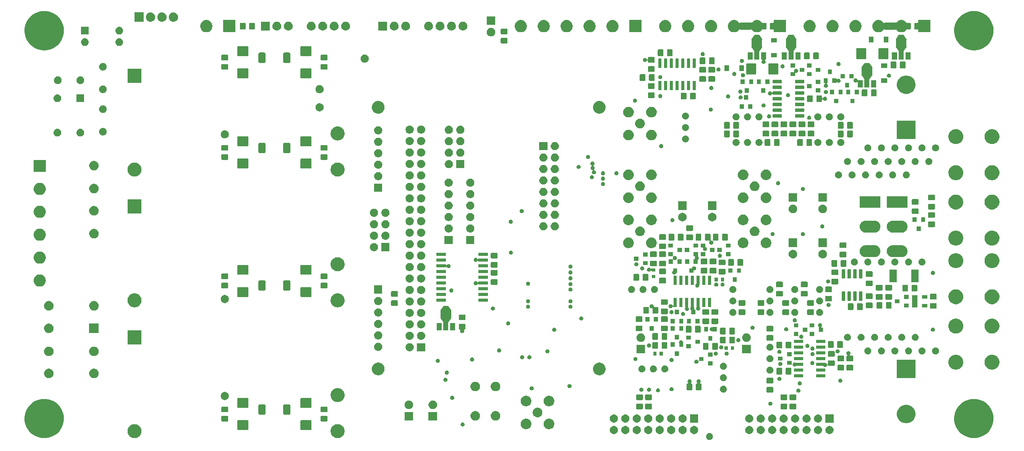
<source format=gbr>
%TF.GenerationSoftware,KiCad,Pcbnew,5.1.4+dfsg1-1~bpo10+1*%
%TF.CreationDate,2019-11-23T21:48:09+01:00*%
%TF.ProjectId,RF-AMP-CNTLR_V1,52462d41-4d50-42d4-934e-544c525f5631,rev?*%
%TF.SameCoordinates,Original*%
%TF.FileFunction,Soldermask,Bot*%
%TF.FilePolarity,Negative*%
%FSLAX46Y46*%
G04 Gerber Fmt 4.6, Leading zero omitted, Abs format (unit mm)*
G04 Created by KiCad (PCBNEW 5.1.4+dfsg1-1~bpo10+1) date 2019-11-23 21:48:09*
%MOMM*%
%LPD*%
G04 APERTURE LIST*
%ADD10C,0.100000*%
G04 APERTURE END LIST*
D10*
G36*
X174525589Y-146238876D02*
G01*
X174624893Y-146258629D01*
X174765206Y-146316748D01*
X174891484Y-146401125D01*
X174998875Y-146508516D01*
X175083252Y-146634794D01*
X175141371Y-146775107D01*
X175171000Y-146924063D01*
X175171000Y-147075937D01*
X175141371Y-147224893D01*
X175083252Y-147365206D01*
X174998875Y-147491484D01*
X174891484Y-147598875D01*
X174765206Y-147683252D01*
X174624893Y-147741371D01*
X174525589Y-147761124D01*
X174475938Y-147771000D01*
X174324062Y-147771000D01*
X174274411Y-147761124D01*
X174175107Y-147741371D01*
X174034794Y-147683252D01*
X173908516Y-147598875D01*
X173801125Y-147491484D01*
X173716748Y-147365206D01*
X173658629Y-147224893D01*
X173629000Y-147075937D01*
X173629000Y-146924063D01*
X173658629Y-146775107D01*
X173716748Y-146634794D01*
X173801125Y-146508516D01*
X173908516Y-146401125D01*
X174034794Y-146316748D01*
X174175107Y-146258629D01*
X174274411Y-146238876D01*
X174324062Y-146229000D01*
X174475938Y-146229000D01*
X174525589Y-146238876D01*
X174525589Y-146238876D01*
G37*
G36*
X233548156Y-138672794D02*
G01*
X234269140Y-138816206D01*
X235060972Y-139144193D01*
X235773601Y-139620357D01*
X236379643Y-140226399D01*
X236855807Y-140939028D01*
X237183794Y-141730860D01*
X237316695Y-142399000D01*
X237350116Y-142567017D01*
X237351000Y-142571464D01*
X237351000Y-143428536D01*
X237183794Y-144269140D01*
X236855807Y-145060972D01*
X236379643Y-145773601D01*
X235773601Y-146379643D01*
X235060972Y-146855807D01*
X234269140Y-147183794D01*
X233548156Y-147327206D01*
X233428537Y-147351000D01*
X232571463Y-147351000D01*
X232451844Y-147327206D01*
X231730860Y-147183794D01*
X230939028Y-146855807D01*
X230226399Y-146379643D01*
X229620357Y-145773601D01*
X229144193Y-145060972D01*
X228816206Y-144269140D01*
X228649000Y-143428536D01*
X228649000Y-142571464D01*
X228649885Y-142567017D01*
X228683305Y-142399000D01*
X228816206Y-141730860D01*
X229144193Y-140939028D01*
X229620357Y-140226399D01*
X230226399Y-139620357D01*
X230939028Y-139144193D01*
X231730860Y-138816206D01*
X232451844Y-138672794D01*
X232571463Y-138649000D01*
X233428537Y-138649000D01*
X233548156Y-138672794D01*
X233548156Y-138672794D01*
G37*
G36*
X27548156Y-138672794D02*
G01*
X28269140Y-138816206D01*
X29060972Y-139144193D01*
X29773601Y-139620357D01*
X30379643Y-140226399D01*
X30855807Y-140939028D01*
X31183794Y-141730860D01*
X31316695Y-142399000D01*
X31350116Y-142567017D01*
X31351000Y-142571464D01*
X31351000Y-143428536D01*
X31183794Y-144269140D01*
X30855807Y-145060972D01*
X30379643Y-145773601D01*
X29773601Y-146379643D01*
X29060972Y-146855807D01*
X28269140Y-147183794D01*
X27548156Y-147327206D01*
X27428537Y-147351000D01*
X26571463Y-147351000D01*
X26451844Y-147327206D01*
X25730860Y-147183794D01*
X24939028Y-146855807D01*
X24226399Y-146379643D01*
X23620357Y-145773601D01*
X23144193Y-145060972D01*
X22816206Y-144269140D01*
X22649000Y-143428536D01*
X22649000Y-142571464D01*
X22649885Y-142567017D01*
X22683305Y-142399000D01*
X22816206Y-141730860D01*
X23144193Y-140939028D01*
X23620357Y-140226399D01*
X24226399Y-139620357D01*
X24939028Y-139144193D01*
X25730860Y-138816206D01*
X26451844Y-138672794D01*
X26571463Y-138649000D01*
X27428537Y-138649000D01*
X27548156Y-138672794D01*
X27548156Y-138672794D01*
G37*
G36*
X47254006Y-144269139D02*
G01*
X47452410Y-144308604D01*
X47734674Y-144425521D01*
X47988705Y-144595259D01*
X48204741Y-144811295D01*
X48374479Y-145065326D01*
X48491396Y-145347590D01*
X48491396Y-145347591D01*
X48551000Y-145647239D01*
X48551000Y-145952761D01*
X48521198Y-146102585D01*
X48491396Y-146252410D01*
X48374479Y-146534674D01*
X48204741Y-146788705D01*
X47988705Y-147004741D01*
X47734674Y-147174479D01*
X47452410Y-147291396D01*
X47302585Y-147321198D01*
X47152761Y-147351000D01*
X46847239Y-147351000D01*
X46697415Y-147321198D01*
X46547590Y-147291396D01*
X46265326Y-147174479D01*
X46011295Y-147004741D01*
X45795259Y-146788705D01*
X45625521Y-146534674D01*
X45508604Y-146252410D01*
X45478802Y-146102585D01*
X45449000Y-145952761D01*
X45449000Y-145647239D01*
X45508604Y-145347591D01*
X45508604Y-145347590D01*
X45625521Y-145065326D01*
X45795259Y-144811295D01*
X46011295Y-144595259D01*
X46265326Y-144425521D01*
X46547590Y-144308604D01*
X46745994Y-144269139D01*
X46847239Y-144249000D01*
X47152761Y-144249000D01*
X47254006Y-144269139D01*
X47254006Y-144269139D01*
G37*
G36*
X92254006Y-144269139D02*
G01*
X92452410Y-144308604D01*
X92734674Y-144425521D01*
X92988705Y-144595259D01*
X93204741Y-144811295D01*
X93374479Y-145065326D01*
X93491396Y-145347590D01*
X93491396Y-145347591D01*
X93551000Y-145647239D01*
X93551000Y-145952761D01*
X93521198Y-146102585D01*
X93491396Y-146252410D01*
X93374479Y-146534674D01*
X93204741Y-146788705D01*
X92988705Y-147004741D01*
X92734674Y-147174479D01*
X92452410Y-147291396D01*
X92302585Y-147321198D01*
X92152761Y-147351000D01*
X91847239Y-147351000D01*
X91697415Y-147321198D01*
X91547590Y-147291396D01*
X91265326Y-147174479D01*
X91011295Y-147004741D01*
X90795259Y-146788705D01*
X90625521Y-146534674D01*
X90508604Y-146252410D01*
X90478802Y-146102585D01*
X90449000Y-145952761D01*
X90449000Y-145647239D01*
X90508604Y-145347591D01*
X90508604Y-145347590D01*
X90625521Y-145065326D01*
X90795259Y-144811295D01*
X91011295Y-144595259D01*
X91265326Y-144425521D01*
X91547590Y-144308604D01*
X91745994Y-144269139D01*
X91847239Y-144249000D01*
X92152761Y-144249000D01*
X92254006Y-144269139D01*
X92254006Y-144269139D01*
G37*
G36*
X201113512Y-144643927D02*
G01*
X201262812Y-144673624D01*
X201426784Y-144741544D01*
X201574354Y-144840147D01*
X201699853Y-144965646D01*
X201798456Y-145113216D01*
X201866376Y-145277188D01*
X201901000Y-145451259D01*
X201901000Y-145628741D01*
X201866376Y-145802812D01*
X201798456Y-145966784D01*
X201699853Y-146114354D01*
X201574354Y-146239853D01*
X201426784Y-146338456D01*
X201262812Y-146406376D01*
X201113512Y-146436073D01*
X201088742Y-146441000D01*
X200911258Y-146441000D01*
X200886488Y-146436073D01*
X200737188Y-146406376D01*
X200573216Y-146338456D01*
X200425646Y-146239853D01*
X200300147Y-146114354D01*
X200201544Y-145966784D01*
X200133624Y-145802812D01*
X200099000Y-145628741D01*
X200099000Y-145451259D01*
X200133624Y-145277188D01*
X200201544Y-145113216D01*
X200300147Y-144965646D01*
X200425646Y-144840147D01*
X200573216Y-144741544D01*
X200737188Y-144673624D01*
X200886488Y-144643927D01*
X200911258Y-144639000D01*
X201088742Y-144639000D01*
X201113512Y-144643927D01*
X201113512Y-144643927D01*
G37*
G36*
X153333512Y-144643927D02*
G01*
X153482812Y-144673624D01*
X153646784Y-144741544D01*
X153794354Y-144840147D01*
X153919853Y-144965646D01*
X154018456Y-145113216D01*
X154086376Y-145277188D01*
X154121000Y-145451259D01*
X154121000Y-145628741D01*
X154086376Y-145802812D01*
X154018456Y-145966784D01*
X153919853Y-146114354D01*
X153794354Y-146239853D01*
X153646784Y-146338456D01*
X153482812Y-146406376D01*
X153333512Y-146436073D01*
X153308742Y-146441000D01*
X153131258Y-146441000D01*
X153106488Y-146436073D01*
X152957188Y-146406376D01*
X152793216Y-146338456D01*
X152645646Y-146239853D01*
X152520147Y-146114354D01*
X152421544Y-145966784D01*
X152353624Y-145802812D01*
X152319000Y-145628741D01*
X152319000Y-145451259D01*
X152353624Y-145277188D01*
X152421544Y-145113216D01*
X152520147Y-144965646D01*
X152645646Y-144840147D01*
X152793216Y-144741544D01*
X152957188Y-144673624D01*
X153106488Y-144643927D01*
X153131258Y-144639000D01*
X153308742Y-144639000D01*
X153333512Y-144643927D01*
X153333512Y-144643927D01*
G37*
G36*
X196033512Y-144643927D02*
G01*
X196182812Y-144673624D01*
X196346784Y-144741544D01*
X196494354Y-144840147D01*
X196619853Y-144965646D01*
X196718456Y-145113216D01*
X196786376Y-145277188D01*
X196821000Y-145451259D01*
X196821000Y-145628741D01*
X196786376Y-145802812D01*
X196718456Y-145966784D01*
X196619853Y-146114354D01*
X196494354Y-146239853D01*
X196346784Y-146338456D01*
X196182812Y-146406376D01*
X196033512Y-146436073D01*
X196008742Y-146441000D01*
X195831258Y-146441000D01*
X195806488Y-146436073D01*
X195657188Y-146406376D01*
X195493216Y-146338456D01*
X195345646Y-146239853D01*
X195220147Y-146114354D01*
X195121544Y-145966784D01*
X195053624Y-145802812D01*
X195019000Y-145628741D01*
X195019000Y-145451259D01*
X195053624Y-145277188D01*
X195121544Y-145113216D01*
X195220147Y-144965646D01*
X195345646Y-144840147D01*
X195493216Y-144741544D01*
X195657188Y-144673624D01*
X195806488Y-144643927D01*
X195831258Y-144639000D01*
X196008742Y-144639000D01*
X196033512Y-144643927D01*
X196033512Y-144643927D01*
G37*
G36*
X193493512Y-144643927D02*
G01*
X193642812Y-144673624D01*
X193806784Y-144741544D01*
X193954354Y-144840147D01*
X194079853Y-144965646D01*
X194178456Y-145113216D01*
X194246376Y-145277188D01*
X194281000Y-145451259D01*
X194281000Y-145628741D01*
X194246376Y-145802812D01*
X194178456Y-145966784D01*
X194079853Y-146114354D01*
X193954354Y-146239853D01*
X193806784Y-146338456D01*
X193642812Y-146406376D01*
X193493512Y-146436073D01*
X193468742Y-146441000D01*
X193291258Y-146441000D01*
X193266488Y-146436073D01*
X193117188Y-146406376D01*
X192953216Y-146338456D01*
X192805646Y-146239853D01*
X192680147Y-146114354D01*
X192581544Y-145966784D01*
X192513624Y-145802812D01*
X192479000Y-145628741D01*
X192479000Y-145451259D01*
X192513624Y-145277188D01*
X192581544Y-145113216D01*
X192680147Y-144965646D01*
X192805646Y-144840147D01*
X192953216Y-144741544D01*
X193117188Y-144673624D01*
X193266488Y-144643927D01*
X193291258Y-144639000D01*
X193468742Y-144639000D01*
X193493512Y-144643927D01*
X193493512Y-144643927D01*
G37*
G36*
X188413512Y-144643927D02*
G01*
X188562812Y-144673624D01*
X188726784Y-144741544D01*
X188874354Y-144840147D01*
X188999853Y-144965646D01*
X189098456Y-145113216D01*
X189166376Y-145277188D01*
X189201000Y-145451259D01*
X189201000Y-145628741D01*
X189166376Y-145802812D01*
X189098456Y-145966784D01*
X188999853Y-146114354D01*
X188874354Y-146239853D01*
X188726784Y-146338456D01*
X188562812Y-146406376D01*
X188413512Y-146436073D01*
X188388742Y-146441000D01*
X188211258Y-146441000D01*
X188186488Y-146436073D01*
X188037188Y-146406376D01*
X187873216Y-146338456D01*
X187725646Y-146239853D01*
X187600147Y-146114354D01*
X187501544Y-145966784D01*
X187433624Y-145802812D01*
X187399000Y-145628741D01*
X187399000Y-145451259D01*
X187433624Y-145277188D01*
X187501544Y-145113216D01*
X187600147Y-144965646D01*
X187725646Y-144840147D01*
X187873216Y-144741544D01*
X188037188Y-144673624D01*
X188186488Y-144643927D01*
X188211258Y-144639000D01*
X188388742Y-144639000D01*
X188413512Y-144643927D01*
X188413512Y-144643927D01*
G37*
G36*
X183333512Y-144643927D02*
G01*
X183482812Y-144673624D01*
X183646784Y-144741544D01*
X183794354Y-144840147D01*
X183919853Y-144965646D01*
X184018456Y-145113216D01*
X184086376Y-145277188D01*
X184121000Y-145451259D01*
X184121000Y-145628741D01*
X184086376Y-145802812D01*
X184018456Y-145966784D01*
X183919853Y-146114354D01*
X183794354Y-146239853D01*
X183646784Y-146338456D01*
X183482812Y-146406376D01*
X183333512Y-146436073D01*
X183308742Y-146441000D01*
X183131258Y-146441000D01*
X183106488Y-146436073D01*
X182957188Y-146406376D01*
X182793216Y-146338456D01*
X182645646Y-146239853D01*
X182520147Y-146114354D01*
X182421544Y-145966784D01*
X182353624Y-145802812D01*
X182319000Y-145628741D01*
X182319000Y-145451259D01*
X182353624Y-145277188D01*
X182421544Y-145113216D01*
X182520147Y-144965646D01*
X182645646Y-144840147D01*
X182793216Y-144741544D01*
X182957188Y-144673624D01*
X183106488Y-144643927D01*
X183131258Y-144639000D01*
X183308742Y-144639000D01*
X183333512Y-144643927D01*
X183333512Y-144643927D01*
G37*
G36*
X185873512Y-144643927D02*
G01*
X186022812Y-144673624D01*
X186186784Y-144741544D01*
X186334354Y-144840147D01*
X186459853Y-144965646D01*
X186558456Y-145113216D01*
X186626376Y-145277188D01*
X186661000Y-145451259D01*
X186661000Y-145628741D01*
X186626376Y-145802812D01*
X186558456Y-145966784D01*
X186459853Y-146114354D01*
X186334354Y-146239853D01*
X186186784Y-146338456D01*
X186022812Y-146406376D01*
X185873512Y-146436073D01*
X185848742Y-146441000D01*
X185671258Y-146441000D01*
X185646488Y-146436073D01*
X185497188Y-146406376D01*
X185333216Y-146338456D01*
X185185646Y-146239853D01*
X185060147Y-146114354D01*
X184961544Y-145966784D01*
X184893624Y-145802812D01*
X184859000Y-145628741D01*
X184859000Y-145451259D01*
X184893624Y-145277188D01*
X184961544Y-145113216D01*
X185060147Y-144965646D01*
X185185646Y-144840147D01*
X185333216Y-144741544D01*
X185497188Y-144673624D01*
X185646488Y-144643927D01*
X185671258Y-144639000D01*
X185848742Y-144639000D01*
X185873512Y-144643927D01*
X185873512Y-144643927D01*
G37*
G36*
X155873512Y-144643927D02*
G01*
X156022812Y-144673624D01*
X156186784Y-144741544D01*
X156334354Y-144840147D01*
X156459853Y-144965646D01*
X156558456Y-145113216D01*
X156626376Y-145277188D01*
X156661000Y-145451259D01*
X156661000Y-145628741D01*
X156626376Y-145802812D01*
X156558456Y-145966784D01*
X156459853Y-146114354D01*
X156334354Y-146239853D01*
X156186784Y-146338456D01*
X156022812Y-146406376D01*
X155873512Y-146436073D01*
X155848742Y-146441000D01*
X155671258Y-146441000D01*
X155646488Y-146436073D01*
X155497188Y-146406376D01*
X155333216Y-146338456D01*
X155185646Y-146239853D01*
X155060147Y-146114354D01*
X154961544Y-145966784D01*
X154893624Y-145802812D01*
X154859000Y-145628741D01*
X154859000Y-145451259D01*
X154893624Y-145277188D01*
X154961544Y-145113216D01*
X155060147Y-144965646D01*
X155185646Y-144840147D01*
X155333216Y-144741544D01*
X155497188Y-144673624D01*
X155646488Y-144643927D01*
X155671258Y-144639000D01*
X155848742Y-144639000D01*
X155873512Y-144643927D01*
X155873512Y-144643927D01*
G37*
G36*
X158413512Y-144643927D02*
G01*
X158562812Y-144673624D01*
X158726784Y-144741544D01*
X158874354Y-144840147D01*
X158999853Y-144965646D01*
X159098456Y-145113216D01*
X159166376Y-145277188D01*
X159201000Y-145451259D01*
X159201000Y-145628741D01*
X159166376Y-145802812D01*
X159098456Y-145966784D01*
X158999853Y-146114354D01*
X158874354Y-146239853D01*
X158726784Y-146338456D01*
X158562812Y-146406376D01*
X158413512Y-146436073D01*
X158388742Y-146441000D01*
X158211258Y-146441000D01*
X158186488Y-146436073D01*
X158037188Y-146406376D01*
X157873216Y-146338456D01*
X157725646Y-146239853D01*
X157600147Y-146114354D01*
X157501544Y-145966784D01*
X157433624Y-145802812D01*
X157399000Y-145628741D01*
X157399000Y-145451259D01*
X157433624Y-145277188D01*
X157501544Y-145113216D01*
X157600147Y-144965646D01*
X157725646Y-144840147D01*
X157873216Y-144741544D01*
X158037188Y-144673624D01*
X158186488Y-144643927D01*
X158211258Y-144639000D01*
X158388742Y-144639000D01*
X158413512Y-144643927D01*
X158413512Y-144643927D01*
G37*
G36*
X163493512Y-144643927D02*
G01*
X163642812Y-144673624D01*
X163806784Y-144741544D01*
X163954354Y-144840147D01*
X164079853Y-144965646D01*
X164178456Y-145113216D01*
X164246376Y-145277188D01*
X164281000Y-145451259D01*
X164281000Y-145628741D01*
X164246376Y-145802812D01*
X164178456Y-145966784D01*
X164079853Y-146114354D01*
X163954354Y-146239853D01*
X163806784Y-146338456D01*
X163642812Y-146406376D01*
X163493512Y-146436073D01*
X163468742Y-146441000D01*
X163291258Y-146441000D01*
X163266488Y-146436073D01*
X163117188Y-146406376D01*
X162953216Y-146338456D01*
X162805646Y-146239853D01*
X162680147Y-146114354D01*
X162581544Y-145966784D01*
X162513624Y-145802812D01*
X162479000Y-145628741D01*
X162479000Y-145451259D01*
X162513624Y-145277188D01*
X162581544Y-145113216D01*
X162680147Y-144965646D01*
X162805646Y-144840147D01*
X162953216Y-144741544D01*
X163117188Y-144673624D01*
X163266488Y-144643927D01*
X163291258Y-144639000D01*
X163468742Y-144639000D01*
X163493512Y-144643927D01*
X163493512Y-144643927D01*
G37*
G36*
X166033512Y-144643927D02*
G01*
X166182812Y-144673624D01*
X166346784Y-144741544D01*
X166494354Y-144840147D01*
X166619853Y-144965646D01*
X166718456Y-145113216D01*
X166786376Y-145277188D01*
X166821000Y-145451259D01*
X166821000Y-145628741D01*
X166786376Y-145802812D01*
X166718456Y-145966784D01*
X166619853Y-146114354D01*
X166494354Y-146239853D01*
X166346784Y-146338456D01*
X166182812Y-146406376D01*
X166033512Y-146436073D01*
X166008742Y-146441000D01*
X165831258Y-146441000D01*
X165806488Y-146436073D01*
X165657188Y-146406376D01*
X165493216Y-146338456D01*
X165345646Y-146239853D01*
X165220147Y-146114354D01*
X165121544Y-145966784D01*
X165053624Y-145802812D01*
X165019000Y-145628741D01*
X165019000Y-145451259D01*
X165053624Y-145277188D01*
X165121544Y-145113216D01*
X165220147Y-144965646D01*
X165345646Y-144840147D01*
X165493216Y-144741544D01*
X165657188Y-144673624D01*
X165806488Y-144643927D01*
X165831258Y-144639000D01*
X166008742Y-144639000D01*
X166033512Y-144643927D01*
X166033512Y-144643927D01*
G37*
G36*
X168573512Y-144643927D02*
G01*
X168722812Y-144673624D01*
X168886784Y-144741544D01*
X169034354Y-144840147D01*
X169159853Y-144965646D01*
X169258456Y-145113216D01*
X169326376Y-145277188D01*
X169361000Y-145451259D01*
X169361000Y-145628741D01*
X169326376Y-145802812D01*
X169258456Y-145966784D01*
X169159853Y-146114354D01*
X169034354Y-146239853D01*
X168886784Y-146338456D01*
X168722812Y-146406376D01*
X168573512Y-146436073D01*
X168548742Y-146441000D01*
X168371258Y-146441000D01*
X168346488Y-146436073D01*
X168197188Y-146406376D01*
X168033216Y-146338456D01*
X167885646Y-146239853D01*
X167760147Y-146114354D01*
X167661544Y-145966784D01*
X167593624Y-145802812D01*
X167559000Y-145628741D01*
X167559000Y-145451259D01*
X167593624Y-145277188D01*
X167661544Y-145113216D01*
X167760147Y-144965646D01*
X167885646Y-144840147D01*
X168033216Y-144741544D01*
X168197188Y-144673624D01*
X168346488Y-144643927D01*
X168371258Y-144639000D01*
X168548742Y-144639000D01*
X168573512Y-144643927D01*
X168573512Y-144643927D01*
G37*
G36*
X171113512Y-144643927D02*
G01*
X171262812Y-144673624D01*
X171426784Y-144741544D01*
X171574354Y-144840147D01*
X171699853Y-144965646D01*
X171798456Y-145113216D01*
X171866376Y-145277188D01*
X171901000Y-145451259D01*
X171901000Y-145628741D01*
X171866376Y-145802812D01*
X171798456Y-145966784D01*
X171699853Y-146114354D01*
X171574354Y-146239853D01*
X171426784Y-146338456D01*
X171262812Y-146406376D01*
X171113512Y-146436073D01*
X171088742Y-146441000D01*
X170911258Y-146441000D01*
X170886488Y-146436073D01*
X170737188Y-146406376D01*
X170573216Y-146338456D01*
X170425646Y-146239853D01*
X170300147Y-146114354D01*
X170201544Y-145966784D01*
X170133624Y-145802812D01*
X170099000Y-145628741D01*
X170099000Y-145451259D01*
X170133624Y-145277188D01*
X170201544Y-145113216D01*
X170300147Y-144965646D01*
X170425646Y-144840147D01*
X170573216Y-144741544D01*
X170737188Y-144673624D01*
X170886488Y-144643927D01*
X170911258Y-144639000D01*
X171088742Y-144639000D01*
X171113512Y-144643927D01*
X171113512Y-144643927D01*
G37*
G36*
X190953512Y-144643927D02*
G01*
X191102812Y-144673624D01*
X191266784Y-144741544D01*
X191414354Y-144840147D01*
X191539853Y-144965646D01*
X191638456Y-145113216D01*
X191706376Y-145277188D01*
X191741000Y-145451259D01*
X191741000Y-145628741D01*
X191706376Y-145802812D01*
X191638456Y-145966784D01*
X191539853Y-146114354D01*
X191414354Y-146239853D01*
X191266784Y-146338456D01*
X191102812Y-146406376D01*
X190953512Y-146436073D01*
X190928742Y-146441000D01*
X190751258Y-146441000D01*
X190726488Y-146436073D01*
X190577188Y-146406376D01*
X190413216Y-146338456D01*
X190265646Y-146239853D01*
X190140147Y-146114354D01*
X190041544Y-145966784D01*
X189973624Y-145802812D01*
X189939000Y-145628741D01*
X189939000Y-145451259D01*
X189973624Y-145277188D01*
X190041544Y-145113216D01*
X190140147Y-144965646D01*
X190265646Y-144840147D01*
X190413216Y-144741544D01*
X190577188Y-144673624D01*
X190726488Y-144643927D01*
X190751258Y-144639000D01*
X190928742Y-144639000D01*
X190953512Y-144643927D01*
X190953512Y-144643927D01*
G37*
G36*
X198573512Y-144643927D02*
G01*
X198722812Y-144673624D01*
X198886784Y-144741544D01*
X199034354Y-144840147D01*
X199159853Y-144965646D01*
X199258456Y-145113216D01*
X199326376Y-145277188D01*
X199361000Y-145451259D01*
X199361000Y-145628741D01*
X199326376Y-145802812D01*
X199258456Y-145966784D01*
X199159853Y-146114354D01*
X199034354Y-146239853D01*
X198886784Y-146338456D01*
X198722812Y-146406376D01*
X198573512Y-146436073D01*
X198548742Y-146441000D01*
X198371258Y-146441000D01*
X198346488Y-146436073D01*
X198197188Y-146406376D01*
X198033216Y-146338456D01*
X197885646Y-146239853D01*
X197760147Y-146114354D01*
X197661544Y-145966784D01*
X197593624Y-145802812D01*
X197559000Y-145628741D01*
X197559000Y-145451259D01*
X197593624Y-145277188D01*
X197661544Y-145113216D01*
X197760147Y-144965646D01*
X197885646Y-144840147D01*
X198033216Y-144741544D01*
X198197188Y-144673624D01*
X198346488Y-144643927D01*
X198371258Y-144639000D01*
X198548742Y-144639000D01*
X198573512Y-144643927D01*
X198573512Y-144643927D01*
G37*
G36*
X160953512Y-144643927D02*
G01*
X161102812Y-144673624D01*
X161266784Y-144741544D01*
X161414354Y-144840147D01*
X161539853Y-144965646D01*
X161638456Y-145113216D01*
X161706376Y-145277188D01*
X161741000Y-145451259D01*
X161741000Y-145628741D01*
X161706376Y-145802812D01*
X161638456Y-145966784D01*
X161539853Y-146114354D01*
X161414354Y-146239853D01*
X161266784Y-146338456D01*
X161102812Y-146406376D01*
X160953512Y-146436073D01*
X160928742Y-146441000D01*
X160751258Y-146441000D01*
X160726488Y-146436073D01*
X160577188Y-146406376D01*
X160413216Y-146338456D01*
X160265646Y-146239853D01*
X160140147Y-146114354D01*
X160041544Y-145966784D01*
X159973624Y-145802812D01*
X159939000Y-145628741D01*
X159939000Y-145451259D01*
X159973624Y-145277188D01*
X160041544Y-145113216D01*
X160140147Y-144965646D01*
X160265646Y-144840147D01*
X160413216Y-144741544D01*
X160577188Y-144673624D01*
X160726488Y-144643927D01*
X160751258Y-144639000D01*
X160928742Y-144639000D01*
X160953512Y-144643927D01*
X160953512Y-144643927D01*
G37*
G36*
X72091132Y-143377810D02*
G01*
X72122423Y-143387302D01*
X72151263Y-143402717D01*
X72176539Y-143423461D01*
X72197283Y-143448737D01*
X72212698Y-143477577D01*
X72222190Y-143508868D01*
X72226000Y-143547551D01*
X72226000Y-145377449D01*
X72222190Y-145416132D01*
X72212698Y-145447423D01*
X72197283Y-145476263D01*
X72176539Y-145501539D01*
X72151263Y-145522283D01*
X72122423Y-145537698D01*
X72091132Y-145547190D01*
X72052449Y-145551000D01*
X69947551Y-145551000D01*
X69908868Y-145547190D01*
X69877577Y-145537698D01*
X69848737Y-145522283D01*
X69823461Y-145501539D01*
X69802717Y-145476263D01*
X69787302Y-145447423D01*
X69777810Y-145416132D01*
X69774000Y-145377449D01*
X69774000Y-143547551D01*
X69777810Y-143508868D01*
X69787302Y-143477577D01*
X69802717Y-143448737D01*
X69823461Y-143423461D01*
X69848737Y-143402717D01*
X69877577Y-143387302D01*
X69908868Y-143377810D01*
X69947551Y-143374000D01*
X72052449Y-143374000D01*
X72091132Y-143377810D01*
X72091132Y-143377810D01*
G37*
G36*
X86091132Y-143377810D02*
G01*
X86122423Y-143387302D01*
X86151263Y-143402717D01*
X86176539Y-143423461D01*
X86197283Y-143448737D01*
X86212698Y-143477577D01*
X86222190Y-143508868D01*
X86226000Y-143547551D01*
X86226000Y-145377449D01*
X86222190Y-145416132D01*
X86212698Y-145447423D01*
X86197283Y-145476263D01*
X86176539Y-145501539D01*
X86151263Y-145522283D01*
X86122423Y-145537698D01*
X86091132Y-145547190D01*
X86052449Y-145551000D01*
X83947551Y-145551000D01*
X83908868Y-145547190D01*
X83877577Y-145537698D01*
X83848737Y-145522283D01*
X83823461Y-145501539D01*
X83802717Y-145476263D01*
X83787302Y-145447423D01*
X83777810Y-145416132D01*
X83774000Y-145377449D01*
X83774000Y-143547551D01*
X83777810Y-143508868D01*
X83787302Y-143477577D01*
X83802717Y-143448737D01*
X83823461Y-143423461D01*
X83848737Y-143402717D01*
X83877577Y-143387302D01*
X83908868Y-143377810D01*
X83947551Y-143374000D01*
X86052449Y-143374000D01*
X86091132Y-143377810D01*
X86091132Y-143377810D01*
G37*
G36*
X139031560Y-143039064D02*
G01*
X139183027Y-143069193D01*
X139397045Y-143157842D01*
X139397046Y-143157843D01*
X139589654Y-143286539D01*
X139753461Y-143450346D01*
X139836319Y-143574353D01*
X139882158Y-143642955D01*
X139970807Y-143856973D01*
X140016000Y-144084174D01*
X140016000Y-144315826D01*
X139970807Y-144543027D01*
X139882158Y-144757045D01*
X139839258Y-144821249D01*
X139753461Y-144949654D01*
X139589654Y-145113461D01*
X139461249Y-145199258D01*
X139397045Y-145242158D01*
X139183027Y-145330807D01*
X139031560Y-145360936D01*
X138955827Y-145376000D01*
X138724173Y-145376000D01*
X138648440Y-145360936D01*
X138496973Y-145330807D01*
X138282955Y-145242158D01*
X138218751Y-145199258D01*
X138090346Y-145113461D01*
X137926539Y-144949654D01*
X137840742Y-144821249D01*
X137797842Y-144757045D01*
X137709193Y-144543027D01*
X137664000Y-144315826D01*
X137664000Y-144084174D01*
X137709193Y-143856973D01*
X137797842Y-143642955D01*
X137843681Y-143574353D01*
X137926539Y-143450346D01*
X138090346Y-143286539D01*
X138282954Y-143157843D01*
X138282955Y-143157842D01*
X138496973Y-143069193D01*
X138648440Y-143039064D01*
X138724173Y-143024000D01*
X138955827Y-143024000D01*
X139031560Y-143039064D01*
X139031560Y-143039064D01*
G37*
G36*
X133951560Y-143039064D02*
G01*
X134103027Y-143069193D01*
X134317045Y-143157842D01*
X134317046Y-143157843D01*
X134509654Y-143286539D01*
X134673461Y-143450346D01*
X134756319Y-143574353D01*
X134802158Y-143642955D01*
X134890807Y-143856973D01*
X134936000Y-144084174D01*
X134936000Y-144315826D01*
X134890807Y-144543027D01*
X134802158Y-144757045D01*
X134759258Y-144821249D01*
X134673461Y-144949654D01*
X134509654Y-145113461D01*
X134381249Y-145199258D01*
X134317045Y-145242158D01*
X134103027Y-145330807D01*
X133951560Y-145360936D01*
X133875827Y-145376000D01*
X133644173Y-145376000D01*
X133568440Y-145360936D01*
X133416973Y-145330807D01*
X133202955Y-145242158D01*
X133138751Y-145199258D01*
X133010346Y-145113461D01*
X132846539Y-144949654D01*
X132760742Y-144821249D01*
X132717842Y-144757045D01*
X132629193Y-144543027D01*
X132584000Y-144315826D01*
X132584000Y-144084174D01*
X132629193Y-143856973D01*
X132717842Y-143642955D01*
X132763681Y-143574353D01*
X132846539Y-143450346D01*
X133010346Y-143286539D01*
X133202954Y-143157843D01*
X133202955Y-143157842D01*
X133416973Y-143069193D01*
X133568440Y-143039064D01*
X133644173Y-143024000D01*
X133875827Y-143024000D01*
X133951560Y-143039064D01*
X133951560Y-143039064D01*
G37*
G36*
X119831552Y-143866331D02*
G01*
X119913627Y-143900328D01*
X119913629Y-143900329D01*
X119914633Y-143901000D01*
X119987495Y-143949685D01*
X120050315Y-144012505D01*
X120099672Y-144086373D01*
X120133669Y-144168448D01*
X120151000Y-144255579D01*
X120151000Y-144344421D01*
X120133669Y-144431552D01*
X120099672Y-144513627D01*
X120099671Y-144513629D01*
X120050314Y-144587496D01*
X119987496Y-144650314D01*
X119913629Y-144699671D01*
X119913628Y-144699672D01*
X119913627Y-144699672D01*
X119831552Y-144733669D01*
X119744421Y-144751000D01*
X119655579Y-144751000D01*
X119568448Y-144733669D01*
X119486373Y-144699672D01*
X119486372Y-144699672D01*
X119486371Y-144699671D01*
X119412504Y-144650314D01*
X119349686Y-144587496D01*
X119300329Y-144513629D01*
X119300328Y-144513627D01*
X119266331Y-144431552D01*
X119249000Y-144344421D01*
X119249000Y-144255579D01*
X119266331Y-144168448D01*
X119300328Y-144086373D01*
X119349685Y-144012505D01*
X119412505Y-143949685D01*
X119485367Y-143901000D01*
X119486371Y-143900329D01*
X119486373Y-143900328D01*
X119568448Y-143866331D01*
X119655579Y-143849000D01*
X119744421Y-143849000D01*
X119831552Y-143866331D01*
X119831552Y-143866331D01*
G37*
G36*
X218598254Y-140027818D02*
G01*
X218971511Y-140182426D01*
X218971513Y-140182427D01*
X219307436Y-140406884D01*
X219593116Y-140692564D01*
X219765798Y-140951000D01*
X219817574Y-141028489D01*
X219972182Y-141401746D01*
X220051000Y-141797993D01*
X220051000Y-142202007D01*
X219972182Y-142598254D01*
X219842531Y-142911259D01*
X219817573Y-142971513D01*
X219593116Y-143307436D01*
X219307436Y-143593116D01*
X218971513Y-143817573D01*
X218971512Y-143817574D01*
X218971511Y-143817574D01*
X218598254Y-143972182D01*
X218202007Y-144051000D01*
X217797993Y-144051000D01*
X217401746Y-143972182D01*
X217028489Y-143817574D01*
X217028488Y-143817574D01*
X217028487Y-143817573D01*
X216692564Y-143593116D01*
X216406884Y-143307436D01*
X216182427Y-142971513D01*
X216157469Y-142911259D01*
X216027818Y-142598254D01*
X215949000Y-142202007D01*
X215949000Y-141797993D01*
X216027818Y-141401746D01*
X216182426Y-141028489D01*
X216234203Y-140951000D01*
X216406884Y-140692564D01*
X216692564Y-140406884D01*
X217028487Y-140182427D01*
X217028489Y-140182426D01*
X217401746Y-140027818D01*
X217797993Y-139949000D01*
X218202007Y-139949000D01*
X218598254Y-140027818D01*
X218598254Y-140027818D01*
G37*
G36*
X158413512Y-142103927D02*
G01*
X158562812Y-142133624D01*
X158726784Y-142201544D01*
X158874354Y-142300147D01*
X158999853Y-142425646D01*
X159098456Y-142573216D01*
X159166376Y-142737188D01*
X159196073Y-142886488D01*
X159198330Y-142897833D01*
X159201000Y-142911259D01*
X159201000Y-143088741D01*
X159166376Y-143262812D01*
X159098456Y-143426784D01*
X158999853Y-143574354D01*
X158874354Y-143699853D01*
X158726784Y-143798456D01*
X158562812Y-143866376D01*
X158413512Y-143896073D01*
X158388742Y-143901000D01*
X158211258Y-143901000D01*
X158186488Y-143896073D01*
X158037188Y-143866376D01*
X157873216Y-143798456D01*
X157725646Y-143699853D01*
X157600147Y-143574354D01*
X157501544Y-143426784D01*
X157433624Y-143262812D01*
X157399000Y-143088741D01*
X157399000Y-142911259D01*
X157401671Y-142897833D01*
X157403927Y-142886488D01*
X157433624Y-142737188D01*
X157501544Y-142573216D01*
X157600147Y-142425646D01*
X157725646Y-142300147D01*
X157873216Y-142201544D01*
X158037188Y-142133624D01*
X158186488Y-142103927D01*
X158211258Y-142099000D01*
X158388742Y-142099000D01*
X158413512Y-142103927D01*
X158413512Y-142103927D01*
G37*
G36*
X183333512Y-142103927D02*
G01*
X183482812Y-142133624D01*
X183646784Y-142201544D01*
X183794354Y-142300147D01*
X183919853Y-142425646D01*
X184018456Y-142573216D01*
X184086376Y-142737188D01*
X184116073Y-142886488D01*
X184118330Y-142897833D01*
X184121000Y-142911259D01*
X184121000Y-143088741D01*
X184086376Y-143262812D01*
X184018456Y-143426784D01*
X183919853Y-143574354D01*
X183794354Y-143699853D01*
X183646784Y-143798456D01*
X183482812Y-143866376D01*
X183333512Y-143896073D01*
X183308742Y-143901000D01*
X183131258Y-143901000D01*
X183106488Y-143896073D01*
X182957188Y-143866376D01*
X182793216Y-143798456D01*
X182645646Y-143699853D01*
X182520147Y-143574354D01*
X182421544Y-143426784D01*
X182353624Y-143262812D01*
X182319000Y-143088741D01*
X182319000Y-142911259D01*
X182321671Y-142897833D01*
X182323927Y-142886488D01*
X182353624Y-142737188D01*
X182421544Y-142573216D01*
X182520147Y-142425646D01*
X182645646Y-142300147D01*
X182793216Y-142201544D01*
X182957188Y-142133624D01*
X183106488Y-142103927D01*
X183131258Y-142099000D01*
X183308742Y-142099000D01*
X183333512Y-142103927D01*
X183333512Y-142103927D01*
G37*
G36*
X153333512Y-142103927D02*
G01*
X153482812Y-142133624D01*
X153646784Y-142201544D01*
X153794354Y-142300147D01*
X153919853Y-142425646D01*
X154018456Y-142573216D01*
X154086376Y-142737188D01*
X154116073Y-142886488D01*
X154118330Y-142897833D01*
X154121000Y-142911259D01*
X154121000Y-143088741D01*
X154086376Y-143262812D01*
X154018456Y-143426784D01*
X153919853Y-143574354D01*
X153794354Y-143699853D01*
X153646784Y-143798456D01*
X153482812Y-143866376D01*
X153333512Y-143896073D01*
X153308742Y-143901000D01*
X153131258Y-143901000D01*
X153106488Y-143896073D01*
X152957188Y-143866376D01*
X152793216Y-143798456D01*
X152645646Y-143699853D01*
X152520147Y-143574354D01*
X152421544Y-143426784D01*
X152353624Y-143262812D01*
X152319000Y-143088741D01*
X152319000Y-142911259D01*
X152321671Y-142897833D01*
X152323927Y-142886488D01*
X152353624Y-142737188D01*
X152421544Y-142573216D01*
X152520147Y-142425646D01*
X152645646Y-142300147D01*
X152793216Y-142201544D01*
X152957188Y-142133624D01*
X153106488Y-142103927D01*
X153131258Y-142099000D01*
X153308742Y-142099000D01*
X153333512Y-142103927D01*
X153333512Y-142103927D01*
G37*
G36*
X185873512Y-142103927D02*
G01*
X186022812Y-142133624D01*
X186186784Y-142201544D01*
X186334354Y-142300147D01*
X186459853Y-142425646D01*
X186558456Y-142573216D01*
X186626376Y-142737188D01*
X186656073Y-142886488D01*
X186658330Y-142897833D01*
X186661000Y-142911259D01*
X186661000Y-143088741D01*
X186626376Y-143262812D01*
X186558456Y-143426784D01*
X186459853Y-143574354D01*
X186334354Y-143699853D01*
X186186784Y-143798456D01*
X186022812Y-143866376D01*
X185873512Y-143896073D01*
X185848742Y-143901000D01*
X185671258Y-143901000D01*
X185646488Y-143896073D01*
X185497188Y-143866376D01*
X185333216Y-143798456D01*
X185185646Y-143699853D01*
X185060147Y-143574354D01*
X184961544Y-143426784D01*
X184893624Y-143262812D01*
X184859000Y-143088741D01*
X184859000Y-142911259D01*
X184861671Y-142897833D01*
X184863927Y-142886488D01*
X184893624Y-142737188D01*
X184961544Y-142573216D01*
X185060147Y-142425646D01*
X185185646Y-142300147D01*
X185333216Y-142201544D01*
X185497188Y-142133624D01*
X185646488Y-142103927D01*
X185671258Y-142099000D01*
X185848742Y-142099000D01*
X185873512Y-142103927D01*
X185873512Y-142103927D01*
G37*
G36*
X155873512Y-142103927D02*
G01*
X156022812Y-142133624D01*
X156186784Y-142201544D01*
X156334354Y-142300147D01*
X156459853Y-142425646D01*
X156558456Y-142573216D01*
X156626376Y-142737188D01*
X156656073Y-142886488D01*
X156658330Y-142897833D01*
X156661000Y-142911259D01*
X156661000Y-143088741D01*
X156626376Y-143262812D01*
X156558456Y-143426784D01*
X156459853Y-143574354D01*
X156334354Y-143699853D01*
X156186784Y-143798456D01*
X156022812Y-143866376D01*
X155873512Y-143896073D01*
X155848742Y-143901000D01*
X155671258Y-143901000D01*
X155646488Y-143896073D01*
X155497188Y-143866376D01*
X155333216Y-143798456D01*
X155185646Y-143699853D01*
X155060147Y-143574354D01*
X154961544Y-143426784D01*
X154893624Y-143262812D01*
X154859000Y-143088741D01*
X154859000Y-142911259D01*
X154861671Y-142897833D01*
X154863927Y-142886488D01*
X154893624Y-142737188D01*
X154961544Y-142573216D01*
X155060147Y-142425646D01*
X155185646Y-142300147D01*
X155333216Y-142201544D01*
X155497188Y-142133624D01*
X155646488Y-142103927D01*
X155671258Y-142099000D01*
X155848742Y-142099000D01*
X155873512Y-142103927D01*
X155873512Y-142103927D01*
G37*
G36*
X160953512Y-142103927D02*
G01*
X161102812Y-142133624D01*
X161266784Y-142201544D01*
X161414354Y-142300147D01*
X161539853Y-142425646D01*
X161638456Y-142573216D01*
X161706376Y-142737188D01*
X161736073Y-142886488D01*
X161738330Y-142897833D01*
X161741000Y-142911259D01*
X161741000Y-143088741D01*
X161706376Y-143262812D01*
X161638456Y-143426784D01*
X161539853Y-143574354D01*
X161414354Y-143699853D01*
X161266784Y-143798456D01*
X161102812Y-143866376D01*
X160953512Y-143896073D01*
X160928742Y-143901000D01*
X160751258Y-143901000D01*
X160726488Y-143896073D01*
X160577188Y-143866376D01*
X160413216Y-143798456D01*
X160265646Y-143699853D01*
X160140147Y-143574354D01*
X160041544Y-143426784D01*
X159973624Y-143262812D01*
X159939000Y-143088741D01*
X159939000Y-142911259D01*
X159941671Y-142897833D01*
X159943927Y-142886488D01*
X159973624Y-142737188D01*
X160041544Y-142573216D01*
X160140147Y-142425646D01*
X160265646Y-142300147D01*
X160413216Y-142201544D01*
X160577188Y-142133624D01*
X160726488Y-142103927D01*
X160751258Y-142099000D01*
X160928742Y-142099000D01*
X160953512Y-142103927D01*
X160953512Y-142103927D01*
G37*
G36*
X188413512Y-142103927D02*
G01*
X188562812Y-142133624D01*
X188726784Y-142201544D01*
X188874354Y-142300147D01*
X188999853Y-142425646D01*
X189098456Y-142573216D01*
X189166376Y-142737188D01*
X189196073Y-142886488D01*
X189198330Y-142897833D01*
X189201000Y-142911259D01*
X189201000Y-143088741D01*
X189166376Y-143262812D01*
X189098456Y-143426784D01*
X188999853Y-143574354D01*
X188874354Y-143699853D01*
X188726784Y-143798456D01*
X188562812Y-143866376D01*
X188413512Y-143896073D01*
X188388742Y-143901000D01*
X188211258Y-143901000D01*
X188186488Y-143896073D01*
X188037188Y-143866376D01*
X187873216Y-143798456D01*
X187725646Y-143699853D01*
X187600147Y-143574354D01*
X187501544Y-143426784D01*
X187433624Y-143262812D01*
X187399000Y-143088741D01*
X187399000Y-142911259D01*
X187401671Y-142897833D01*
X187403927Y-142886488D01*
X187433624Y-142737188D01*
X187501544Y-142573216D01*
X187600147Y-142425646D01*
X187725646Y-142300147D01*
X187873216Y-142201544D01*
X188037188Y-142133624D01*
X188186488Y-142103927D01*
X188211258Y-142099000D01*
X188388742Y-142099000D01*
X188413512Y-142103927D01*
X188413512Y-142103927D01*
G37*
G36*
X166033512Y-142103927D02*
G01*
X166182812Y-142133624D01*
X166346784Y-142201544D01*
X166494354Y-142300147D01*
X166619853Y-142425646D01*
X166718456Y-142573216D01*
X166786376Y-142737188D01*
X166816073Y-142886488D01*
X166818330Y-142897833D01*
X166821000Y-142911259D01*
X166821000Y-143088741D01*
X166786376Y-143262812D01*
X166718456Y-143426784D01*
X166619853Y-143574354D01*
X166494354Y-143699853D01*
X166346784Y-143798456D01*
X166182812Y-143866376D01*
X166033512Y-143896073D01*
X166008742Y-143901000D01*
X165831258Y-143901000D01*
X165806488Y-143896073D01*
X165657188Y-143866376D01*
X165493216Y-143798456D01*
X165345646Y-143699853D01*
X165220147Y-143574354D01*
X165121544Y-143426784D01*
X165053624Y-143262812D01*
X165019000Y-143088741D01*
X165019000Y-142911259D01*
X165021671Y-142897833D01*
X165023927Y-142886488D01*
X165053624Y-142737188D01*
X165121544Y-142573216D01*
X165220147Y-142425646D01*
X165345646Y-142300147D01*
X165493216Y-142201544D01*
X165657188Y-142133624D01*
X165806488Y-142103927D01*
X165831258Y-142099000D01*
X166008742Y-142099000D01*
X166033512Y-142103927D01*
X166033512Y-142103927D01*
G37*
G36*
X190953512Y-142103927D02*
G01*
X191102812Y-142133624D01*
X191266784Y-142201544D01*
X191414354Y-142300147D01*
X191539853Y-142425646D01*
X191638456Y-142573216D01*
X191706376Y-142737188D01*
X191736073Y-142886488D01*
X191738330Y-142897833D01*
X191741000Y-142911259D01*
X191741000Y-143088741D01*
X191706376Y-143262812D01*
X191638456Y-143426784D01*
X191539853Y-143574354D01*
X191414354Y-143699853D01*
X191266784Y-143798456D01*
X191102812Y-143866376D01*
X190953512Y-143896073D01*
X190928742Y-143901000D01*
X190751258Y-143901000D01*
X190726488Y-143896073D01*
X190577188Y-143866376D01*
X190413216Y-143798456D01*
X190265646Y-143699853D01*
X190140147Y-143574354D01*
X190041544Y-143426784D01*
X189973624Y-143262812D01*
X189939000Y-143088741D01*
X189939000Y-142911259D01*
X189941671Y-142897833D01*
X189943927Y-142886488D01*
X189973624Y-142737188D01*
X190041544Y-142573216D01*
X190140147Y-142425646D01*
X190265646Y-142300147D01*
X190413216Y-142201544D01*
X190577188Y-142133624D01*
X190726488Y-142103927D01*
X190751258Y-142099000D01*
X190928742Y-142099000D01*
X190953512Y-142103927D01*
X190953512Y-142103927D01*
G37*
G36*
X168573512Y-142103927D02*
G01*
X168722812Y-142133624D01*
X168886784Y-142201544D01*
X169034354Y-142300147D01*
X169159853Y-142425646D01*
X169258456Y-142573216D01*
X169326376Y-142737188D01*
X169356073Y-142886488D01*
X169358330Y-142897833D01*
X169361000Y-142911259D01*
X169361000Y-143088741D01*
X169326376Y-143262812D01*
X169258456Y-143426784D01*
X169159853Y-143574354D01*
X169034354Y-143699853D01*
X168886784Y-143798456D01*
X168722812Y-143866376D01*
X168573512Y-143896073D01*
X168548742Y-143901000D01*
X168371258Y-143901000D01*
X168346488Y-143896073D01*
X168197188Y-143866376D01*
X168033216Y-143798456D01*
X167885646Y-143699853D01*
X167760147Y-143574354D01*
X167661544Y-143426784D01*
X167593624Y-143262812D01*
X167559000Y-143088741D01*
X167559000Y-142911259D01*
X167561671Y-142897833D01*
X167563927Y-142886488D01*
X167593624Y-142737188D01*
X167661544Y-142573216D01*
X167760147Y-142425646D01*
X167885646Y-142300147D01*
X168033216Y-142201544D01*
X168197188Y-142133624D01*
X168346488Y-142103927D01*
X168371258Y-142099000D01*
X168548742Y-142099000D01*
X168573512Y-142103927D01*
X168573512Y-142103927D01*
G37*
G36*
X193493512Y-142103927D02*
G01*
X193642812Y-142133624D01*
X193806784Y-142201544D01*
X193954354Y-142300147D01*
X194079853Y-142425646D01*
X194178456Y-142573216D01*
X194246376Y-142737188D01*
X194276073Y-142886488D01*
X194278330Y-142897833D01*
X194281000Y-142911259D01*
X194281000Y-143088741D01*
X194246376Y-143262812D01*
X194178456Y-143426784D01*
X194079853Y-143574354D01*
X193954354Y-143699853D01*
X193806784Y-143798456D01*
X193642812Y-143866376D01*
X193493512Y-143896073D01*
X193468742Y-143901000D01*
X193291258Y-143901000D01*
X193266488Y-143896073D01*
X193117188Y-143866376D01*
X192953216Y-143798456D01*
X192805646Y-143699853D01*
X192680147Y-143574354D01*
X192581544Y-143426784D01*
X192513624Y-143262812D01*
X192479000Y-143088741D01*
X192479000Y-142911259D01*
X192481671Y-142897833D01*
X192483927Y-142886488D01*
X192513624Y-142737188D01*
X192581544Y-142573216D01*
X192680147Y-142425646D01*
X192805646Y-142300147D01*
X192953216Y-142201544D01*
X193117188Y-142133624D01*
X193266488Y-142103927D01*
X193291258Y-142099000D01*
X193468742Y-142099000D01*
X193493512Y-142103927D01*
X193493512Y-142103927D01*
G37*
G36*
X198573512Y-142103927D02*
G01*
X198722812Y-142133624D01*
X198886784Y-142201544D01*
X199034354Y-142300147D01*
X199159853Y-142425646D01*
X199258456Y-142573216D01*
X199326376Y-142737188D01*
X199356073Y-142886488D01*
X199358330Y-142897833D01*
X199361000Y-142911259D01*
X199361000Y-143088741D01*
X199326376Y-143262812D01*
X199258456Y-143426784D01*
X199159853Y-143574354D01*
X199034354Y-143699853D01*
X198886784Y-143798456D01*
X198722812Y-143866376D01*
X198573512Y-143896073D01*
X198548742Y-143901000D01*
X198371258Y-143901000D01*
X198346488Y-143896073D01*
X198197188Y-143866376D01*
X198033216Y-143798456D01*
X197885646Y-143699853D01*
X197760147Y-143574354D01*
X197661544Y-143426784D01*
X197593624Y-143262812D01*
X197559000Y-143088741D01*
X197559000Y-142911259D01*
X197561671Y-142897833D01*
X197563927Y-142886488D01*
X197593624Y-142737188D01*
X197661544Y-142573216D01*
X197760147Y-142425646D01*
X197885646Y-142300147D01*
X198033216Y-142201544D01*
X198197188Y-142133624D01*
X198346488Y-142103927D01*
X198371258Y-142099000D01*
X198548742Y-142099000D01*
X198573512Y-142103927D01*
X198573512Y-142103927D01*
G37*
G36*
X196033512Y-142103927D02*
G01*
X196182812Y-142133624D01*
X196346784Y-142201544D01*
X196494354Y-142300147D01*
X196619853Y-142425646D01*
X196718456Y-142573216D01*
X196786376Y-142737188D01*
X196816073Y-142886488D01*
X196818330Y-142897833D01*
X196821000Y-142911259D01*
X196821000Y-143088741D01*
X196786376Y-143262812D01*
X196718456Y-143426784D01*
X196619853Y-143574354D01*
X196494354Y-143699853D01*
X196346784Y-143798456D01*
X196182812Y-143866376D01*
X196033512Y-143896073D01*
X196008742Y-143901000D01*
X195831258Y-143901000D01*
X195806488Y-143896073D01*
X195657188Y-143866376D01*
X195493216Y-143798456D01*
X195345646Y-143699853D01*
X195220147Y-143574354D01*
X195121544Y-143426784D01*
X195053624Y-143262812D01*
X195019000Y-143088741D01*
X195019000Y-142911259D01*
X195021671Y-142897833D01*
X195023927Y-142886488D01*
X195053624Y-142737188D01*
X195121544Y-142573216D01*
X195220147Y-142425646D01*
X195345646Y-142300147D01*
X195493216Y-142201544D01*
X195657188Y-142133624D01*
X195806488Y-142103927D01*
X195831258Y-142099000D01*
X196008742Y-142099000D01*
X196033512Y-142103927D01*
X196033512Y-142103927D01*
G37*
G36*
X171901000Y-143901000D02*
G01*
X170099000Y-143901000D01*
X170099000Y-142099000D01*
X171901000Y-142099000D01*
X171901000Y-143901000D01*
X171901000Y-143901000D01*
G37*
G36*
X201901000Y-143901000D02*
G01*
X200099000Y-143901000D01*
X200099000Y-142099000D01*
X201901000Y-142099000D01*
X201901000Y-143901000D01*
X201901000Y-143901000D01*
G37*
G36*
X163493512Y-142103927D02*
G01*
X163642812Y-142133624D01*
X163806784Y-142201544D01*
X163954354Y-142300147D01*
X164079853Y-142425646D01*
X164178456Y-142573216D01*
X164246376Y-142737188D01*
X164276073Y-142886488D01*
X164278330Y-142897833D01*
X164281000Y-142911259D01*
X164281000Y-143088741D01*
X164246376Y-143262812D01*
X164178456Y-143426784D01*
X164079853Y-143574354D01*
X163954354Y-143699853D01*
X163806784Y-143798456D01*
X163642812Y-143866376D01*
X163493512Y-143896073D01*
X163468742Y-143901000D01*
X163291258Y-143901000D01*
X163266488Y-143896073D01*
X163117188Y-143866376D01*
X162953216Y-143798456D01*
X162805646Y-143699853D01*
X162680147Y-143574354D01*
X162581544Y-143426784D01*
X162513624Y-143262812D01*
X162479000Y-143088741D01*
X162479000Y-142911259D01*
X162481671Y-142897833D01*
X162483927Y-142886488D01*
X162513624Y-142737188D01*
X162581544Y-142573216D01*
X162680147Y-142425646D01*
X162805646Y-142300147D01*
X162953216Y-142201544D01*
X163117188Y-142133624D01*
X163266488Y-142103927D01*
X163291258Y-142099000D01*
X163468742Y-142099000D01*
X163493512Y-142103927D01*
X163493512Y-142103927D01*
G37*
G36*
X67588674Y-142403465D02*
G01*
X67626367Y-142414899D01*
X67661103Y-142433466D01*
X67691548Y-142458452D01*
X67716534Y-142488897D01*
X67735101Y-142523633D01*
X67746535Y-142561326D01*
X67751000Y-142606661D01*
X67751000Y-143443339D01*
X67746535Y-143488674D01*
X67735101Y-143526367D01*
X67716534Y-143561103D01*
X67691548Y-143591548D01*
X67661103Y-143616534D01*
X67626367Y-143635101D01*
X67588674Y-143646535D01*
X67543339Y-143651000D01*
X66456661Y-143651000D01*
X66411326Y-143646535D01*
X66373633Y-143635101D01*
X66338897Y-143616534D01*
X66308452Y-143591548D01*
X66283466Y-143561103D01*
X66264899Y-143526367D01*
X66253465Y-143488674D01*
X66249000Y-143443339D01*
X66249000Y-142606661D01*
X66253465Y-142561326D01*
X66264899Y-142523633D01*
X66283466Y-142488897D01*
X66308452Y-142458452D01*
X66338897Y-142433466D01*
X66373633Y-142414899D01*
X66411326Y-142403465D01*
X66456661Y-142399000D01*
X67543339Y-142399000D01*
X67588674Y-142403465D01*
X67588674Y-142403465D01*
G37*
G36*
X89588674Y-142403465D02*
G01*
X89626367Y-142414899D01*
X89661103Y-142433466D01*
X89691548Y-142458452D01*
X89716534Y-142488897D01*
X89735101Y-142523633D01*
X89746535Y-142561326D01*
X89751000Y-142606661D01*
X89751000Y-143443339D01*
X89746535Y-143488674D01*
X89735101Y-143526367D01*
X89716534Y-143561103D01*
X89691548Y-143591548D01*
X89661103Y-143616534D01*
X89626367Y-143635101D01*
X89588674Y-143646535D01*
X89543339Y-143651000D01*
X88456661Y-143651000D01*
X88411326Y-143646535D01*
X88373633Y-143635101D01*
X88338897Y-143616534D01*
X88308452Y-143591548D01*
X88283466Y-143561103D01*
X88264899Y-143526367D01*
X88253465Y-143488674D01*
X88249000Y-143443339D01*
X88249000Y-142606661D01*
X88253465Y-142561326D01*
X88264899Y-142523633D01*
X88283466Y-142488897D01*
X88308452Y-142458452D01*
X88338897Y-142433466D01*
X88373633Y-142414899D01*
X88411326Y-142403465D01*
X88456661Y-142399000D01*
X89543339Y-142399000D01*
X89588674Y-142403465D01*
X89588674Y-142403465D01*
G37*
G36*
X127306564Y-141389389D02*
G01*
X127497833Y-141468615D01*
X127497835Y-141468616D01*
X127669973Y-141583635D01*
X127816365Y-141730027D01*
X127867705Y-141806862D01*
X127931385Y-141902167D01*
X128010611Y-142093436D01*
X128051000Y-142296484D01*
X128051000Y-142503516D01*
X128010611Y-142706564D01*
X127931385Y-142897833D01*
X127931384Y-142897835D01*
X127816365Y-143069973D01*
X127669973Y-143216365D01*
X127497835Y-143331384D01*
X127497834Y-143331385D01*
X127497833Y-143331385D01*
X127306564Y-143410611D01*
X127103516Y-143451000D01*
X126896484Y-143451000D01*
X126693436Y-143410611D01*
X126502167Y-143331385D01*
X126502166Y-143331385D01*
X126502165Y-143331384D01*
X126330027Y-143216365D01*
X126183635Y-143069973D01*
X126068616Y-142897835D01*
X126068615Y-142897833D01*
X125989389Y-142706564D01*
X125949000Y-142503516D01*
X125949000Y-142296484D01*
X125989389Y-142093436D01*
X126068615Y-141902167D01*
X126132296Y-141806862D01*
X126183635Y-141730027D01*
X126330027Y-141583635D01*
X126502165Y-141468616D01*
X126502167Y-141468615D01*
X126693436Y-141389389D01*
X126896484Y-141349000D01*
X127103516Y-141349000D01*
X127306564Y-141389389D01*
X127306564Y-141389389D01*
G37*
G36*
X122806564Y-141389389D02*
G01*
X122997833Y-141468615D01*
X122997835Y-141468616D01*
X123169973Y-141583635D01*
X123316365Y-141730027D01*
X123367705Y-141806862D01*
X123431385Y-141902167D01*
X123510611Y-142093436D01*
X123551000Y-142296484D01*
X123551000Y-142503516D01*
X123510611Y-142706564D01*
X123431385Y-142897833D01*
X123431384Y-142897835D01*
X123316365Y-143069973D01*
X123169973Y-143216365D01*
X122997835Y-143331384D01*
X122997834Y-143331385D01*
X122997833Y-143331385D01*
X122806564Y-143410611D01*
X122603516Y-143451000D01*
X122396484Y-143451000D01*
X122193436Y-143410611D01*
X122002167Y-143331385D01*
X122002166Y-143331385D01*
X122002165Y-143331384D01*
X121830027Y-143216365D01*
X121683635Y-143069973D01*
X121568616Y-142897835D01*
X121568615Y-142897833D01*
X121489389Y-142706564D01*
X121449000Y-142503516D01*
X121449000Y-142296484D01*
X121489389Y-142093436D01*
X121568615Y-141902167D01*
X121632296Y-141806862D01*
X121683635Y-141730027D01*
X121830027Y-141583635D01*
X122002165Y-141468616D01*
X122002167Y-141468615D01*
X122193436Y-141389389D01*
X122396484Y-141349000D01*
X122603516Y-141349000D01*
X122806564Y-141389389D01*
X122806564Y-141389389D01*
G37*
G36*
X114051000Y-143451000D02*
G01*
X112149000Y-143451000D01*
X112149000Y-141549000D01*
X114051000Y-141549000D01*
X114051000Y-143451000D01*
X114051000Y-143451000D01*
G37*
G36*
X108751000Y-143451000D02*
G01*
X106849000Y-143451000D01*
X106849000Y-141549000D01*
X108751000Y-141549000D01*
X108751000Y-143451000D01*
X108751000Y-143451000D01*
G37*
G36*
X136472755Y-140597283D02*
G01*
X136613858Y-140625350D01*
X136809677Y-140706461D01*
X136985910Y-140824216D01*
X137135784Y-140974090D01*
X137253539Y-141150323D01*
X137334650Y-141346142D01*
X137362217Y-141484729D01*
X137376000Y-141554022D01*
X137376000Y-141765978D01*
X137363537Y-141828634D01*
X137334650Y-141973858D01*
X137253539Y-142169677D01*
X137135784Y-142345910D01*
X136985910Y-142495784D01*
X136809677Y-142613539D01*
X136613858Y-142694650D01*
X136475271Y-142722217D01*
X136405978Y-142736000D01*
X136194022Y-142736000D01*
X136124729Y-142722217D01*
X135986142Y-142694650D01*
X135790323Y-142613539D01*
X135614090Y-142495784D01*
X135464216Y-142345910D01*
X135346461Y-142169677D01*
X135265350Y-141973858D01*
X135236463Y-141828634D01*
X135224000Y-141765978D01*
X135224000Y-141554022D01*
X135237783Y-141484729D01*
X135265350Y-141346142D01*
X135346461Y-141150323D01*
X135464216Y-140974090D01*
X135614090Y-140824216D01*
X135790323Y-140706461D01*
X135986142Y-140625350D01*
X136127245Y-140597283D01*
X136194022Y-140584000D01*
X136405978Y-140584000D01*
X136472755Y-140597283D01*
X136472755Y-140597283D01*
G37*
G36*
X75778823Y-139856087D02*
G01*
X75842111Y-139875286D01*
X75900449Y-139906468D01*
X75951575Y-139948425D01*
X75993532Y-139999551D01*
X76024714Y-140057889D01*
X76043913Y-140121177D01*
X76051000Y-140193138D01*
X76051000Y-141806862D01*
X76043913Y-141878823D01*
X76024714Y-141942111D01*
X75993532Y-142000449D01*
X75951575Y-142051575D01*
X75900449Y-142093532D01*
X75842111Y-142124714D01*
X75778823Y-142143913D01*
X75706862Y-142151000D01*
X74793138Y-142151000D01*
X74721177Y-142143913D01*
X74657889Y-142124714D01*
X74599551Y-142093532D01*
X74548425Y-142051575D01*
X74506468Y-142000449D01*
X74475286Y-141942111D01*
X74456087Y-141878823D01*
X74449000Y-141806862D01*
X74449000Y-140193138D01*
X74456087Y-140121177D01*
X74475286Y-140057889D01*
X74506468Y-139999551D01*
X74548425Y-139948425D01*
X74599551Y-139906468D01*
X74657889Y-139875286D01*
X74721177Y-139856087D01*
X74793138Y-139849000D01*
X75706862Y-139849000D01*
X75778823Y-139856087D01*
X75778823Y-139856087D01*
G37*
G36*
X81278823Y-139856087D02*
G01*
X81342111Y-139875286D01*
X81400449Y-139906468D01*
X81451575Y-139948425D01*
X81493532Y-139999551D01*
X81524714Y-140057889D01*
X81543913Y-140121177D01*
X81551000Y-140193138D01*
X81551000Y-141806862D01*
X81543913Y-141878823D01*
X81524714Y-141942111D01*
X81493532Y-142000449D01*
X81451575Y-142051575D01*
X81400449Y-142093532D01*
X81342111Y-142124714D01*
X81278823Y-142143913D01*
X81206862Y-142151000D01*
X80293138Y-142151000D01*
X80221177Y-142143913D01*
X80157889Y-142124714D01*
X80099551Y-142093532D01*
X80048425Y-142051575D01*
X80006468Y-142000449D01*
X79975286Y-141942111D01*
X79956087Y-141878823D01*
X79949000Y-141806862D01*
X79949000Y-140193138D01*
X79956087Y-140121177D01*
X79975286Y-140057889D01*
X80006468Y-139999551D01*
X80048425Y-139948425D01*
X80099551Y-139906468D01*
X80157889Y-139875286D01*
X80221177Y-139856087D01*
X80293138Y-139849000D01*
X81206862Y-139849000D01*
X81278823Y-139856087D01*
X81278823Y-139856087D01*
G37*
G36*
X89588674Y-140353465D02*
G01*
X89626367Y-140364899D01*
X89661103Y-140383466D01*
X89691548Y-140408452D01*
X89716534Y-140438897D01*
X89735101Y-140473633D01*
X89746535Y-140511326D01*
X89751000Y-140556661D01*
X89751000Y-141393339D01*
X89746535Y-141438674D01*
X89735101Y-141476367D01*
X89716534Y-141511103D01*
X89691548Y-141541548D01*
X89661103Y-141566534D01*
X89626367Y-141585101D01*
X89588674Y-141596535D01*
X89543339Y-141601000D01*
X88456661Y-141601000D01*
X88411326Y-141596535D01*
X88373633Y-141585101D01*
X88338897Y-141566534D01*
X88308452Y-141541548D01*
X88283466Y-141511103D01*
X88264899Y-141476367D01*
X88253465Y-141438674D01*
X88249000Y-141393339D01*
X88249000Y-140556661D01*
X88253465Y-140511326D01*
X88264899Y-140473633D01*
X88283466Y-140438897D01*
X88308452Y-140408452D01*
X88338897Y-140383466D01*
X88373633Y-140364899D01*
X88411326Y-140353465D01*
X88456661Y-140349000D01*
X89543339Y-140349000D01*
X89588674Y-140353465D01*
X89588674Y-140353465D01*
G37*
G36*
X67588674Y-140353465D02*
G01*
X67626367Y-140364899D01*
X67661103Y-140383466D01*
X67691548Y-140408452D01*
X67716534Y-140438897D01*
X67735101Y-140473633D01*
X67746535Y-140511326D01*
X67751000Y-140556661D01*
X67751000Y-141393339D01*
X67746535Y-141438674D01*
X67735101Y-141476367D01*
X67716534Y-141511103D01*
X67691548Y-141541548D01*
X67661103Y-141566534D01*
X67626367Y-141585101D01*
X67588674Y-141596535D01*
X67543339Y-141601000D01*
X66456661Y-141601000D01*
X66411326Y-141596535D01*
X66373633Y-141585101D01*
X66338897Y-141566534D01*
X66308452Y-141541548D01*
X66283466Y-141511103D01*
X66264899Y-141476367D01*
X66253465Y-141438674D01*
X66249000Y-141393339D01*
X66249000Y-140556661D01*
X66253465Y-140511326D01*
X66264899Y-140473633D01*
X66283466Y-140438897D01*
X66308452Y-140408452D01*
X66338897Y-140383466D01*
X66373633Y-140364899D01*
X66411326Y-140353465D01*
X66456661Y-140349000D01*
X67543339Y-140349000D01*
X67588674Y-140353465D01*
X67588674Y-140353465D01*
G37*
G36*
X159488674Y-139703465D02*
G01*
X159526367Y-139714899D01*
X159561103Y-139733466D01*
X159591548Y-139758452D01*
X159616534Y-139788897D01*
X159635101Y-139823633D01*
X159646535Y-139861326D01*
X159651000Y-139906661D01*
X159651000Y-140743339D01*
X159646535Y-140788674D01*
X159635101Y-140826367D01*
X159616534Y-140861103D01*
X159591548Y-140891548D01*
X159561103Y-140916534D01*
X159526367Y-140935101D01*
X159488674Y-140946535D01*
X159443339Y-140951000D01*
X158356661Y-140951000D01*
X158311326Y-140946535D01*
X158273633Y-140935101D01*
X158238897Y-140916534D01*
X158208452Y-140891548D01*
X158183466Y-140861103D01*
X158164899Y-140826367D01*
X158153465Y-140788674D01*
X158149000Y-140743339D01*
X158149000Y-139906661D01*
X158153465Y-139861326D01*
X158164899Y-139823633D01*
X158183466Y-139788897D01*
X158208452Y-139758452D01*
X158238897Y-139733466D01*
X158273633Y-139714899D01*
X158311326Y-139703465D01*
X158356661Y-139699000D01*
X159443339Y-139699000D01*
X159488674Y-139703465D01*
X159488674Y-139703465D01*
G37*
G36*
X191488674Y-139703465D02*
G01*
X191526367Y-139714899D01*
X191561103Y-139733466D01*
X191591548Y-139758452D01*
X191616534Y-139788897D01*
X191635101Y-139823633D01*
X191646535Y-139861326D01*
X191651000Y-139906661D01*
X191651000Y-140743339D01*
X191646535Y-140788674D01*
X191635101Y-140826367D01*
X191616534Y-140861103D01*
X191591548Y-140891548D01*
X191561103Y-140916534D01*
X191526367Y-140935101D01*
X191488674Y-140946535D01*
X191443339Y-140951000D01*
X190356661Y-140951000D01*
X190311326Y-140946535D01*
X190273633Y-140935101D01*
X190238897Y-140916534D01*
X190208452Y-140891548D01*
X190183466Y-140861103D01*
X190164899Y-140826367D01*
X190153465Y-140788674D01*
X190149000Y-140743339D01*
X190149000Y-139906661D01*
X190153465Y-139861326D01*
X190164899Y-139823633D01*
X190183466Y-139788897D01*
X190208452Y-139758452D01*
X190238897Y-139733466D01*
X190273633Y-139714899D01*
X190311326Y-139703465D01*
X190356661Y-139699000D01*
X191443339Y-139699000D01*
X191488674Y-139703465D01*
X191488674Y-139703465D01*
G37*
G36*
X161488674Y-139703465D02*
G01*
X161526367Y-139714899D01*
X161561103Y-139733466D01*
X161591548Y-139758452D01*
X161616534Y-139788897D01*
X161635101Y-139823633D01*
X161646535Y-139861326D01*
X161651000Y-139906661D01*
X161651000Y-140743339D01*
X161646535Y-140788674D01*
X161635101Y-140826367D01*
X161616534Y-140861103D01*
X161591548Y-140891548D01*
X161561103Y-140916534D01*
X161526367Y-140935101D01*
X161488674Y-140946535D01*
X161443339Y-140951000D01*
X160356661Y-140951000D01*
X160311326Y-140946535D01*
X160273633Y-140935101D01*
X160238897Y-140916534D01*
X160208452Y-140891548D01*
X160183466Y-140861103D01*
X160164899Y-140826367D01*
X160153465Y-140788674D01*
X160149000Y-140743339D01*
X160149000Y-139906661D01*
X160153465Y-139861326D01*
X160164899Y-139823633D01*
X160183466Y-139788897D01*
X160208452Y-139758452D01*
X160238897Y-139733466D01*
X160273633Y-139714899D01*
X160311326Y-139703465D01*
X160356661Y-139699000D01*
X161443339Y-139699000D01*
X161488674Y-139703465D01*
X161488674Y-139703465D01*
G37*
G36*
X193488674Y-139703465D02*
G01*
X193526367Y-139714899D01*
X193561103Y-139733466D01*
X193591548Y-139758452D01*
X193616534Y-139788897D01*
X193635101Y-139823633D01*
X193646535Y-139861326D01*
X193651000Y-139906661D01*
X193651000Y-140743339D01*
X193646535Y-140788674D01*
X193635101Y-140826367D01*
X193616534Y-140861103D01*
X193591548Y-140891548D01*
X193561103Y-140916534D01*
X193526367Y-140935101D01*
X193488674Y-140946535D01*
X193443339Y-140951000D01*
X192356661Y-140951000D01*
X192311326Y-140946535D01*
X192273633Y-140935101D01*
X192238897Y-140916534D01*
X192208452Y-140891548D01*
X192183466Y-140861103D01*
X192164899Y-140826367D01*
X192153465Y-140788674D01*
X192149000Y-140743339D01*
X192149000Y-139906661D01*
X192153465Y-139861326D01*
X192164899Y-139823633D01*
X192183466Y-139788897D01*
X192208452Y-139758452D01*
X192238897Y-139733466D01*
X192273633Y-139714899D01*
X192311326Y-139703465D01*
X192356661Y-139699000D01*
X193443339Y-139699000D01*
X193488674Y-139703465D01*
X193488674Y-139703465D01*
G37*
G36*
X113377395Y-139045546D02*
G01*
X113550466Y-139117234D01*
X113550467Y-139117235D01*
X113706227Y-139221310D01*
X113838690Y-139353773D01*
X113838691Y-139353775D01*
X113942766Y-139509534D01*
X114014454Y-139682605D01*
X114051000Y-139866333D01*
X114051000Y-140053667D01*
X114014454Y-140237395D01*
X113942766Y-140410466D01*
X113942765Y-140410467D01*
X113838690Y-140566227D01*
X113706227Y-140698690D01*
X113694595Y-140706462D01*
X113550466Y-140802766D01*
X113377395Y-140874454D01*
X113193667Y-140911000D01*
X113006333Y-140911000D01*
X112822605Y-140874454D01*
X112649534Y-140802766D01*
X112505405Y-140706462D01*
X112493773Y-140698690D01*
X112361310Y-140566227D01*
X112257235Y-140410467D01*
X112257234Y-140410466D01*
X112185546Y-140237395D01*
X112149000Y-140053667D01*
X112149000Y-139866333D01*
X112185546Y-139682605D01*
X112257234Y-139509534D01*
X112361309Y-139353775D01*
X112361310Y-139353773D01*
X112493773Y-139221310D01*
X112649533Y-139117235D01*
X112649534Y-139117234D01*
X112822605Y-139045546D01*
X113006333Y-139009000D01*
X113193667Y-139009000D01*
X113377395Y-139045546D01*
X113377395Y-139045546D01*
G37*
G36*
X108077395Y-139045546D02*
G01*
X108250466Y-139117234D01*
X108250467Y-139117235D01*
X108406227Y-139221310D01*
X108538690Y-139353773D01*
X108538691Y-139353775D01*
X108642766Y-139509534D01*
X108714454Y-139682605D01*
X108751000Y-139866333D01*
X108751000Y-140053667D01*
X108714454Y-140237395D01*
X108642766Y-140410466D01*
X108642765Y-140410467D01*
X108538690Y-140566227D01*
X108406227Y-140698690D01*
X108394595Y-140706462D01*
X108250466Y-140802766D01*
X108077395Y-140874454D01*
X107893667Y-140911000D01*
X107706333Y-140911000D01*
X107522605Y-140874454D01*
X107349534Y-140802766D01*
X107205405Y-140706462D01*
X107193773Y-140698690D01*
X107061310Y-140566227D01*
X106957235Y-140410467D01*
X106957234Y-140410466D01*
X106885546Y-140237395D01*
X106849000Y-140053667D01*
X106849000Y-139866333D01*
X106885546Y-139682605D01*
X106957234Y-139509534D01*
X107061309Y-139353775D01*
X107061310Y-139353773D01*
X107193773Y-139221310D01*
X107349533Y-139117235D01*
X107349534Y-139117234D01*
X107522605Y-139045546D01*
X107706333Y-139009000D01*
X107893667Y-139009000D01*
X108077395Y-139045546D01*
X108077395Y-139045546D01*
G37*
G36*
X72091132Y-138452810D02*
G01*
X72122423Y-138462302D01*
X72151263Y-138477717D01*
X72176539Y-138498461D01*
X72197283Y-138523737D01*
X72212698Y-138552577D01*
X72222190Y-138583868D01*
X72226000Y-138622551D01*
X72226000Y-140452449D01*
X72222190Y-140491132D01*
X72212698Y-140522423D01*
X72197283Y-140551263D01*
X72176539Y-140576539D01*
X72151263Y-140597283D01*
X72122423Y-140612698D01*
X72091132Y-140622190D01*
X72052449Y-140626000D01*
X69947551Y-140626000D01*
X69908868Y-140622190D01*
X69877577Y-140612698D01*
X69848737Y-140597283D01*
X69823461Y-140576539D01*
X69802717Y-140551263D01*
X69787302Y-140522423D01*
X69777810Y-140491132D01*
X69774000Y-140452449D01*
X69774000Y-138622551D01*
X69777810Y-138583868D01*
X69787302Y-138552577D01*
X69802717Y-138523737D01*
X69823461Y-138498461D01*
X69848737Y-138477717D01*
X69877577Y-138462302D01*
X69908868Y-138452810D01*
X69947551Y-138449000D01*
X72052449Y-138449000D01*
X72091132Y-138452810D01*
X72091132Y-138452810D01*
G37*
G36*
X86091132Y-138452810D02*
G01*
X86122423Y-138462302D01*
X86151263Y-138477717D01*
X86176539Y-138498461D01*
X86197283Y-138523737D01*
X86212698Y-138552577D01*
X86222190Y-138583868D01*
X86226000Y-138622551D01*
X86226000Y-140452449D01*
X86222190Y-140491132D01*
X86212698Y-140522423D01*
X86197283Y-140551263D01*
X86176539Y-140576539D01*
X86151263Y-140597283D01*
X86122423Y-140612698D01*
X86091132Y-140622190D01*
X86052449Y-140626000D01*
X83947551Y-140626000D01*
X83908868Y-140622190D01*
X83877577Y-140612698D01*
X83848737Y-140597283D01*
X83823461Y-140576539D01*
X83802717Y-140551263D01*
X83787302Y-140522423D01*
X83777810Y-140491132D01*
X83774000Y-140452449D01*
X83774000Y-138622551D01*
X83777810Y-138583868D01*
X83787302Y-138552577D01*
X83802717Y-138523737D01*
X83823461Y-138498461D01*
X83848737Y-138477717D01*
X83877577Y-138462302D01*
X83908868Y-138452810D01*
X83947551Y-138449000D01*
X86052449Y-138449000D01*
X86091132Y-138452810D01*
X86091132Y-138452810D01*
G37*
G36*
X138980963Y-137949000D02*
G01*
X139183027Y-137989193D01*
X139397045Y-138077842D01*
X139397046Y-138077843D01*
X139589654Y-138206539D01*
X139753461Y-138370346D01*
X139808561Y-138452810D01*
X139882158Y-138562955D01*
X139970807Y-138776973D01*
X139988590Y-138866375D01*
X140016000Y-139004173D01*
X140016000Y-139235827D01*
X140003170Y-139300328D01*
X139970807Y-139463027D01*
X139882158Y-139677045D01*
X139856865Y-139714899D01*
X139753461Y-139869654D01*
X139589654Y-140033461D01*
X139490563Y-140099671D01*
X139397045Y-140162158D01*
X139183027Y-140250807D01*
X139031560Y-140280936D01*
X138955827Y-140296000D01*
X138724173Y-140296000D01*
X138648440Y-140280936D01*
X138496973Y-140250807D01*
X138282955Y-140162158D01*
X138189437Y-140099671D01*
X138090346Y-140033461D01*
X137926539Y-139869654D01*
X137823135Y-139714899D01*
X137797842Y-139677045D01*
X137709193Y-139463027D01*
X137676830Y-139300328D01*
X137664000Y-139235827D01*
X137664000Y-139004173D01*
X137691410Y-138866375D01*
X137709193Y-138776973D01*
X137797842Y-138562955D01*
X137871439Y-138452810D01*
X137926539Y-138370346D01*
X138090346Y-138206539D01*
X138282954Y-138077843D01*
X138282955Y-138077842D01*
X138496973Y-137989193D01*
X138699037Y-137949000D01*
X138724173Y-137944000D01*
X138955827Y-137944000D01*
X138980963Y-137949000D01*
X138980963Y-137949000D01*
G37*
G36*
X133900963Y-137949000D02*
G01*
X134103027Y-137989193D01*
X134317045Y-138077842D01*
X134317046Y-138077843D01*
X134509654Y-138206539D01*
X134673461Y-138370346D01*
X134728561Y-138452810D01*
X134802158Y-138562955D01*
X134890807Y-138776973D01*
X134908590Y-138866375D01*
X134936000Y-139004173D01*
X134936000Y-139235827D01*
X134923170Y-139300328D01*
X134890807Y-139463027D01*
X134802158Y-139677045D01*
X134776865Y-139714899D01*
X134673461Y-139869654D01*
X134509654Y-140033461D01*
X134410563Y-140099671D01*
X134317045Y-140162158D01*
X134103027Y-140250807D01*
X133951560Y-140280936D01*
X133875827Y-140296000D01*
X133644173Y-140296000D01*
X133568440Y-140280936D01*
X133416973Y-140250807D01*
X133202955Y-140162158D01*
X133109437Y-140099671D01*
X133010346Y-140033461D01*
X132846539Y-139869654D01*
X132743135Y-139714899D01*
X132717842Y-139677045D01*
X132629193Y-139463027D01*
X132596830Y-139300328D01*
X132584000Y-139235827D01*
X132584000Y-139004173D01*
X132611410Y-138866375D01*
X132629193Y-138776973D01*
X132717842Y-138562955D01*
X132791439Y-138452810D01*
X132846539Y-138370346D01*
X133010346Y-138206539D01*
X133202954Y-138077843D01*
X133202955Y-138077842D01*
X133416973Y-137989193D01*
X133619037Y-137949000D01*
X133644173Y-137944000D01*
X133875827Y-137944000D01*
X133900963Y-137949000D01*
X133900963Y-137949000D01*
G37*
G36*
X188031552Y-139266331D02*
G01*
X188113627Y-139300328D01*
X188113629Y-139300329D01*
X188150813Y-139325175D01*
X188187495Y-139349685D01*
X188250315Y-139412505D01*
X188299672Y-139486373D01*
X188333669Y-139568448D01*
X188351000Y-139655579D01*
X188351000Y-139744421D01*
X188333669Y-139831552D01*
X188299672Y-139913627D01*
X188250315Y-139987495D01*
X188187495Y-140050315D01*
X188150813Y-140074825D01*
X188113629Y-140099671D01*
X188113628Y-140099672D01*
X188113627Y-140099672D01*
X188031552Y-140133669D01*
X187944421Y-140151000D01*
X187855579Y-140151000D01*
X187768448Y-140133669D01*
X187686373Y-140099672D01*
X187686372Y-140099672D01*
X187686371Y-140099671D01*
X187649187Y-140074825D01*
X187612505Y-140050315D01*
X187549685Y-139987495D01*
X187500328Y-139913627D01*
X187466331Y-139831552D01*
X187449000Y-139744421D01*
X187449000Y-139655579D01*
X187466331Y-139568448D01*
X187500328Y-139486373D01*
X187549685Y-139412505D01*
X187612505Y-139349685D01*
X187649187Y-139325175D01*
X187686371Y-139300329D01*
X187686373Y-139300328D01*
X187768448Y-139266331D01*
X187855579Y-139249000D01*
X187944421Y-139249000D01*
X188031552Y-139266331D01*
X188031552Y-139266331D01*
G37*
G36*
X92284009Y-136275107D02*
G01*
X92452410Y-136308604D01*
X92734674Y-136425521D01*
X92988705Y-136595259D01*
X93204741Y-136811295D01*
X93374479Y-137065326D01*
X93491396Y-137347590D01*
X93491396Y-137347591D01*
X93551000Y-137647239D01*
X93551000Y-137952761D01*
X93523952Y-138088741D01*
X93491396Y-138252410D01*
X93374479Y-138534674D01*
X93204741Y-138788705D01*
X92988705Y-139004741D01*
X92734674Y-139174479D01*
X92452410Y-139291396D01*
X92302585Y-139321198D01*
X92152761Y-139351000D01*
X91847239Y-139351000D01*
X91697415Y-139321198D01*
X91547590Y-139291396D01*
X91265326Y-139174479D01*
X91011295Y-139004741D01*
X90795259Y-138788705D01*
X90625521Y-138534674D01*
X90508604Y-138252410D01*
X90476048Y-138088741D01*
X90449000Y-137952761D01*
X90449000Y-137647239D01*
X90508604Y-137347591D01*
X90508604Y-137347590D01*
X90625521Y-137065326D01*
X90795259Y-136811295D01*
X91011295Y-136595259D01*
X91265326Y-136425521D01*
X91547590Y-136308604D01*
X91715991Y-136275107D01*
X91847239Y-136249000D01*
X92152761Y-136249000D01*
X92284009Y-136275107D01*
X92284009Y-136275107D01*
G37*
G36*
X161488674Y-137653465D02*
G01*
X161526367Y-137664899D01*
X161561103Y-137683466D01*
X161591548Y-137708452D01*
X161616534Y-137738897D01*
X161635101Y-137773633D01*
X161646535Y-137811326D01*
X161651000Y-137856661D01*
X161651000Y-138693339D01*
X161646535Y-138738674D01*
X161635101Y-138776367D01*
X161616534Y-138811103D01*
X161591548Y-138841548D01*
X161561103Y-138866534D01*
X161526367Y-138885101D01*
X161488674Y-138896535D01*
X161443339Y-138901000D01*
X160356661Y-138901000D01*
X160311326Y-138896535D01*
X160273633Y-138885101D01*
X160238897Y-138866534D01*
X160208452Y-138841548D01*
X160183466Y-138811103D01*
X160164899Y-138776367D01*
X160153465Y-138738674D01*
X160149000Y-138693339D01*
X160149000Y-137856661D01*
X160153465Y-137811326D01*
X160164899Y-137773633D01*
X160183466Y-137738897D01*
X160208452Y-137708452D01*
X160238897Y-137683466D01*
X160273633Y-137664899D01*
X160311326Y-137653465D01*
X160356661Y-137649000D01*
X161443339Y-137649000D01*
X161488674Y-137653465D01*
X161488674Y-137653465D01*
G37*
G36*
X159488674Y-137653465D02*
G01*
X159526367Y-137664899D01*
X159561103Y-137683466D01*
X159591548Y-137708452D01*
X159616534Y-137738897D01*
X159635101Y-137773633D01*
X159646535Y-137811326D01*
X159651000Y-137856661D01*
X159651000Y-138693339D01*
X159646535Y-138738674D01*
X159635101Y-138776367D01*
X159616534Y-138811103D01*
X159591548Y-138841548D01*
X159561103Y-138866534D01*
X159526367Y-138885101D01*
X159488674Y-138896535D01*
X159443339Y-138901000D01*
X158356661Y-138901000D01*
X158311326Y-138896535D01*
X158273633Y-138885101D01*
X158238897Y-138866534D01*
X158208452Y-138841548D01*
X158183466Y-138811103D01*
X158164899Y-138776367D01*
X158153465Y-138738674D01*
X158149000Y-138693339D01*
X158149000Y-137856661D01*
X158153465Y-137811326D01*
X158164899Y-137773633D01*
X158183466Y-137738897D01*
X158208452Y-137708452D01*
X158238897Y-137683466D01*
X158273633Y-137664899D01*
X158311326Y-137653465D01*
X158356661Y-137649000D01*
X159443339Y-137649000D01*
X159488674Y-137653465D01*
X159488674Y-137653465D01*
G37*
G36*
X193488674Y-137653465D02*
G01*
X193526367Y-137664899D01*
X193561103Y-137683466D01*
X193591548Y-137708452D01*
X193616534Y-137738897D01*
X193635101Y-137773633D01*
X193646535Y-137811326D01*
X193651000Y-137856661D01*
X193651000Y-138693339D01*
X193646535Y-138738674D01*
X193635101Y-138776367D01*
X193616534Y-138811103D01*
X193591548Y-138841548D01*
X193561103Y-138866534D01*
X193526367Y-138885101D01*
X193488674Y-138896535D01*
X193443339Y-138901000D01*
X192356661Y-138901000D01*
X192311326Y-138896535D01*
X192273633Y-138885101D01*
X192238897Y-138866534D01*
X192208452Y-138841548D01*
X192183466Y-138811103D01*
X192164899Y-138776367D01*
X192153465Y-138738674D01*
X192149000Y-138693339D01*
X192149000Y-137856661D01*
X192153465Y-137811326D01*
X192164899Y-137773633D01*
X192183466Y-137738897D01*
X192208452Y-137708452D01*
X192238897Y-137683466D01*
X192273633Y-137664899D01*
X192311326Y-137653465D01*
X192356661Y-137649000D01*
X193443339Y-137649000D01*
X193488674Y-137653465D01*
X193488674Y-137653465D01*
G37*
G36*
X67113512Y-137103927D02*
G01*
X67262812Y-137133624D01*
X67426784Y-137201544D01*
X67574354Y-137300147D01*
X67699853Y-137425646D01*
X67798456Y-137573216D01*
X67866376Y-137737188D01*
X67901000Y-137911259D01*
X67901000Y-138088741D01*
X67866376Y-138262812D01*
X67798456Y-138426784D01*
X67699853Y-138574354D01*
X67574354Y-138699853D01*
X67426784Y-138798456D01*
X67262812Y-138866376D01*
X67115035Y-138895770D01*
X67088742Y-138901000D01*
X66911258Y-138901000D01*
X66884965Y-138895770D01*
X66737188Y-138866376D01*
X66573216Y-138798456D01*
X66425646Y-138699853D01*
X66300147Y-138574354D01*
X66201544Y-138426784D01*
X66133624Y-138262812D01*
X66099000Y-138088741D01*
X66099000Y-137911259D01*
X66133624Y-137737188D01*
X66201544Y-137573216D01*
X66300147Y-137425646D01*
X66425646Y-137300147D01*
X66573216Y-137201544D01*
X66737188Y-137133624D01*
X66886488Y-137103927D01*
X66911258Y-137099000D01*
X67088742Y-137099000D01*
X67113512Y-137103927D01*
X67113512Y-137103927D01*
G37*
G36*
X191488674Y-137653465D02*
G01*
X191526367Y-137664899D01*
X191561103Y-137683466D01*
X191591548Y-137708452D01*
X191616534Y-137738897D01*
X191635101Y-137773633D01*
X191646535Y-137811326D01*
X191651000Y-137856661D01*
X191651000Y-138693339D01*
X191646535Y-138738674D01*
X191635101Y-138776367D01*
X191616534Y-138811103D01*
X191591548Y-138841548D01*
X191561103Y-138866534D01*
X191526367Y-138885101D01*
X191488674Y-138896535D01*
X191443339Y-138901000D01*
X190356661Y-138901000D01*
X190311326Y-138896535D01*
X190273633Y-138885101D01*
X190238897Y-138866534D01*
X190208452Y-138841548D01*
X190183466Y-138811103D01*
X190164899Y-138776367D01*
X190153465Y-138738674D01*
X190149000Y-138693339D01*
X190149000Y-137856661D01*
X190153465Y-137811326D01*
X190164899Y-137773633D01*
X190183466Y-137738897D01*
X190208452Y-137708452D01*
X190238897Y-137683466D01*
X190273633Y-137664899D01*
X190311326Y-137653465D01*
X190356661Y-137649000D01*
X191443339Y-137649000D01*
X191488674Y-137653465D01*
X191488674Y-137653465D01*
G37*
G36*
X117531552Y-137966331D02*
G01*
X117613627Y-138000328D01*
X117613629Y-138000329D01*
X117650813Y-138025175D01*
X117687495Y-138049685D01*
X117750315Y-138112505D01*
X117799672Y-138186373D01*
X117833669Y-138268448D01*
X117851000Y-138355579D01*
X117851000Y-138444421D01*
X117833669Y-138531552D01*
X117799672Y-138613627D01*
X117754037Y-138681925D01*
X117750314Y-138687496D01*
X117687496Y-138750314D01*
X117613629Y-138799671D01*
X117613628Y-138799672D01*
X117613627Y-138799672D01*
X117531552Y-138833669D01*
X117444421Y-138851000D01*
X117355579Y-138851000D01*
X117268448Y-138833669D01*
X117186373Y-138799672D01*
X117186372Y-138799672D01*
X117186371Y-138799671D01*
X117112504Y-138750314D01*
X117049686Y-138687496D01*
X117045964Y-138681925D01*
X117000328Y-138613627D01*
X116966331Y-138531552D01*
X116949000Y-138444421D01*
X116949000Y-138355579D01*
X116966331Y-138268448D01*
X117000328Y-138186373D01*
X117049685Y-138112505D01*
X117112505Y-138049685D01*
X117149187Y-138025175D01*
X117186371Y-138000329D01*
X117186373Y-138000328D01*
X117268448Y-137966331D01*
X117355579Y-137949000D01*
X117444421Y-137949000D01*
X117531552Y-137966331D01*
X117531552Y-137966331D01*
G37*
G36*
X177625589Y-135738876D02*
G01*
X177724893Y-135758629D01*
X177865206Y-135816748D01*
X177991484Y-135901125D01*
X178098875Y-136008516D01*
X178183252Y-136134794D01*
X178241371Y-136275107D01*
X178248810Y-136312505D01*
X178271000Y-136424062D01*
X178271000Y-136575938D01*
X178262544Y-136618448D01*
X178241371Y-136724893D01*
X178183252Y-136865206D01*
X178098875Y-136991484D01*
X177991484Y-137098875D01*
X177865206Y-137183252D01*
X177724893Y-137241371D01*
X177625589Y-137261124D01*
X177575938Y-137271000D01*
X177424062Y-137271000D01*
X177374411Y-137261124D01*
X177275107Y-137241371D01*
X177134794Y-137183252D01*
X177008516Y-137098875D01*
X176901125Y-136991484D01*
X176816748Y-136865206D01*
X176758629Y-136724893D01*
X176737456Y-136618448D01*
X176729000Y-136575938D01*
X176729000Y-136424062D01*
X176751190Y-136312505D01*
X176758629Y-136275107D01*
X176816748Y-136134794D01*
X176901125Y-136008516D01*
X177008516Y-135901125D01*
X177134794Y-135816748D01*
X177275107Y-135758629D01*
X177374411Y-135738876D01*
X177424062Y-135729000D01*
X177575938Y-135729000D01*
X177625589Y-135738876D01*
X177625589Y-135738876D01*
G37*
G36*
X188388674Y-136003465D02*
G01*
X188426367Y-136014899D01*
X188461103Y-136033466D01*
X188491548Y-136058452D01*
X188516534Y-136088897D01*
X188535101Y-136123633D01*
X188546535Y-136161326D01*
X188551000Y-136206661D01*
X188551000Y-137043339D01*
X188546535Y-137088674D01*
X188535101Y-137126367D01*
X188516534Y-137161103D01*
X188491548Y-137191548D01*
X188461103Y-137216534D01*
X188426367Y-137235101D01*
X188388674Y-137246535D01*
X188343339Y-137251000D01*
X187256661Y-137251000D01*
X187211326Y-137246535D01*
X187173633Y-137235101D01*
X187138897Y-137216534D01*
X187108452Y-137191548D01*
X187083466Y-137161103D01*
X187064899Y-137126367D01*
X187053465Y-137088674D01*
X187049000Y-137043339D01*
X187049000Y-136206661D01*
X187053465Y-136161326D01*
X187064899Y-136123633D01*
X187083466Y-136088897D01*
X187108452Y-136058452D01*
X187138897Y-136033466D01*
X187173633Y-136014899D01*
X187211326Y-136003465D01*
X187256661Y-135999000D01*
X188343339Y-135999000D01*
X188388674Y-136003465D01*
X188388674Y-136003465D01*
G37*
G36*
X194231552Y-136366331D02*
G01*
X194312077Y-136399686D01*
X194313629Y-136400329D01*
X194349147Y-136424062D01*
X194387495Y-136449685D01*
X194450315Y-136512505D01*
X194499672Y-136586373D01*
X194533669Y-136668448D01*
X194551000Y-136755579D01*
X194551000Y-136844421D01*
X194533669Y-136931552D01*
X194508844Y-136991483D01*
X194499671Y-137013629D01*
X194483724Y-137037495D01*
X194450315Y-137087495D01*
X194387495Y-137150315D01*
X194356116Y-137171282D01*
X194313629Y-137199671D01*
X194313628Y-137199672D01*
X194313627Y-137199672D01*
X194231552Y-137233669D01*
X194144421Y-137251000D01*
X194055579Y-137251000D01*
X193968448Y-137233669D01*
X193886373Y-137199672D01*
X193886372Y-137199672D01*
X193886371Y-137199671D01*
X193843884Y-137171282D01*
X193812505Y-137150315D01*
X193749685Y-137087495D01*
X193716276Y-137037495D01*
X193700329Y-137013629D01*
X193691156Y-136991483D01*
X193666331Y-136931552D01*
X193649000Y-136844421D01*
X193649000Y-136755579D01*
X193666331Y-136668448D01*
X193700328Y-136586373D01*
X193749685Y-136512505D01*
X193812505Y-136449685D01*
X193850853Y-136424062D01*
X193886371Y-136400329D01*
X193887923Y-136399686D01*
X193968448Y-136366331D01*
X194055579Y-136349000D01*
X194144421Y-136349000D01*
X194231552Y-136366331D01*
X194231552Y-136366331D01*
G37*
G36*
X163131552Y-136316331D02*
G01*
X163213627Y-136350328D01*
X163213629Y-136350329D01*
X163237577Y-136366331D01*
X163287495Y-136399685D01*
X163350315Y-136462505D01*
X163399672Y-136536373D01*
X163433669Y-136618448D01*
X163451000Y-136705579D01*
X163451000Y-136794421D01*
X163433669Y-136881552D01*
X163399672Y-136963627D01*
X163354037Y-137031925D01*
X163350314Y-137037496D01*
X163287496Y-137100314D01*
X163213629Y-137149671D01*
X163213628Y-137149672D01*
X163213627Y-137149672D01*
X163131552Y-137183669D01*
X163044421Y-137201000D01*
X162955579Y-137201000D01*
X162868448Y-137183669D01*
X162786373Y-137149672D01*
X162786372Y-137149672D01*
X162786371Y-137149671D01*
X162712504Y-137100314D01*
X162649686Y-137037496D01*
X162645964Y-137031925D01*
X162600328Y-136963627D01*
X162566331Y-136881552D01*
X162549000Y-136794421D01*
X162549000Y-136705579D01*
X162566331Y-136618448D01*
X162600328Y-136536373D01*
X162649685Y-136462505D01*
X162712505Y-136399685D01*
X162762423Y-136366331D01*
X162786371Y-136350329D01*
X162786373Y-136350328D01*
X162868448Y-136316331D01*
X162955579Y-136299000D01*
X163044421Y-136299000D01*
X163131552Y-136316331D01*
X163131552Y-136316331D01*
G37*
G36*
X161131552Y-136166331D02*
G01*
X161212043Y-136199672D01*
X161213629Y-136200329D01*
X161223105Y-136206661D01*
X161286470Y-136249000D01*
X161287496Y-136249686D01*
X161350314Y-136312504D01*
X161386281Y-136366331D01*
X161399672Y-136386373D01*
X161433669Y-136468448D01*
X161451000Y-136555579D01*
X161451000Y-136644421D01*
X161433669Y-136731552D01*
X161399672Y-136813627D01*
X161399671Y-136813629D01*
X161379097Y-136844420D01*
X161350315Y-136887495D01*
X161287495Y-136950315D01*
X161267572Y-136963627D01*
X161213629Y-136999671D01*
X161213628Y-136999672D01*
X161213627Y-136999672D01*
X161131552Y-137033669D01*
X161044421Y-137051000D01*
X160955579Y-137051000D01*
X160868448Y-137033669D01*
X160786373Y-136999672D01*
X160786372Y-136999672D01*
X160786371Y-136999671D01*
X160732428Y-136963627D01*
X160712505Y-136950315D01*
X160649685Y-136887495D01*
X160620903Y-136844420D01*
X160600329Y-136813629D01*
X160600328Y-136813627D01*
X160566331Y-136731552D01*
X160549000Y-136644421D01*
X160549000Y-136555579D01*
X160566331Y-136468448D01*
X160600328Y-136386373D01*
X160613720Y-136366331D01*
X160649686Y-136312504D01*
X160712504Y-136249686D01*
X160713531Y-136249000D01*
X160776895Y-136206661D01*
X160786371Y-136200329D01*
X160787957Y-136199672D01*
X160868448Y-136166331D01*
X160955579Y-136149000D01*
X161044421Y-136149000D01*
X161131552Y-136166331D01*
X161131552Y-136166331D01*
G37*
G36*
X159431552Y-136166331D02*
G01*
X159512043Y-136199672D01*
X159513629Y-136200329D01*
X159523105Y-136206661D01*
X159586470Y-136249000D01*
X159587496Y-136249686D01*
X159650314Y-136312504D01*
X159686281Y-136366331D01*
X159699672Y-136386373D01*
X159733669Y-136468448D01*
X159751000Y-136555579D01*
X159751000Y-136644421D01*
X159733669Y-136731552D01*
X159699672Y-136813627D01*
X159699671Y-136813629D01*
X159679097Y-136844420D01*
X159650315Y-136887495D01*
X159587495Y-136950315D01*
X159567572Y-136963627D01*
X159513629Y-136999671D01*
X159513628Y-136999672D01*
X159513627Y-136999672D01*
X159431552Y-137033669D01*
X159344421Y-137051000D01*
X159255579Y-137051000D01*
X159168448Y-137033669D01*
X159086373Y-136999672D01*
X159086372Y-136999672D01*
X159086371Y-136999671D01*
X159032428Y-136963627D01*
X159012505Y-136950315D01*
X158949685Y-136887495D01*
X158920903Y-136844420D01*
X158900329Y-136813629D01*
X158900328Y-136813627D01*
X158866331Y-136731552D01*
X158849000Y-136644421D01*
X158849000Y-136555579D01*
X158866331Y-136468448D01*
X158900328Y-136386373D01*
X158913720Y-136366331D01*
X158949686Y-136312504D01*
X159012504Y-136249686D01*
X159013531Y-136249000D01*
X159076895Y-136206661D01*
X159086371Y-136200329D01*
X159087957Y-136199672D01*
X159168448Y-136166331D01*
X159255579Y-136149000D01*
X159344421Y-136149000D01*
X159431552Y-136166331D01*
X159431552Y-136166331D01*
G37*
G36*
X127306564Y-134889389D02*
G01*
X127497833Y-134968615D01*
X127497835Y-134968616D01*
X127669973Y-135083635D01*
X127816365Y-135230027D01*
X127930157Y-135400328D01*
X127931385Y-135402167D01*
X128010611Y-135593436D01*
X128051000Y-135796484D01*
X128051000Y-136003516D01*
X128010611Y-136206564D01*
X127936133Y-136386371D01*
X127931384Y-136397835D01*
X127816365Y-136569973D01*
X127669973Y-136716365D01*
X127497835Y-136831384D01*
X127497834Y-136831385D01*
X127497833Y-136831385D01*
X127306564Y-136910611D01*
X127103516Y-136951000D01*
X126896484Y-136951000D01*
X126693436Y-136910611D01*
X126502167Y-136831385D01*
X126502166Y-136831385D01*
X126502165Y-136831384D01*
X126330027Y-136716365D01*
X126183635Y-136569973D01*
X126068616Y-136397835D01*
X126063867Y-136386371D01*
X125989389Y-136206564D01*
X125949000Y-136003516D01*
X125949000Y-135796484D01*
X125989389Y-135593436D01*
X126068615Y-135402167D01*
X126069844Y-135400328D01*
X126183635Y-135230027D01*
X126330027Y-135083635D01*
X126502165Y-134968616D01*
X126502167Y-134968615D01*
X126693436Y-134889389D01*
X126896484Y-134849000D01*
X127103516Y-134849000D01*
X127306564Y-134889389D01*
X127306564Y-134889389D01*
G37*
G36*
X122806564Y-134889389D02*
G01*
X122997833Y-134968615D01*
X122997835Y-134968616D01*
X123169973Y-135083635D01*
X123316365Y-135230027D01*
X123430157Y-135400328D01*
X123431385Y-135402167D01*
X123510611Y-135593436D01*
X123551000Y-135796484D01*
X123551000Y-136003516D01*
X123510611Y-136206564D01*
X123436133Y-136386371D01*
X123431384Y-136397835D01*
X123316365Y-136569973D01*
X123169973Y-136716365D01*
X122997835Y-136831384D01*
X122997834Y-136831385D01*
X122997833Y-136831385D01*
X122806564Y-136910611D01*
X122603516Y-136951000D01*
X122396484Y-136951000D01*
X122193436Y-136910611D01*
X122002167Y-136831385D01*
X122002166Y-136831385D01*
X122002165Y-136831384D01*
X121830027Y-136716365D01*
X121683635Y-136569973D01*
X121568616Y-136397835D01*
X121563867Y-136386371D01*
X121489389Y-136206564D01*
X121449000Y-136003516D01*
X121449000Y-135796484D01*
X121489389Y-135593436D01*
X121568615Y-135402167D01*
X121569844Y-135400328D01*
X121683635Y-135230027D01*
X121830027Y-135083635D01*
X122002165Y-134968616D01*
X122002167Y-134968615D01*
X122193436Y-134889389D01*
X122396484Y-134849000D01*
X122603516Y-134849000D01*
X122806564Y-134889389D01*
X122806564Y-134889389D01*
G37*
G36*
X166131552Y-136066331D02*
G01*
X166213627Y-136100328D01*
X166213629Y-136100329D01*
X166243011Y-136119962D01*
X166287495Y-136149685D01*
X166350315Y-136212505D01*
X166364456Y-136233668D01*
X166392145Y-136275107D01*
X166399672Y-136286373D01*
X166433669Y-136368448D01*
X166451000Y-136455579D01*
X166451000Y-136544421D01*
X166433669Y-136631552D01*
X166403005Y-136705580D01*
X166399671Y-136713629D01*
X166350314Y-136787496D01*
X166287496Y-136850314D01*
X166213629Y-136899671D01*
X166213628Y-136899672D01*
X166213627Y-136899672D01*
X166131552Y-136933669D01*
X166044421Y-136951000D01*
X165955579Y-136951000D01*
X165868448Y-136933669D01*
X165786373Y-136899672D01*
X165786372Y-136899672D01*
X165786371Y-136899671D01*
X165712504Y-136850314D01*
X165649686Y-136787496D01*
X165600329Y-136713629D01*
X165596995Y-136705580D01*
X165566331Y-136631552D01*
X165549000Y-136544421D01*
X165549000Y-136455579D01*
X165566331Y-136368448D01*
X165600328Y-136286373D01*
X165607856Y-136275107D01*
X165635544Y-136233668D01*
X165649685Y-136212505D01*
X165712505Y-136149685D01*
X165756989Y-136119962D01*
X165786371Y-136100329D01*
X165786373Y-136100328D01*
X165868448Y-136066331D01*
X165955579Y-136049000D01*
X166044421Y-136049000D01*
X166131552Y-136066331D01*
X166131552Y-136066331D01*
G37*
G36*
X172131552Y-134316331D02*
G01*
X172213627Y-134350328D01*
X172213629Y-134350329D01*
X172250813Y-134375175D01*
X172287495Y-134399685D01*
X172350315Y-134462505D01*
X172399672Y-134536373D01*
X172433669Y-134618448D01*
X172451000Y-134705579D01*
X172451000Y-134794421D01*
X172433669Y-134881552D01*
X172405186Y-134950314D01*
X172399671Y-134963629D01*
X172387446Y-134981925D01*
X172348837Y-135039707D01*
X172336652Y-135054555D01*
X172325101Y-135076166D01*
X172317988Y-135099615D01*
X172315586Y-135124001D01*
X172317988Y-135148387D01*
X172325101Y-135171836D01*
X172336652Y-135193447D01*
X172352197Y-135212389D01*
X172371139Y-135227934D01*
X172392750Y-135239485D01*
X172416199Y-135246598D01*
X172440585Y-135249000D01*
X172443339Y-135249000D01*
X172488674Y-135253465D01*
X172526367Y-135264899D01*
X172561103Y-135283466D01*
X172591548Y-135308452D01*
X172616534Y-135338897D01*
X172635101Y-135373633D01*
X172646535Y-135411326D01*
X172651000Y-135456661D01*
X172651000Y-136543339D01*
X172646535Y-136588674D01*
X172635101Y-136626367D01*
X172616534Y-136661103D01*
X172591548Y-136691548D01*
X172561103Y-136716534D01*
X172526367Y-136735101D01*
X172488674Y-136746535D01*
X172443339Y-136751000D01*
X171606661Y-136751000D01*
X171561326Y-136746535D01*
X171523633Y-136735101D01*
X171488897Y-136716534D01*
X171458452Y-136691548D01*
X171433466Y-136661103D01*
X171414899Y-136626367D01*
X171403465Y-136588674D01*
X171399000Y-136543339D01*
X171399000Y-135456661D01*
X171403465Y-135411326D01*
X171414899Y-135373633D01*
X171433466Y-135338897D01*
X171458452Y-135308452D01*
X171488897Y-135283466D01*
X171523633Y-135264899D01*
X171561326Y-135253465D01*
X171575351Y-135252084D01*
X171599384Y-135247304D01*
X171622023Y-135237927D01*
X171642398Y-135224314D01*
X171659725Y-135206987D01*
X171673339Y-135186613D01*
X171682717Y-135163974D01*
X171687498Y-135139941D01*
X171687498Y-135115437D01*
X171682718Y-135091404D01*
X171673341Y-135068765D01*
X171659728Y-135048390D01*
X171651489Y-135039299D01*
X171649685Y-135037495D01*
X171612554Y-134981925D01*
X171600329Y-134963629D01*
X171594814Y-134950314D01*
X171566331Y-134881552D01*
X171549000Y-134794421D01*
X171549000Y-134705579D01*
X171566331Y-134618448D01*
X171600328Y-134536373D01*
X171649685Y-134462505D01*
X171712505Y-134399685D01*
X171749187Y-134375175D01*
X171786371Y-134350329D01*
X171786373Y-134350328D01*
X171868448Y-134316331D01*
X171955579Y-134299000D01*
X172044421Y-134299000D01*
X172131552Y-134316331D01*
X172131552Y-134316331D01*
G37*
G36*
X170131552Y-134316331D02*
G01*
X170213627Y-134350328D01*
X170213629Y-134350329D01*
X170250813Y-134375175D01*
X170287495Y-134399685D01*
X170350315Y-134462505D01*
X170399672Y-134536373D01*
X170433669Y-134618448D01*
X170451000Y-134705579D01*
X170451000Y-134794421D01*
X170433669Y-134881552D01*
X170405186Y-134950314D01*
X170399671Y-134963629D01*
X170387446Y-134981925D01*
X170350315Y-135037495D01*
X170348511Y-135039299D01*
X170332966Y-135058241D01*
X170321415Y-135079852D01*
X170314302Y-135103301D01*
X170311900Y-135127687D01*
X170314302Y-135152073D01*
X170321415Y-135175522D01*
X170332966Y-135197133D01*
X170348511Y-135216075D01*
X170367453Y-135231620D01*
X170389064Y-135243171D01*
X170412513Y-135250284D01*
X170424649Y-135252084D01*
X170438674Y-135253465D01*
X170476367Y-135264899D01*
X170511103Y-135283466D01*
X170541548Y-135308452D01*
X170566534Y-135338897D01*
X170585101Y-135373633D01*
X170596535Y-135411326D01*
X170601000Y-135456661D01*
X170601000Y-136543339D01*
X170596535Y-136588674D01*
X170585101Y-136626367D01*
X170566534Y-136661103D01*
X170541548Y-136691548D01*
X170511103Y-136716534D01*
X170476367Y-136735101D01*
X170438674Y-136746535D01*
X170393339Y-136751000D01*
X169556661Y-136751000D01*
X169511326Y-136746535D01*
X169473633Y-136735101D01*
X169438897Y-136716534D01*
X169408452Y-136691548D01*
X169383466Y-136661103D01*
X169364899Y-136626367D01*
X169353465Y-136588674D01*
X169349000Y-136543339D01*
X169349000Y-135456661D01*
X169353465Y-135411326D01*
X169364899Y-135373633D01*
X169383466Y-135338897D01*
X169408452Y-135308452D01*
X169438897Y-135283466D01*
X169473633Y-135264899D01*
X169511326Y-135253465D01*
X169556661Y-135249000D01*
X169559415Y-135249000D01*
X169583801Y-135246598D01*
X169607250Y-135239485D01*
X169628861Y-135227934D01*
X169647803Y-135212389D01*
X169663348Y-135193447D01*
X169674899Y-135171836D01*
X169682012Y-135148387D01*
X169684414Y-135124001D01*
X169682012Y-135099615D01*
X169674899Y-135076166D01*
X169663348Y-135054555D01*
X169651163Y-135039707D01*
X169612554Y-134981925D01*
X169600329Y-134963629D01*
X169594814Y-134950314D01*
X169566331Y-134881552D01*
X169549000Y-134794421D01*
X169549000Y-134705579D01*
X169566331Y-134618448D01*
X169600328Y-134536373D01*
X169649685Y-134462505D01*
X169712505Y-134399685D01*
X169749187Y-134375175D01*
X169786371Y-134350329D01*
X169786373Y-134350328D01*
X169868448Y-134316331D01*
X169955579Y-134299000D01*
X170044421Y-134299000D01*
X170131552Y-134316331D01*
X170131552Y-134316331D01*
G37*
G36*
X135131552Y-135866331D02*
G01*
X135213627Y-135900328D01*
X135213629Y-135900329D01*
X135214820Y-135901125D01*
X135287495Y-135949685D01*
X135350315Y-136012505D01*
X135364321Y-136033466D01*
X135386281Y-136066331D01*
X135399672Y-136086373D01*
X135433669Y-136168448D01*
X135451000Y-136255579D01*
X135451000Y-136344421D01*
X135433669Y-136431552D01*
X135399672Y-136513627D01*
X135350315Y-136587495D01*
X135287495Y-136650315D01*
X135260357Y-136668448D01*
X135213629Y-136699671D01*
X135213628Y-136699672D01*
X135213627Y-136699672D01*
X135131552Y-136733669D01*
X135044421Y-136751000D01*
X134955579Y-136751000D01*
X134868448Y-136733669D01*
X134786373Y-136699672D01*
X134786372Y-136699672D01*
X134786371Y-136699671D01*
X134739643Y-136668448D01*
X134712505Y-136650315D01*
X134649685Y-136587495D01*
X134600328Y-136513627D01*
X134566331Y-136431552D01*
X134549000Y-136344421D01*
X134549000Y-136255579D01*
X134566331Y-136168448D01*
X134600328Y-136086373D01*
X134613720Y-136066331D01*
X134635679Y-136033466D01*
X134649685Y-136012505D01*
X134712505Y-135949685D01*
X134785180Y-135901125D01*
X134786371Y-135900329D01*
X134786373Y-135900328D01*
X134868448Y-135866331D01*
X134955579Y-135849000D01*
X135044421Y-135849000D01*
X135131552Y-135866331D01*
X135131552Y-135866331D01*
G37*
G36*
X143531552Y-135366331D02*
G01*
X143613627Y-135400328D01*
X143613629Y-135400329D01*
X143638604Y-135417017D01*
X143687495Y-135449685D01*
X143750315Y-135512505D01*
X143799672Y-135586373D01*
X143833669Y-135668448D01*
X143851000Y-135755579D01*
X143851000Y-135844421D01*
X143833669Y-135931552D01*
X143799672Y-136013627D01*
X143751065Y-136086373D01*
X143750314Y-136087496D01*
X143687496Y-136150314D01*
X143613629Y-136199671D01*
X143613628Y-136199672D01*
X143613627Y-136199672D01*
X143531552Y-136233669D01*
X143444421Y-136251000D01*
X143355579Y-136251000D01*
X143268448Y-136233669D01*
X143186373Y-136199672D01*
X143186372Y-136199672D01*
X143186371Y-136199671D01*
X143112504Y-136150314D01*
X143049686Y-136087496D01*
X143048936Y-136086373D01*
X143000328Y-136013627D01*
X142966331Y-135931552D01*
X142949000Y-135844421D01*
X142949000Y-135755579D01*
X142966331Y-135668448D01*
X143000328Y-135586373D01*
X143049685Y-135512505D01*
X143112505Y-135449685D01*
X143161396Y-135417017D01*
X143186371Y-135400329D01*
X143186373Y-135400328D01*
X143268448Y-135366331D01*
X143355579Y-135349000D01*
X143444421Y-135349000D01*
X143531552Y-135366331D01*
X143531552Y-135366331D01*
G37*
G36*
X194531552Y-134766331D02*
G01*
X194612043Y-134799672D01*
X194613629Y-134800329D01*
X194650813Y-134825175D01*
X194686470Y-134849000D01*
X194687496Y-134849686D01*
X194750314Y-134912504D01*
X194787807Y-134968615D01*
X194799672Y-134986373D01*
X194833669Y-135068448D01*
X194851000Y-135155579D01*
X194851000Y-135244421D01*
X194833669Y-135331552D01*
X194804419Y-135402167D01*
X194799671Y-135413629D01*
X194750314Y-135487496D01*
X194687496Y-135550314D01*
X194613629Y-135599671D01*
X194613628Y-135599672D01*
X194613627Y-135599672D01*
X194531552Y-135633669D01*
X194444421Y-135651000D01*
X194355579Y-135651000D01*
X194268448Y-135633669D01*
X194186373Y-135599672D01*
X194186372Y-135599672D01*
X194186371Y-135599671D01*
X194112504Y-135550314D01*
X194049686Y-135487496D01*
X194000329Y-135413629D01*
X193995581Y-135402167D01*
X193966331Y-135331552D01*
X193949000Y-135244421D01*
X193949000Y-135155579D01*
X193966331Y-135068448D01*
X194000328Y-134986373D01*
X194012194Y-134968615D01*
X194049686Y-134912504D01*
X194112504Y-134849686D01*
X194113531Y-134849000D01*
X194149187Y-134825175D01*
X194186371Y-134800329D01*
X194187957Y-134799672D01*
X194268448Y-134766331D01*
X194355579Y-134749000D01*
X194444421Y-134749000D01*
X194531552Y-134766331D01*
X194531552Y-134766331D01*
G37*
G36*
X188388674Y-133953465D02*
G01*
X188426367Y-133964899D01*
X188461103Y-133983466D01*
X188491548Y-134008452D01*
X188516534Y-134038897D01*
X188535101Y-134073633D01*
X188546535Y-134111326D01*
X188551000Y-134156661D01*
X188551000Y-134993339D01*
X188546535Y-135038674D01*
X188535101Y-135076367D01*
X188516534Y-135111103D01*
X188491548Y-135141548D01*
X188461103Y-135166534D01*
X188426367Y-135185101D01*
X188388674Y-135196535D01*
X188343339Y-135201000D01*
X187256661Y-135201000D01*
X187211326Y-135196535D01*
X187173633Y-135185101D01*
X187138897Y-135166534D01*
X187108452Y-135141548D01*
X187083466Y-135111103D01*
X187064899Y-135076367D01*
X187053465Y-135038674D01*
X187049000Y-134993339D01*
X187049000Y-134156661D01*
X187053465Y-134111326D01*
X187064899Y-134073633D01*
X187083466Y-134038897D01*
X187108452Y-134008452D01*
X187138897Y-133983466D01*
X187173633Y-133964899D01*
X187211326Y-133953465D01*
X187256661Y-133949000D01*
X188343339Y-133949000D01*
X188388674Y-133953465D01*
X188388674Y-133953465D01*
G37*
G36*
X203531552Y-134166331D02*
G01*
X203613627Y-134200328D01*
X203613629Y-134200329D01*
X203644824Y-134221173D01*
X203687495Y-134249685D01*
X203750315Y-134312505D01*
X203799672Y-134386373D01*
X203833669Y-134468448D01*
X203851000Y-134555579D01*
X203851000Y-134644421D01*
X203833669Y-134731552D01*
X203805180Y-134800329D01*
X203799671Y-134813629D01*
X203776037Y-134849000D01*
X203750315Y-134887495D01*
X203687495Y-134950315D01*
X203650813Y-134974825D01*
X203613629Y-134999671D01*
X203613628Y-134999672D01*
X203613627Y-134999672D01*
X203531552Y-135033669D01*
X203444421Y-135051000D01*
X203355579Y-135051000D01*
X203268448Y-135033669D01*
X203186373Y-134999672D01*
X203186372Y-134999672D01*
X203186371Y-134999671D01*
X203149187Y-134974825D01*
X203112505Y-134950315D01*
X203049685Y-134887495D01*
X203023963Y-134849000D01*
X203000329Y-134813629D01*
X202994820Y-134800329D01*
X202966331Y-134731552D01*
X202949000Y-134644421D01*
X202949000Y-134555579D01*
X202966331Y-134468448D01*
X203000328Y-134386373D01*
X203049685Y-134312505D01*
X203112505Y-134249685D01*
X203155176Y-134221173D01*
X203186371Y-134200329D01*
X203186373Y-134200328D01*
X203268448Y-134166331D01*
X203355579Y-134149000D01*
X203444421Y-134149000D01*
X203531552Y-134166331D01*
X203531552Y-134166331D01*
G37*
G36*
X116031552Y-133966331D02*
G01*
X116113627Y-134000328D01*
X116113629Y-134000329D01*
X116129015Y-134010610D01*
X116171350Y-134038897D01*
X116187496Y-134049686D01*
X116250314Y-134112504D01*
X116286281Y-134166331D01*
X116299672Y-134186373D01*
X116333669Y-134268448D01*
X116351000Y-134355579D01*
X116351000Y-134444421D01*
X116333669Y-134531552D01*
X116322351Y-134558875D01*
X116299671Y-134613629D01*
X116250314Y-134687496D01*
X116187496Y-134750314D01*
X116113629Y-134799671D01*
X116113628Y-134799672D01*
X116113627Y-134799672D01*
X116031552Y-134833669D01*
X115944421Y-134851000D01*
X115855579Y-134851000D01*
X115768448Y-134833669D01*
X115686373Y-134799672D01*
X115686372Y-134799672D01*
X115686371Y-134799671D01*
X115612504Y-134750314D01*
X115549686Y-134687496D01*
X115500329Y-134613629D01*
X115477649Y-134558875D01*
X115466331Y-134531552D01*
X115449000Y-134444421D01*
X115449000Y-134355579D01*
X115466331Y-134268448D01*
X115500328Y-134186373D01*
X115513720Y-134166331D01*
X115549686Y-134112504D01*
X115612504Y-134049686D01*
X115628651Y-134038897D01*
X115670985Y-134010610D01*
X115686371Y-134000329D01*
X115686373Y-134000328D01*
X115768448Y-133966331D01*
X115855579Y-133949000D01*
X115944421Y-133949000D01*
X116031552Y-133966331D01*
X116031552Y-133966331D01*
G37*
G36*
X177625589Y-133198876D02*
G01*
X177724893Y-133218629D01*
X177865206Y-133276748D01*
X177991484Y-133361125D01*
X178098875Y-133468516D01*
X178183252Y-133594794D01*
X178241371Y-133735107D01*
X178257534Y-133816365D01*
X178271000Y-133884062D01*
X178271000Y-134035938D01*
X178268265Y-134049686D01*
X178241371Y-134184893D01*
X178183252Y-134325206D01*
X178098875Y-134451484D01*
X177991484Y-134558875D01*
X177865206Y-134643252D01*
X177724893Y-134701371D01*
X177625589Y-134721124D01*
X177575938Y-134731000D01*
X177424062Y-134731000D01*
X177374411Y-134721124D01*
X177275107Y-134701371D01*
X177134794Y-134643252D01*
X177008516Y-134558875D01*
X176901125Y-134451484D01*
X176816748Y-134325206D01*
X176758629Y-134184893D01*
X176731735Y-134049686D01*
X176729000Y-134035938D01*
X176729000Y-133884062D01*
X176742466Y-133816365D01*
X176758629Y-133735107D01*
X176816748Y-133594794D01*
X176901125Y-133468516D01*
X177008516Y-133361125D01*
X177134794Y-133276748D01*
X177275107Y-133218629D01*
X177374411Y-133198876D01*
X177424062Y-133189000D01*
X177575938Y-133189000D01*
X177625589Y-133198876D01*
X177625589Y-133198876D01*
G37*
G36*
X190031552Y-133766331D02*
G01*
X190113627Y-133800328D01*
X190113629Y-133800329D01*
X190127499Y-133809597D01*
X190187495Y-133849685D01*
X190250315Y-133912505D01*
X190262930Y-133931385D01*
X190288544Y-133969718D01*
X190299672Y-133986373D01*
X190333669Y-134068448D01*
X190351000Y-134155579D01*
X190351000Y-134244421D01*
X190333669Y-134331552D01*
X190299672Y-134413627D01*
X190250315Y-134487495D01*
X190187495Y-134550315D01*
X190179615Y-134555580D01*
X190113629Y-134599671D01*
X190113628Y-134599672D01*
X190113627Y-134599672D01*
X190031552Y-134633669D01*
X189944421Y-134651000D01*
X189855579Y-134651000D01*
X189768448Y-134633669D01*
X189686373Y-134599672D01*
X189686372Y-134599672D01*
X189686371Y-134599671D01*
X189620385Y-134555580D01*
X189612505Y-134550315D01*
X189549685Y-134487495D01*
X189500328Y-134413627D01*
X189466331Y-134331552D01*
X189449000Y-134244421D01*
X189449000Y-134155579D01*
X189466331Y-134068448D01*
X189500328Y-133986373D01*
X189511457Y-133969718D01*
X189537070Y-133931385D01*
X189549685Y-133912505D01*
X189612505Y-133849685D01*
X189672501Y-133809597D01*
X189686371Y-133800329D01*
X189686373Y-133800328D01*
X189768448Y-133766331D01*
X189855579Y-133749000D01*
X189944421Y-133749000D01*
X190031552Y-133766331D01*
X190031552Y-133766331D01*
G37*
G36*
X220051000Y-134051000D02*
G01*
X215949000Y-134051000D01*
X215949000Y-129949000D01*
X220051000Y-129949000D01*
X220051000Y-134051000D01*
X220051000Y-134051000D01*
G37*
G36*
X28306564Y-131989389D02*
G01*
X28487898Y-132064500D01*
X28497835Y-132068616D01*
X28669973Y-132183635D01*
X28816365Y-132330027D01*
X28924247Y-132491483D01*
X28931385Y-132502167D01*
X29010611Y-132693436D01*
X29051000Y-132896484D01*
X29051000Y-133103516D01*
X29010611Y-133306564D01*
X28993795Y-133347161D01*
X28931384Y-133497835D01*
X28816365Y-133669973D01*
X28669973Y-133816365D01*
X28497835Y-133931384D01*
X28497834Y-133931385D01*
X28497833Y-133931385D01*
X28306564Y-134010611D01*
X28103516Y-134051000D01*
X27896484Y-134051000D01*
X27693436Y-134010611D01*
X27502167Y-133931385D01*
X27502166Y-133931385D01*
X27502165Y-133931384D01*
X27330027Y-133816365D01*
X27183635Y-133669973D01*
X27068616Y-133497835D01*
X27006205Y-133347161D01*
X26989389Y-133306564D01*
X26949000Y-133103516D01*
X26949000Y-132896484D01*
X26989389Y-132693436D01*
X27068615Y-132502167D01*
X27075754Y-132491483D01*
X27183635Y-132330027D01*
X27330027Y-132183635D01*
X27502165Y-132068616D01*
X27512102Y-132064500D01*
X27693436Y-131989389D01*
X27896484Y-131949000D01*
X28103516Y-131949000D01*
X28306564Y-131989389D01*
X28306564Y-131989389D01*
G37*
G36*
X38306564Y-131989389D02*
G01*
X38487898Y-132064500D01*
X38497835Y-132068616D01*
X38669973Y-132183635D01*
X38816365Y-132330027D01*
X38924247Y-132491483D01*
X38931385Y-132502167D01*
X39010611Y-132693436D01*
X39051000Y-132896484D01*
X39051000Y-133103516D01*
X39010611Y-133306564D01*
X38993795Y-133347161D01*
X38931384Y-133497835D01*
X38816365Y-133669973D01*
X38669973Y-133816365D01*
X38497835Y-133931384D01*
X38497834Y-133931385D01*
X38497833Y-133931385D01*
X38306564Y-134010611D01*
X38103516Y-134051000D01*
X37896484Y-134051000D01*
X37693436Y-134010611D01*
X37502167Y-133931385D01*
X37502166Y-133931385D01*
X37502165Y-133931384D01*
X37330027Y-133816365D01*
X37183635Y-133669973D01*
X37068616Y-133497835D01*
X37006205Y-133347161D01*
X36989389Y-133306564D01*
X36949000Y-133103516D01*
X36949000Y-132896484D01*
X36989389Y-132693436D01*
X37068615Y-132502167D01*
X37075754Y-132491483D01*
X37183635Y-132330027D01*
X37330027Y-132183635D01*
X37502165Y-132068616D01*
X37512102Y-132064500D01*
X37693436Y-131989389D01*
X37896484Y-131949000D01*
X38103516Y-131949000D01*
X38306564Y-131989389D01*
X38306564Y-131989389D01*
G37*
G36*
X195059928Y-133161764D02*
G01*
X195081009Y-133168160D01*
X195100445Y-133178548D01*
X195117476Y-133192524D01*
X195131452Y-133209555D01*
X195141840Y-133228991D01*
X195148236Y-133250072D01*
X195151000Y-133278140D01*
X195151000Y-133741860D01*
X195148236Y-133769928D01*
X195141840Y-133791009D01*
X195131452Y-133810445D01*
X195117476Y-133827476D01*
X195100445Y-133841452D01*
X195081009Y-133851840D01*
X195059928Y-133858236D01*
X195031860Y-133861000D01*
X193218140Y-133861000D01*
X193190072Y-133858236D01*
X193168991Y-133851840D01*
X193149555Y-133841452D01*
X193132524Y-133827476D01*
X193118548Y-133810445D01*
X193108160Y-133791009D01*
X193101764Y-133769928D01*
X193099000Y-133741860D01*
X193099000Y-133278140D01*
X193101764Y-133250072D01*
X193108160Y-133228991D01*
X193118548Y-133209555D01*
X193132524Y-133192524D01*
X193149555Y-133178548D01*
X193168991Y-133168160D01*
X193190072Y-133161764D01*
X193218140Y-133159000D01*
X195031860Y-133159000D01*
X195059928Y-133161764D01*
X195059928Y-133161764D01*
G37*
G36*
X200009928Y-133161764D02*
G01*
X200031009Y-133168160D01*
X200050445Y-133178548D01*
X200067476Y-133192524D01*
X200081452Y-133209555D01*
X200091840Y-133228991D01*
X200098236Y-133250072D01*
X200101000Y-133278140D01*
X200101000Y-133741860D01*
X200098236Y-133769928D01*
X200091840Y-133791009D01*
X200081452Y-133810445D01*
X200067476Y-133827476D01*
X200050445Y-133841452D01*
X200031009Y-133851840D01*
X200009928Y-133858236D01*
X199981860Y-133861000D01*
X198168140Y-133861000D01*
X198140072Y-133858236D01*
X198118991Y-133851840D01*
X198099555Y-133841452D01*
X198082524Y-133827476D01*
X198068548Y-133810445D01*
X198058160Y-133791009D01*
X198051764Y-133769928D01*
X198049000Y-133741860D01*
X198049000Y-133278140D01*
X198051764Y-133250072D01*
X198058160Y-133228991D01*
X198068548Y-133209555D01*
X198082524Y-133192524D01*
X198099555Y-133178548D01*
X198118991Y-133168160D01*
X198140072Y-133161764D01*
X198168140Y-133159000D01*
X199981860Y-133159000D01*
X200009928Y-133161764D01*
X200009928Y-133161764D01*
G37*
G36*
X150318433Y-130634893D02*
G01*
X150408657Y-130652839D01*
X150495935Y-130688991D01*
X150663621Y-130758449D01*
X150739763Y-130809325D01*
X150893086Y-130911772D01*
X151088228Y-131106914D01*
X151167189Y-131225088D01*
X151241551Y-131336379D01*
X151347161Y-131591344D01*
X151401000Y-131862012D01*
X151401000Y-132137988D01*
X151383420Y-132226367D01*
X151347161Y-132408657D01*
X151307299Y-132504891D01*
X151241551Y-132663621D01*
X151228434Y-132683252D01*
X151088228Y-132893086D01*
X150893086Y-133088228D01*
X150768786Y-133171282D01*
X150663621Y-133241551D01*
X150575287Y-133278140D01*
X150408657Y-133347161D01*
X150338454Y-133361125D01*
X150137988Y-133401000D01*
X149862012Y-133401000D01*
X149661546Y-133361125D01*
X149591343Y-133347161D01*
X149424713Y-133278140D01*
X149336379Y-133241551D01*
X149231214Y-133171282D01*
X149106914Y-133088228D01*
X148911772Y-132893086D01*
X148771566Y-132683252D01*
X148758449Y-132663621D01*
X148692701Y-132504891D01*
X148652839Y-132408657D01*
X148616580Y-132226367D01*
X148599000Y-132137988D01*
X148599000Y-131862012D01*
X148652839Y-131591344D01*
X148758449Y-131336379D01*
X148832811Y-131225088D01*
X148911772Y-131106914D01*
X149106914Y-130911772D01*
X149260237Y-130809325D01*
X149336379Y-130758449D01*
X149504065Y-130688991D01*
X149591343Y-130652839D01*
X149681567Y-130634893D01*
X149862012Y-130599000D01*
X150137988Y-130599000D01*
X150318433Y-130634893D01*
X150318433Y-130634893D01*
G37*
G36*
X101318433Y-130634893D02*
G01*
X101408657Y-130652839D01*
X101495935Y-130688991D01*
X101663621Y-130758449D01*
X101739763Y-130809325D01*
X101893086Y-130911772D01*
X102088228Y-131106914D01*
X102167189Y-131225088D01*
X102241551Y-131336379D01*
X102347161Y-131591344D01*
X102401000Y-131862012D01*
X102401000Y-132137988D01*
X102383420Y-132226367D01*
X102347161Y-132408657D01*
X102307299Y-132504891D01*
X102241551Y-132663621D01*
X102228434Y-132683252D01*
X102088228Y-132893086D01*
X101893086Y-133088228D01*
X101768786Y-133171282D01*
X101663621Y-133241551D01*
X101575287Y-133278140D01*
X101408657Y-133347161D01*
X101338454Y-133361125D01*
X101137988Y-133401000D01*
X100862012Y-133401000D01*
X100661546Y-133361125D01*
X100591343Y-133347161D01*
X100424713Y-133278140D01*
X100336379Y-133241551D01*
X100231214Y-133171282D01*
X100106914Y-133088228D01*
X99911772Y-132893086D01*
X99771566Y-132683252D01*
X99758449Y-132663621D01*
X99692701Y-132504891D01*
X99652839Y-132408657D01*
X99616580Y-132226367D01*
X99599000Y-132137988D01*
X99599000Y-131862012D01*
X99652839Y-131591344D01*
X99758449Y-131336379D01*
X99832811Y-131225088D01*
X99911772Y-131106914D01*
X100106914Y-130911772D01*
X100260237Y-130809325D01*
X100336379Y-130758449D01*
X100504065Y-130688991D01*
X100591343Y-130652839D01*
X100681567Y-130634893D01*
X100862012Y-130599000D01*
X101137988Y-130599000D01*
X101318433Y-130634893D01*
X101318433Y-130634893D01*
G37*
G36*
X192388674Y-131753465D02*
G01*
X192426367Y-131764899D01*
X192461103Y-131783466D01*
X192491548Y-131808452D01*
X192516534Y-131838897D01*
X192535101Y-131873633D01*
X192546535Y-131911326D01*
X192551000Y-131956661D01*
X192551000Y-133043339D01*
X192546535Y-133088674D01*
X192535101Y-133126367D01*
X192516534Y-133161103D01*
X192491548Y-133191548D01*
X192461103Y-133216534D01*
X192426367Y-133235101D01*
X192388674Y-133246535D01*
X192343339Y-133251000D01*
X191506661Y-133251000D01*
X191461326Y-133246535D01*
X191423633Y-133235101D01*
X191388897Y-133216534D01*
X191358452Y-133191548D01*
X191333466Y-133161103D01*
X191314899Y-133126367D01*
X191303465Y-133088674D01*
X191299000Y-133043339D01*
X191299000Y-131956661D01*
X191303465Y-131911326D01*
X191314899Y-131873633D01*
X191333466Y-131838897D01*
X191358452Y-131808452D01*
X191388897Y-131783466D01*
X191423633Y-131764899D01*
X191461326Y-131753465D01*
X191506661Y-131749000D01*
X192343339Y-131749000D01*
X192388674Y-131753465D01*
X192388674Y-131753465D01*
G37*
G36*
X190338674Y-131753465D02*
G01*
X190376367Y-131764899D01*
X190411103Y-131783466D01*
X190441548Y-131808452D01*
X190466534Y-131838897D01*
X190485101Y-131873633D01*
X190496535Y-131911326D01*
X190501000Y-131956661D01*
X190501000Y-133043339D01*
X190496535Y-133088674D01*
X190485101Y-133126367D01*
X190466534Y-133161103D01*
X190441548Y-133191548D01*
X190411103Y-133216534D01*
X190376367Y-133235101D01*
X190338674Y-133246535D01*
X190293339Y-133251000D01*
X189456661Y-133251000D01*
X189411326Y-133246535D01*
X189373633Y-133235101D01*
X189338897Y-133216534D01*
X189308452Y-133191548D01*
X189283466Y-133161103D01*
X189264899Y-133126367D01*
X189253465Y-133088674D01*
X189249000Y-133043339D01*
X189249000Y-131956661D01*
X189253465Y-131911326D01*
X189264899Y-131873633D01*
X189283466Y-131838897D01*
X189308452Y-131808452D01*
X189338897Y-131783466D01*
X189373633Y-131764899D01*
X189411326Y-131753465D01*
X189456661Y-131749000D01*
X190293339Y-131749000D01*
X190338674Y-131753465D01*
X190338674Y-131753465D01*
G37*
G36*
X116331552Y-132366331D02*
G01*
X116413627Y-132400328D01*
X116413629Y-132400329D01*
X116436334Y-132415500D01*
X116487495Y-132449685D01*
X116550315Y-132512505D01*
X116555997Y-132521009D01*
X116593838Y-132577641D01*
X116599672Y-132586373D01*
X116633669Y-132668448D01*
X116651000Y-132755579D01*
X116651000Y-132844421D01*
X116633669Y-132931552D01*
X116599672Y-133013627D01*
X116550315Y-133087495D01*
X116487495Y-133150315D01*
X116470360Y-133161764D01*
X116413629Y-133199671D01*
X116413628Y-133199672D01*
X116413627Y-133199672D01*
X116331552Y-133233669D01*
X116244421Y-133251000D01*
X116155579Y-133251000D01*
X116068448Y-133233669D01*
X115986373Y-133199672D01*
X115986372Y-133199672D01*
X115986371Y-133199671D01*
X115929640Y-133161764D01*
X115912505Y-133150315D01*
X115849685Y-133087495D01*
X115800328Y-133013627D01*
X115766331Y-132931552D01*
X115749000Y-132844421D01*
X115749000Y-132755579D01*
X115766331Y-132668448D01*
X115800328Y-132586373D01*
X115806163Y-132577641D01*
X115844003Y-132521009D01*
X115849685Y-132512505D01*
X115912505Y-132449685D01*
X115963666Y-132415500D01*
X115986371Y-132400329D01*
X115986373Y-132400328D01*
X116068448Y-132366331D01*
X116155579Y-132349000D01*
X116244421Y-132349000D01*
X116331552Y-132366331D01*
X116331552Y-132366331D01*
G37*
G36*
X187925589Y-131518876D02*
G01*
X188024893Y-131538629D01*
X188165206Y-131596748D01*
X188291484Y-131681125D01*
X188398875Y-131788516D01*
X188483252Y-131914794D01*
X188541371Y-132055107D01*
X188571000Y-132204063D01*
X188571000Y-132355937D01*
X188541371Y-132504893D01*
X188483252Y-132645206D01*
X188398875Y-132771484D01*
X188291484Y-132878875D01*
X188165206Y-132963252D01*
X188024893Y-133021371D01*
X187925589Y-133041124D01*
X187875938Y-133051000D01*
X187724062Y-133051000D01*
X187674411Y-133041124D01*
X187575107Y-133021371D01*
X187434794Y-132963252D01*
X187308516Y-132878875D01*
X187201125Y-132771484D01*
X187116748Y-132645206D01*
X187058629Y-132504893D01*
X187029000Y-132355937D01*
X187029000Y-132204063D01*
X187058629Y-132055107D01*
X187116748Y-131914794D01*
X187201125Y-131788516D01*
X187308516Y-131681125D01*
X187434794Y-131596748D01*
X187575107Y-131538629D01*
X187674411Y-131518876D01*
X187724062Y-131509000D01*
X187875938Y-131509000D01*
X187925589Y-131518876D01*
X187925589Y-131518876D01*
G37*
G36*
X164625589Y-131238876D02*
G01*
X164724893Y-131258629D01*
X164865206Y-131316748D01*
X164991484Y-131401125D01*
X165098875Y-131508516D01*
X165183252Y-131634794D01*
X165241371Y-131775107D01*
X165258657Y-131862012D01*
X165271000Y-131924062D01*
X165271000Y-132075938D01*
X165265567Y-132103252D01*
X165241371Y-132224893D01*
X165183252Y-132365206D01*
X165098875Y-132491484D01*
X164991484Y-132598875D01*
X164865206Y-132683252D01*
X164724893Y-132741371D01*
X164653464Y-132755579D01*
X164575938Y-132771000D01*
X164424062Y-132771000D01*
X164346536Y-132755579D01*
X164275107Y-132741371D01*
X164134794Y-132683252D01*
X164008516Y-132598875D01*
X163901125Y-132491484D01*
X163816748Y-132365206D01*
X163758629Y-132224893D01*
X163734433Y-132103252D01*
X163729000Y-132075938D01*
X163729000Y-131924062D01*
X163741343Y-131862012D01*
X163758629Y-131775107D01*
X163816748Y-131634794D01*
X163901125Y-131508516D01*
X164008516Y-131401125D01*
X164134794Y-131316748D01*
X164275107Y-131258629D01*
X164374411Y-131238876D01*
X164424062Y-131229000D01*
X164575938Y-131229000D01*
X164625589Y-131238876D01*
X164625589Y-131238876D01*
G37*
G36*
X162085589Y-131238876D02*
G01*
X162184893Y-131258629D01*
X162325206Y-131316748D01*
X162451484Y-131401125D01*
X162558875Y-131508516D01*
X162643252Y-131634794D01*
X162701371Y-131775107D01*
X162718657Y-131862012D01*
X162731000Y-131924062D01*
X162731000Y-132075938D01*
X162725567Y-132103252D01*
X162701371Y-132224893D01*
X162643252Y-132365206D01*
X162558875Y-132491484D01*
X162451484Y-132598875D01*
X162325206Y-132683252D01*
X162184893Y-132741371D01*
X162113464Y-132755579D01*
X162035938Y-132771000D01*
X161884062Y-132771000D01*
X161806536Y-132755579D01*
X161735107Y-132741371D01*
X161594794Y-132683252D01*
X161468516Y-132598875D01*
X161361125Y-132491484D01*
X161276748Y-132365206D01*
X161218629Y-132224893D01*
X161194433Y-132103252D01*
X161189000Y-132075938D01*
X161189000Y-131924062D01*
X161201343Y-131862012D01*
X161218629Y-131775107D01*
X161276748Y-131634794D01*
X161361125Y-131508516D01*
X161468516Y-131401125D01*
X161594794Y-131316748D01*
X161735107Y-131258629D01*
X161834411Y-131238876D01*
X161884062Y-131229000D01*
X162035938Y-131229000D01*
X162085589Y-131238876D01*
X162085589Y-131238876D01*
G37*
G36*
X159545589Y-131238876D02*
G01*
X159644893Y-131258629D01*
X159785206Y-131316748D01*
X159911484Y-131401125D01*
X160018875Y-131508516D01*
X160103252Y-131634794D01*
X160161371Y-131775107D01*
X160178657Y-131862012D01*
X160191000Y-131924062D01*
X160191000Y-132075938D01*
X160185567Y-132103252D01*
X160161371Y-132224893D01*
X160103252Y-132365206D01*
X160018875Y-132491484D01*
X159911484Y-132598875D01*
X159785206Y-132683252D01*
X159644893Y-132741371D01*
X159573464Y-132755579D01*
X159495938Y-132771000D01*
X159344062Y-132771000D01*
X159266536Y-132755579D01*
X159195107Y-132741371D01*
X159054794Y-132683252D01*
X158928516Y-132598875D01*
X158821125Y-132491484D01*
X158736748Y-132365206D01*
X158678629Y-132224893D01*
X158654433Y-132103252D01*
X158649000Y-132075938D01*
X158649000Y-131924062D01*
X158661343Y-131862012D01*
X158678629Y-131775107D01*
X158736748Y-131634794D01*
X158821125Y-131508516D01*
X158928516Y-131401125D01*
X159054794Y-131316748D01*
X159195107Y-131258629D01*
X159294411Y-131238876D01*
X159344062Y-131229000D01*
X159495938Y-131229000D01*
X159545589Y-131238876D01*
X159545589Y-131238876D01*
G37*
G36*
X200009928Y-131891764D02*
G01*
X200031009Y-131898160D01*
X200050445Y-131908548D01*
X200067476Y-131922524D01*
X200081452Y-131939555D01*
X200091840Y-131958991D01*
X200098236Y-131980072D01*
X200101000Y-132008140D01*
X200101000Y-132471860D01*
X200098236Y-132499928D01*
X200091840Y-132521009D01*
X200081452Y-132540445D01*
X200067476Y-132557476D01*
X200050445Y-132571452D01*
X200031009Y-132581840D01*
X200009928Y-132588236D01*
X199981860Y-132591000D01*
X198168140Y-132591000D01*
X198140072Y-132588236D01*
X198118991Y-132581840D01*
X198099555Y-132571452D01*
X198082524Y-132557476D01*
X198068548Y-132540445D01*
X198058160Y-132521009D01*
X198051764Y-132499928D01*
X198049000Y-132471860D01*
X198049000Y-132008140D01*
X198051764Y-131980072D01*
X198058160Y-131958991D01*
X198068548Y-131939555D01*
X198082524Y-131922524D01*
X198099555Y-131908548D01*
X198118991Y-131898160D01*
X198140072Y-131891764D01*
X198168140Y-131889000D01*
X199981860Y-131889000D01*
X200009928Y-131891764D01*
X200009928Y-131891764D01*
G37*
G36*
X195059928Y-131891764D02*
G01*
X195081009Y-131898160D01*
X195100445Y-131908548D01*
X195117476Y-131922524D01*
X195131452Y-131939555D01*
X195141840Y-131958991D01*
X195148236Y-131980072D01*
X195151000Y-132008140D01*
X195151000Y-132471860D01*
X195148236Y-132499928D01*
X195141840Y-132521009D01*
X195131452Y-132540445D01*
X195117476Y-132557476D01*
X195100445Y-132571452D01*
X195081009Y-132581840D01*
X195059928Y-132588236D01*
X195031860Y-132591000D01*
X193218140Y-132591000D01*
X193190072Y-132588236D01*
X193168991Y-132581840D01*
X193149555Y-132571452D01*
X193132524Y-132557476D01*
X193118548Y-132540445D01*
X193108160Y-132521009D01*
X193101764Y-132499928D01*
X193099000Y-132471860D01*
X193099000Y-132008140D01*
X193101764Y-131980072D01*
X193108160Y-131958991D01*
X193118548Y-131939555D01*
X193132524Y-131922524D01*
X193149555Y-131908548D01*
X193168991Y-131898160D01*
X193190072Y-131891764D01*
X193218140Y-131889000D01*
X195031860Y-131889000D01*
X195059928Y-131891764D01*
X195059928Y-131891764D01*
G37*
G36*
X204088674Y-131103465D02*
G01*
X204126367Y-131114899D01*
X204161103Y-131133466D01*
X204191548Y-131158452D01*
X204216534Y-131188897D01*
X204235101Y-131223633D01*
X204246535Y-131261326D01*
X204251000Y-131306661D01*
X204251000Y-132143339D01*
X204246535Y-132188674D01*
X204235101Y-132226367D01*
X204216534Y-132261103D01*
X204191548Y-132291548D01*
X204161103Y-132316534D01*
X204126367Y-132335101D01*
X204088674Y-132346535D01*
X204043339Y-132351000D01*
X202956661Y-132351000D01*
X202911326Y-132346535D01*
X202873633Y-132335101D01*
X202838897Y-132316534D01*
X202808452Y-132291548D01*
X202783466Y-132261103D01*
X202764899Y-132226367D01*
X202753465Y-132188674D01*
X202749000Y-132143339D01*
X202749000Y-131306661D01*
X202753465Y-131261326D01*
X202764899Y-131223633D01*
X202783466Y-131188897D01*
X202808452Y-131158452D01*
X202838897Y-131133466D01*
X202873633Y-131114899D01*
X202911326Y-131103465D01*
X202956661Y-131099000D01*
X204043339Y-131099000D01*
X204088674Y-131103465D01*
X204088674Y-131103465D01*
G37*
G36*
X206088674Y-131103465D02*
G01*
X206126367Y-131114899D01*
X206161103Y-131133466D01*
X206191548Y-131158452D01*
X206216534Y-131188897D01*
X206235101Y-131223633D01*
X206246535Y-131261326D01*
X206251000Y-131306661D01*
X206251000Y-132143339D01*
X206246535Y-132188674D01*
X206235101Y-132226367D01*
X206216534Y-132261103D01*
X206191548Y-132291548D01*
X206161103Y-132316534D01*
X206126367Y-132335101D01*
X206088674Y-132346535D01*
X206043339Y-132351000D01*
X204956661Y-132351000D01*
X204911326Y-132346535D01*
X204873633Y-132335101D01*
X204838897Y-132316534D01*
X204808452Y-132291548D01*
X204783466Y-132261103D01*
X204764899Y-132226367D01*
X204753465Y-132188674D01*
X204749000Y-132143339D01*
X204749000Y-131306661D01*
X204753465Y-131261326D01*
X204764899Y-131223633D01*
X204783466Y-131188897D01*
X204808452Y-131158452D01*
X204838897Y-131133466D01*
X204873633Y-131114899D01*
X204911326Y-131103465D01*
X204956661Y-131099000D01*
X206043339Y-131099000D01*
X206088674Y-131103465D01*
X206088674Y-131103465D01*
G37*
G36*
X177625589Y-130658876D02*
G01*
X177724893Y-130678629D01*
X177865206Y-130736748D01*
X177991484Y-130821125D01*
X178098875Y-130928516D01*
X178183252Y-131054794D01*
X178241371Y-131195107D01*
X178256523Y-131271282D01*
X178269472Y-131336378D01*
X178271000Y-131344063D01*
X178271000Y-131495937D01*
X178241371Y-131644893D01*
X178183252Y-131785206D01*
X178098875Y-131911484D01*
X177991484Y-132018875D01*
X177865206Y-132103252D01*
X177724893Y-132161371D01*
X177625589Y-132181124D01*
X177575938Y-132191000D01*
X177424062Y-132191000D01*
X177374411Y-132181124D01*
X177275107Y-132161371D01*
X177134794Y-132103252D01*
X177008516Y-132018875D01*
X176901125Y-131911484D01*
X176816748Y-131785206D01*
X176758629Y-131644893D01*
X176729000Y-131495937D01*
X176729000Y-131344063D01*
X176730529Y-131336378D01*
X176743477Y-131271282D01*
X176758629Y-131195107D01*
X176816748Y-131054794D01*
X176901125Y-130928516D01*
X177008516Y-130821125D01*
X177134794Y-130736748D01*
X177275107Y-130678629D01*
X177374411Y-130658876D01*
X177424062Y-130649000D01*
X177575938Y-130649000D01*
X177625589Y-130658876D01*
X177625589Y-130658876D01*
G37*
G36*
X237356137Y-128887495D02*
G01*
X237481579Y-128912447D01*
X237692156Y-128999671D01*
X237774235Y-129033669D01*
X237782042Y-129036903D01*
X238052451Y-129217585D01*
X238282415Y-129447549D01*
X238463097Y-129717958D01*
X238587553Y-130018421D01*
X238593772Y-130049685D01*
X238651000Y-130337389D01*
X238651000Y-130662611D01*
X238624765Y-130794500D01*
X238587553Y-130981579D01*
X238463097Y-131282042D01*
X238282415Y-131552451D01*
X238052451Y-131782415D01*
X237782042Y-131963097D01*
X237481579Y-132087553D01*
X237375256Y-132108702D01*
X237162611Y-132151000D01*
X236837389Y-132151000D01*
X236624744Y-132108702D01*
X236518421Y-132087553D01*
X236217958Y-131963097D01*
X235947549Y-131782415D01*
X235717585Y-131552451D01*
X235536903Y-131282042D01*
X235412447Y-130981579D01*
X235375235Y-130794500D01*
X235349000Y-130662611D01*
X235349000Y-130337389D01*
X235406228Y-130049685D01*
X235412447Y-130018421D01*
X235536903Y-129717958D01*
X235717585Y-129447549D01*
X235947549Y-129217585D01*
X236217958Y-129036903D01*
X236225766Y-129033669D01*
X236307844Y-128999671D01*
X236518421Y-128912447D01*
X236643863Y-128887495D01*
X236837389Y-128849000D01*
X237162611Y-128849000D01*
X237356137Y-128887495D01*
X237356137Y-128887495D01*
G37*
G36*
X229356137Y-128887495D02*
G01*
X229481579Y-128912447D01*
X229692156Y-128999671D01*
X229774235Y-129033669D01*
X229782042Y-129036903D01*
X230052451Y-129217585D01*
X230282415Y-129447549D01*
X230463097Y-129717958D01*
X230587553Y-130018421D01*
X230593772Y-130049685D01*
X230651000Y-130337389D01*
X230651000Y-130662611D01*
X230624765Y-130794500D01*
X230587553Y-130981579D01*
X230463097Y-131282042D01*
X230282415Y-131552451D01*
X230052451Y-131782415D01*
X229782042Y-131963097D01*
X229481579Y-132087553D01*
X229375256Y-132108702D01*
X229162611Y-132151000D01*
X228837389Y-132151000D01*
X228624744Y-132108702D01*
X228518421Y-132087553D01*
X228217958Y-131963097D01*
X227947549Y-131782415D01*
X227717585Y-131552451D01*
X227536903Y-131282042D01*
X227412447Y-130981579D01*
X227375235Y-130794500D01*
X227349000Y-130662611D01*
X227349000Y-130337389D01*
X227406228Y-130049685D01*
X227412447Y-130018421D01*
X227536903Y-129717958D01*
X227717585Y-129447549D01*
X227947549Y-129217585D01*
X228217958Y-129036903D01*
X228225766Y-129033669D01*
X228307844Y-128999671D01*
X228518421Y-128912447D01*
X228643863Y-128887495D01*
X228837389Y-128849000D01*
X229162611Y-128849000D01*
X229356137Y-128887495D01*
X229356137Y-128887495D01*
G37*
G36*
X201988674Y-130103465D02*
G01*
X202026367Y-130114899D01*
X202061103Y-130133466D01*
X202091548Y-130158452D01*
X202116534Y-130188897D01*
X202135101Y-130223633D01*
X202146535Y-130261326D01*
X202151000Y-130306661D01*
X202151000Y-131143339D01*
X202146535Y-131188674D01*
X202135101Y-131226367D01*
X202116534Y-131261103D01*
X202091548Y-131291548D01*
X202061103Y-131316534D01*
X202026367Y-131335101D01*
X201988674Y-131346535D01*
X201943339Y-131351000D01*
X200856661Y-131351000D01*
X200811326Y-131346535D01*
X200773633Y-131335101D01*
X200738897Y-131316534D01*
X200708452Y-131291548D01*
X200683465Y-131261101D01*
X200660421Y-131217989D01*
X200646808Y-131197615D01*
X200629481Y-131180288D01*
X200609106Y-131166674D01*
X200586467Y-131157296D01*
X200562434Y-131152516D01*
X200537930Y-131152516D01*
X200513897Y-131157296D01*
X200491258Y-131166674D01*
X200470884Y-131180287D01*
X200453557Y-131197614D01*
X200434698Y-131229077D01*
X200399675Y-131313629D01*
X200357630Y-131376554D01*
X200350318Y-131387496D01*
X200287500Y-131450314D01*
X200213633Y-131499671D01*
X200213632Y-131499672D01*
X200213631Y-131499672D01*
X200131556Y-131533669D01*
X200044425Y-131551000D01*
X199955583Y-131551000D01*
X199868452Y-131533669D01*
X199786377Y-131499672D01*
X199786376Y-131499672D01*
X199786375Y-131499671D01*
X199712508Y-131450314D01*
X199649690Y-131387496D01*
X199642377Y-131376552D01*
X199626834Y-131357612D01*
X199607892Y-131342067D01*
X199586281Y-131330516D01*
X199562833Y-131323402D01*
X199538445Y-131321000D01*
X198168140Y-131321000D01*
X198140072Y-131318236D01*
X198118991Y-131311840D01*
X198099555Y-131301452D01*
X198082524Y-131287476D01*
X198068548Y-131270445D01*
X198058160Y-131251009D01*
X198051764Y-131229928D01*
X198049000Y-131201860D01*
X198049000Y-130738140D01*
X198051764Y-130710072D01*
X198058160Y-130688991D01*
X198068548Y-130669555D01*
X198082524Y-130652524D01*
X198099555Y-130638548D01*
X198118991Y-130628160D01*
X198140072Y-130621764D01*
X198168140Y-130619000D01*
X199981860Y-130619000D01*
X200009928Y-130621764D01*
X200031009Y-130628160D01*
X200056672Y-130641876D01*
X200065345Y-130647672D01*
X200087983Y-130657050D01*
X200099882Y-130660032D01*
X200114246Y-130662889D01*
X200131559Y-130666332D01*
X200205589Y-130696997D01*
X200213633Y-130700329D01*
X200228214Y-130710072D01*
X200287499Y-130749685D01*
X200350319Y-130812505D01*
X200363046Y-130831552D01*
X200398270Y-130884268D01*
X200399676Y-130886373D01*
X200408517Y-130907717D01*
X200420068Y-130929328D01*
X200435613Y-130948269D01*
X200454555Y-130963815D01*
X200476166Y-130975366D01*
X200499615Y-130982479D01*
X200524001Y-130984881D01*
X200548387Y-130982479D01*
X200571836Y-130975366D01*
X200593447Y-130963815D01*
X200612388Y-130948270D01*
X200627934Y-130929328D01*
X200639485Y-130907717D01*
X200646598Y-130884268D01*
X200649000Y-130859882D01*
X200649000Y-130306661D01*
X200653465Y-130261326D01*
X200664899Y-130223633D01*
X200683466Y-130188897D01*
X200708452Y-130158452D01*
X200738897Y-130133466D01*
X200773633Y-130114899D01*
X200811326Y-130103465D01*
X200856661Y-130099000D01*
X201943339Y-130099000D01*
X201988674Y-130103465D01*
X201988674Y-130103465D01*
G37*
G36*
X193420093Y-130577790D02*
G01*
X193496611Y-130609485D01*
X193520060Y-130616598D01*
X193544446Y-130619000D01*
X195031860Y-130619000D01*
X195059928Y-130621764D01*
X195081009Y-130628160D01*
X195100445Y-130638548D01*
X195117476Y-130652524D01*
X195131452Y-130669555D01*
X195141840Y-130688991D01*
X195148236Y-130710072D01*
X195151000Y-130738140D01*
X195151000Y-131201860D01*
X195148236Y-131229928D01*
X195141840Y-131251009D01*
X195131452Y-131270445D01*
X195117476Y-131287476D01*
X195100445Y-131301452D01*
X195081009Y-131311840D01*
X195059928Y-131318236D01*
X195031860Y-131321000D01*
X193668587Y-131321000D01*
X193644201Y-131323402D01*
X193620752Y-131330515D01*
X193599141Y-131342066D01*
X193580199Y-131357611D01*
X193576037Y-131361773D01*
X193502170Y-131411130D01*
X193502169Y-131411131D01*
X193502168Y-131411131D01*
X193420093Y-131445128D01*
X193332962Y-131462459D01*
X193244120Y-131462459D01*
X193156989Y-131445128D01*
X193074914Y-131411131D01*
X193074913Y-131411131D01*
X193074912Y-131411130D01*
X193001045Y-131361773D01*
X192938227Y-131298955D01*
X192933278Y-131291548D01*
X192892104Y-131229928D01*
X192888870Y-131225088D01*
X192886747Y-131219962D01*
X192854872Y-131143011D01*
X192848596Y-131111458D01*
X192841483Y-131088009D01*
X192829932Y-131066399D01*
X192814387Y-131047457D01*
X192795445Y-131031911D01*
X192773834Y-131020360D01*
X192750385Y-131013247D01*
X192732233Y-131011459D01*
X192750385Y-131009671D01*
X192773834Y-131002558D01*
X192795445Y-130991007D01*
X192814387Y-130975462D01*
X192829932Y-130956520D01*
X192841483Y-130934909D01*
X192848596Y-130911460D01*
X192854872Y-130879907D01*
X192888869Y-130797832D01*
X192938226Y-130723964D01*
X193001046Y-130661144D01*
X193064119Y-130619000D01*
X193074912Y-130611788D01*
X193074914Y-130611787D01*
X193156989Y-130577790D01*
X193244120Y-130560459D01*
X193332962Y-130560459D01*
X193420093Y-130577790D01*
X193420093Y-130577790D01*
G37*
G36*
X190231552Y-130466331D02*
G01*
X190313627Y-130500328D01*
X190313629Y-130500329D01*
X190329599Y-130511000D01*
X190387495Y-130549685D01*
X190450315Y-130612505D01*
X190456908Y-130622372D01*
X190483794Y-130662609D01*
X190499672Y-130686373D01*
X190533669Y-130768448D01*
X190551000Y-130855579D01*
X190551000Y-130944421D01*
X190533669Y-131031552D01*
X190502452Y-131106915D01*
X190499671Y-131113629D01*
X190480038Y-131143011D01*
X190450315Y-131187495D01*
X190387495Y-131250315D01*
X190371016Y-131261326D01*
X190313629Y-131299671D01*
X190313628Y-131299672D01*
X190313627Y-131299672D01*
X190231552Y-131333669D01*
X190144421Y-131351000D01*
X190055579Y-131351000D01*
X189968448Y-131333669D01*
X189886373Y-131299672D01*
X189886372Y-131299672D01*
X189886371Y-131299671D01*
X189828984Y-131261326D01*
X189812505Y-131250315D01*
X189749685Y-131187495D01*
X189719962Y-131143011D01*
X189700329Y-131113629D01*
X189697548Y-131106915D01*
X189666331Y-131031552D01*
X189649000Y-130944421D01*
X189649000Y-130855579D01*
X189666331Y-130768448D01*
X189700328Y-130686373D01*
X189716207Y-130662609D01*
X189743092Y-130622372D01*
X189749685Y-130612505D01*
X189812505Y-130549685D01*
X189870401Y-130511000D01*
X189886371Y-130500329D01*
X189886373Y-130500328D01*
X189968448Y-130466331D01*
X190055579Y-130449000D01*
X190144421Y-130449000D01*
X190231552Y-130466331D01*
X190231552Y-130466331D01*
G37*
G36*
X175101000Y-131201000D02*
G01*
X174099000Y-131201000D01*
X174099000Y-130299000D01*
X175101000Y-130299000D01*
X175101000Y-131201000D01*
X175101000Y-131201000D01*
G37*
G36*
X197331552Y-130266331D02*
G01*
X197412043Y-130299672D01*
X197413629Y-130300329D01*
X197423105Y-130306661D01*
X197487495Y-130349685D01*
X197550315Y-130412505D01*
X197551066Y-130413629D01*
X197586281Y-130466331D01*
X197599672Y-130486373D01*
X197633669Y-130568448D01*
X197651000Y-130655579D01*
X197651000Y-130744421D01*
X197633669Y-130831552D01*
X197600440Y-130911772D01*
X197599671Y-130913629D01*
X197589723Y-130928517D01*
X197550315Y-130987495D01*
X197487495Y-131050315D01*
X197450813Y-131074825D01*
X197413629Y-131099671D01*
X197413628Y-131099672D01*
X197413627Y-131099672D01*
X197331552Y-131133669D01*
X197244421Y-131151000D01*
X197155579Y-131151000D01*
X197068448Y-131133669D01*
X196986373Y-131099672D01*
X196986372Y-131099672D01*
X196986371Y-131099671D01*
X196949187Y-131074825D01*
X196912505Y-131050315D01*
X196849685Y-130987495D01*
X196810277Y-130928517D01*
X196800329Y-130913629D01*
X196799560Y-130911772D01*
X196766331Y-130831552D01*
X196749000Y-130744421D01*
X196749000Y-130655579D01*
X196766331Y-130568448D01*
X196800328Y-130486373D01*
X196813720Y-130466331D01*
X196848934Y-130413629D01*
X196849685Y-130412505D01*
X196912505Y-130349685D01*
X196976895Y-130306661D01*
X196986371Y-130300329D01*
X196987957Y-130299672D01*
X197068448Y-130266331D01*
X197155579Y-130249000D01*
X197244421Y-130249000D01*
X197331552Y-130266331D01*
X197331552Y-130266331D01*
G37*
G36*
X192601000Y-130887074D02*
G01*
X192603402Y-130911460D01*
X192610515Y-130934909D01*
X192622066Y-130956520D01*
X192637611Y-130975462D01*
X192656553Y-130991007D01*
X192678164Y-131002558D01*
X192701613Y-131009671D01*
X192719765Y-131011459D01*
X192701613Y-131013247D01*
X192678164Y-131020360D01*
X192656554Y-131031911D01*
X192637612Y-131047456D01*
X192622066Y-131066398D01*
X192610515Y-131088009D01*
X192606574Y-131101000D01*
X191599000Y-131101000D01*
X191599000Y-130199000D01*
X192601000Y-130199000D01*
X192601000Y-130887074D01*
X192601000Y-130887074D01*
G37*
G36*
X173101000Y-130251000D02*
G01*
X172075999Y-130251000D01*
X172051613Y-130253402D01*
X172028164Y-130260515D01*
X172006553Y-130272066D01*
X171987611Y-130287611D01*
X171972066Y-130306553D01*
X171960515Y-130328164D01*
X171953402Y-130351613D01*
X171951000Y-130375999D01*
X171951000Y-130444421D01*
X171933669Y-130531552D01*
X171900434Y-130611787D01*
X171899671Y-130613629D01*
X171883020Y-130638548D01*
X171850315Y-130687495D01*
X171787495Y-130750315D01*
X171775320Y-130758450D01*
X171713629Y-130799671D01*
X171713628Y-130799672D01*
X171713627Y-130799672D01*
X171631552Y-130833669D01*
X171544421Y-130851000D01*
X171455579Y-130851000D01*
X171368448Y-130833669D01*
X171286373Y-130799672D01*
X171286372Y-130799672D01*
X171286371Y-130799671D01*
X171224680Y-130758450D01*
X171212505Y-130750315D01*
X171149685Y-130687495D01*
X171116980Y-130638548D01*
X171100329Y-130613629D01*
X171099566Y-130611787D01*
X171066331Y-130531552D01*
X171049000Y-130444421D01*
X171049000Y-130355579D01*
X171066331Y-130268448D01*
X171100328Y-130186373D01*
X171149685Y-130112505D01*
X171212505Y-130049685D01*
X171260709Y-130017476D01*
X171286371Y-130000329D01*
X171288138Y-129999597D01*
X171368448Y-129966331D01*
X171455579Y-129949000D01*
X171544421Y-129949000D01*
X171631552Y-129966331D01*
X171711862Y-129999597D01*
X171713629Y-130000329D01*
X171739291Y-130017476D01*
X171787495Y-130049685D01*
X171850316Y-130112506D01*
X171870068Y-130142067D01*
X171885614Y-130161009D01*
X171904556Y-130176554D01*
X171926166Y-130188105D01*
X171949615Y-130195218D01*
X171974001Y-130197620D01*
X171998387Y-130195218D01*
X172021836Y-130188105D01*
X172043447Y-130176554D01*
X172062389Y-130161008D01*
X172077934Y-130142066D01*
X172089485Y-130120456D01*
X172096598Y-130097007D01*
X172099000Y-130072621D01*
X172099000Y-129349000D01*
X173101000Y-129349000D01*
X173101000Y-130251000D01*
X173101000Y-130251000D01*
G37*
G36*
X114331552Y-129766331D02*
G01*
X114412043Y-129799672D01*
X114413629Y-129800329D01*
X114436988Y-129815937D01*
X114487495Y-129849685D01*
X114550315Y-129912505D01*
X114570465Y-129942661D01*
X114590739Y-129973003D01*
X114599672Y-129986373D01*
X114633669Y-130068448D01*
X114651000Y-130155579D01*
X114651000Y-130244421D01*
X114633669Y-130331552D01*
X114617257Y-130371173D01*
X114599671Y-130413629D01*
X114579097Y-130444420D01*
X114551065Y-130486373D01*
X114550314Y-130487496D01*
X114487496Y-130550314D01*
X114413629Y-130599671D01*
X114413628Y-130599672D01*
X114413627Y-130599672D01*
X114331552Y-130633669D01*
X114244421Y-130651000D01*
X114155579Y-130651000D01*
X114068448Y-130633669D01*
X113986373Y-130599672D01*
X113986372Y-130599672D01*
X113986371Y-130599671D01*
X113912504Y-130550314D01*
X113849686Y-130487496D01*
X113848936Y-130486373D01*
X113820903Y-130444420D01*
X113800329Y-130413629D01*
X113782743Y-130371173D01*
X113766331Y-130331552D01*
X113749000Y-130244421D01*
X113749000Y-130155579D01*
X113766331Y-130068448D01*
X113800328Y-129986373D01*
X113809262Y-129973003D01*
X113829535Y-129942661D01*
X113849685Y-129912505D01*
X113912505Y-129849685D01*
X113963012Y-129815937D01*
X113986371Y-129800329D01*
X113987957Y-129799672D01*
X114068448Y-129766331D01*
X114155579Y-129749000D01*
X114244421Y-129749000D01*
X114331552Y-129766331D01*
X114331552Y-129766331D01*
G37*
G36*
X187890195Y-128971836D02*
G01*
X188024893Y-128998629D01*
X188165206Y-129056748D01*
X188291484Y-129141125D01*
X188398875Y-129248516D01*
X188483252Y-129374794D01*
X188541371Y-129515107D01*
X188558322Y-129600328D01*
X188571000Y-129664062D01*
X188571000Y-129815938D01*
X188565334Y-129844421D01*
X188541371Y-129964893D01*
X188483252Y-130105206D01*
X188398875Y-130231484D01*
X188291484Y-130338875D01*
X188165206Y-130423252D01*
X188024893Y-130481371D01*
X187929589Y-130500328D01*
X187875938Y-130511000D01*
X187724062Y-130511000D01*
X187670411Y-130500328D01*
X187575107Y-130481371D01*
X187434794Y-130423252D01*
X187308516Y-130338875D01*
X187201125Y-130231484D01*
X187116748Y-130105206D01*
X187058629Y-129964893D01*
X187034666Y-129844421D01*
X187029000Y-129815938D01*
X187029000Y-129664062D01*
X187041678Y-129600328D01*
X187058629Y-129515107D01*
X187116748Y-129374794D01*
X187201125Y-129248516D01*
X187308516Y-129141125D01*
X187434794Y-129056748D01*
X187575107Y-128998629D01*
X187709805Y-128971836D01*
X187724062Y-128969000D01*
X187875938Y-128969000D01*
X187890195Y-128971836D01*
X187890195Y-128971836D01*
G37*
G36*
X166131552Y-129566331D02*
G01*
X166213627Y-129600328D01*
X166213629Y-129600329D01*
X166250813Y-129625175D01*
X166287495Y-129649685D01*
X166350315Y-129712505D01*
X166353960Y-129717960D01*
X166386281Y-129766331D01*
X166399672Y-129786373D01*
X166433669Y-129868448D01*
X166451000Y-129955579D01*
X166451000Y-130044421D01*
X166433669Y-130131552D01*
X166405453Y-130199671D01*
X166399671Y-130213629D01*
X166381016Y-130241548D01*
X166350315Y-130287495D01*
X166287495Y-130350315D01*
X166279615Y-130355580D01*
X166213629Y-130399671D01*
X166213628Y-130399672D01*
X166213627Y-130399672D01*
X166131552Y-130433669D01*
X166044421Y-130451000D01*
X165955579Y-130451000D01*
X165868448Y-130433669D01*
X165786373Y-130399672D01*
X165786372Y-130399672D01*
X165786371Y-130399671D01*
X165720385Y-130355580D01*
X165712505Y-130350315D01*
X165649685Y-130287495D01*
X165618984Y-130241548D01*
X165600329Y-130213629D01*
X165594547Y-130199671D01*
X165566331Y-130131552D01*
X165549000Y-130044421D01*
X165549000Y-129955579D01*
X165566331Y-129868448D01*
X165600328Y-129786373D01*
X165613720Y-129766331D01*
X165646040Y-129717960D01*
X165649685Y-129712505D01*
X165712505Y-129649685D01*
X165749187Y-129625175D01*
X165786371Y-129600329D01*
X165786373Y-129600328D01*
X165868448Y-129566331D01*
X165955579Y-129549000D01*
X166044421Y-129549000D01*
X166131552Y-129566331D01*
X166131552Y-129566331D01*
G37*
G36*
X121931552Y-129466331D02*
G01*
X122013627Y-129500328D01*
X122013629Y-129500329D01*
X122049803Y-129524500D01*
X122087495Y-129549685D01*
X122150315Y-129612505D01*
X122199672Y-129686373D01*
X122233669Y-129768448D01*
X122251000Y-129855579D01*
X122251000Y-129944421D01*
X122233669Y-130031552D01*
X122199672Y-130113627D01*
X122150315Y-130187495D01*
X122087495Y-130250315D01*
X122062499Y-130267017D01*
X122013629Y-130299671D01*
X122013628Y-130299672D01*
X122013627Y-130299672D01*
X121931552Y-130333669D01*
X121844421Y-130351000D01*
X121755579Y-130351000D01*
X121668448Y-130333669D01*
X121586373Y-130299672D01*
X121586372Y-130299672D01*
X121586371Y-130299671D01*
X121537501Y-130267017D01*
X121512505Y-130250315D01*
X121449685Y-130187495D01*
X121400328Y-130113627D01*
X121366331Y-130031552D01*
X121349000Y-129944421D01*
X121349000Y-129855579D01*
X121366331Y-129768448D01*
X121400328Y-129686373D01*
X121449685Y-129612505D01*
X121512505Y-129549685D01*
X121550197Y-129524500D01*
X121586371Y-129500329D01*
X121586373Y-129500328D01*
X121668448Y-129466331D01*
X121755579Y-129449000D01*
X121844421Y-129449000D01*
X121931552Y-129466331D01*
X121931552Y-129466331D01*
G37*
G36*
X205331552Y-128066331D02*
G01*
X205413627Y-128100328D01*
X205413629Y-128100329D01*
X205450813Y-128125175D01*
X205486476Y-128149004D01*
X205487496Y-128149686D01*
X205550314Y-128212504D01*
X205587664Y-128268401D01*
X205599672Y-128286373D01*
X205633669Y-128368448D01*
X205651000Y-128455579D01*
X205651000Y-128544421D01*
X205633669Y-128631552D01*
X205599672Y-128713627D01*
X205550315Y-128787495D01*
X205502197Y-128835613D01*
X205486652Y-128854555D01*
X205475101Y-128876166D01*
X205467988Y-128899615D01*
X205465586Y-128924001D01*
X205467988Y-128948387D01*
X205475101Y-128971836D01*
X205486652Y-128993447D01*
X205502197Y-129012389D01*
X205521139Y-129027934D01*
X205542750Y-129039485D01*
X205566199Y-129046598D01*
X205590585Y-129049000D01*
X206043339Y-129049000D01*
X206088674Y-129053465D01*
X206126367Y-129064899D01*
X206161103Y-129083466D01*
X206191548Y-129108452D01*
X206216534Y-129138897D01*
X206235101Y-129173633D01*
X206246535Y-129211326D01*
X206251000Y-129256661D01*
X206251000Y-130093339D01*
X206246535Y-130138674D01*
X206235101Y-130176367D01*
X206216534Y-130211103D01*
X206191548Y-130241548D01*
X206161103Y-130266534D01*
X206126367Y-130285101D01*
X206088674Y-130296535D01*
X206043339Y-130301000D01*
X204956661Y-130301000D01*
X204911326Y-130296535D01*
X204873633Y-130285101D01*
X204838897Y-130266534D01*
X204808452Y-130241548D01*
X204783466Y-130211103D01*
X204764899Y-130176367D01*
X204753465Y-130138674D01*
X204749000Y-130093339D01*
X204749000Y-129256661D01*
X204753465Y-129211326D01*
X204764899Y-129173633D01*
X204783466Y-129138897D01*
X204808452Y-129108452D01*
X204838897Y-129083466D01*
X204878343Y-129062382D01*
X204891176Y-129057065D01*
X204911550Y-129043450D01*
X204928876Y-129026121D01*
X204942488Y-129005746D01*
X204951863Y-128983106D01*
X204956642Y-128959073D01*
X204956640Y-128934569D01*
X204951858Y-128910536D01*
X204942479Y-128887898D01*
X204920632Y-128858442D01*
X204849685Y-128787495D01*
X204800328Y-128713627D01*
X204766331Y-128631552D01*
X204749000Y-128544421D01*
X204749000Y-128455579D01*
X204766331Y-128368448D01*
X204800328Y-128286373D01*
X204812337Y-128268401D01*
X204849686Y-128212504D01*
X204912504Y-128149686D01*
X204913525Y-128149004D01*
X204949187Y-128125175D01*
X204986371Y-128100329D01*
X204986373Y-128100328D01*
X205068448Y-128066331D01*
X205155579Y-128049000D01*
X205244421Y-128049000D01*
X205331552Y-128066331D01*
X205331552Y-128066331D01*
G37*
G36*
X204088674Y-129053465D02*
G01*
X204126367Y-129064899D01*
X204161103Y-129083466D01*
X204191548Y-129108452D01*
X204216534Y-129138897D01*
X204235101Y-129173633D01*
X204246535Y-129211326D01*
X204251000Y-129256661D01*
X204251000Y-130093339D01*
X204246535Y-130138674D01*
X204235101Y-130176367D01*
X204216534Y-130211103D01*
X204191548Y-130241548D01*
X204161103Y-130266534D01*
X204126367Y-130285101D01*
X204088674Y-130296535D01*
X204043339Y-130301000D01*
X202956661Y-130301000D01*
X202911326Y-130296535D01*
X202873633Y-130285101D01*
X202838897Y-130266534D01*
X202808452Y-130241548D01*
X202783466Y-130211103D01*
X202764899Y-130176367D01*
X202753465Y-130138674D01*
X202749000Y-130093339D01*
X202749000Y-129256661D01*
X202753465Y-129211326D01*
X202764899Y-129173633D01*
X202783466Y-129138897D01*
X202808452Y-129108452D01*
X202838897Y-129083466D01*
X202873633Y-129064899D01*
X202911326Y-129053465D01*
X202956661Y-129049000D01*
X204043339Y-129049000D01*
X204088674Y-129053465D01*
X204088674Y-129053465D01*
G37*
G36*
X158131552Y-129366331D02*
G01*
X158213627Y-129400328D01*
X158213629Y-129400329D01*
X158241558Y-129418991D01*
X158287495Y-129449685D01*
X158350315Y-129512505D01*
X158352055Y-129515109D01*
X158386281Y-129566331D01*
X158399672Y-129586373D01*
X158433669Y-129668448D01*
X158451000Y-129755579D01*
X158451000Y-129844421D01*
X158433669Y-129931552D01*
X158399672Y-130013627D01*
X158350315Y-130087495D01*
X158287495Y-130150315D01*
X158279615Y-130155580D01*
X158213629Y-130199671D01*
X158213628Y-130199672D01*
X158213627Y-130199672D01*
X158131552Y-130233669D01*
X158044421Y-130251000D01*
X157955579Y-130251000D01*
X157868448Y-130233669D01*
X157786373Y-130199672D01*
X157786372Y-130199672D01*
X157786371Y-130199671D01*
X157720385Y-130155580D01*
X157712505Y-130150315D01*
X157649685Y-130087495D01*
X157600328Y-130013627D01*
X157566331Y-129931552D01*
X157549000Y-129844421D01*
X157549000Y-129755579D01*
X157566331Y-129668448D01*
X157600328Y-129586373D01*
X157613720Y-129566331D01*
X157647945Y-129515109D01*
X157649685Y-129512505D01*
X157712505Y-129449685D01*
X157758442Y-129418991D01*
X157786371Y-129400329D01*
X157786373Y-129400328D01*
X157868448Y-129366331D01*
X157955579Y-129349000D01*
X158044421Y-129349000D01*
X158131552Y-129366331D01*
X158131552Y-129366331D01*
G37*
G36*
X190601000Y-130151000D02*
G01*
X189599000Y-130151000D01*
X189599000Y-129249000D01*
X190601000Y-129249000D01*
X190601000Y-130151000D01*
X190601000Y-130151000D01*
G37*
G36*
X195059928Y-129351764D02*
G01*
X195081009Y-129358160D01*
X195100445Y-129368548D01*
X195117476Y-129382524D01*
X195131452Y-129399555D01*
X195141840Y-129418991D01*
X195148236Y-129440072D01*
X195151000Y-129468140D01*
X195151000Y-129931860D01*
X195148236Y-129959928D01*
X195141840Y-129981009D01*
X195131452Y-130000445D01*
X195117476Y-130017476D01*
X195100445Y-130031452D01*
X195081009Y-130041840D01*
X195059928Y-130048236D01*
X195031860Y-130051000D01*
X193218140Y-130051000D01*
X193190072Y-130048236D01*
X193168991Y-130041840D01*
X193149555Y-130031452D01*
X193132524Y-130017476D01*
X193118548Y-130000445D01*
X193108160Y-129981009D01*
X193101764Y-129959928D01*
X193099000Y-129931860D01*
X193099000Y-129468140D01*
X193101764Y-129440072D01*
X193108160Y-129418991D01*
X193118548Y-129399555D01*
X193132524Y-129382524D01*
X193149555Y-129368548D01*
X193168991Y-129358160D01*
X193190072Y-129351764D01*
X193218140Y-129349000D01*
X195031860Y-129349000D01*
X195059928Y-129351764D01*
X195059928Y-129351764D01*
G37*
G36*
X200009928Y-129351764D02*
G01*
X200031009Y-129358160D01*
X200050445Y-129368548D01*
X200067476Y-129382524D01*
X200081452Y-129399555D01*
X200091840Y-129418991D01*
X200098236Y-129440072D01*
X200101000Y-129468140D01*
X200101000Y-129931860D01*
X200098236Y-129959928D01*
X200091840Y-129981009D01*
X200081452Y-130000445D01*
X200067476Y-130017476D01*
X200050445Y-130031452D01*
X200031009Y-130041840D01*
X200009928Y-130048236D01*
X199981860Y-130051000D01*
X198168140Y-130051000D01*
X198140072Y-130048236D01*
X198118991Y-130041840D01*
X198099555Y-130031452D01*
X198082524Y-130017476D01*
X198068548Y-130000445D01*
X198058160Y-129981009D01*
X198051764Y-129959928D01*
X198049000Y-129931860D01*
X198049000Y-129468140D01*
X198051764Y-129440072D01*
X198058160Y-129418991D01*
X198068548Y-129399555D01*
X198082524Y-129382524D01*
X198099555Y-129368548D01*
X198118991Y-129358160D01*
X198140072Y-129351764D01*
X198168140Y-129349000D01*
X199981860Y-129349000D01*
X200009928Y-129351764D01*
X200009928Y-129351764D01*
G37*
G36*
X133031552Y-128966331D02*
G01*
X133113627Y-129000328D01*
X133113629Y-129000329D01*
X133114633Y-129001000D01*
X133187495Y-129049685D01*
X133250315Y-129112505D01*
X133269438Y-129141125D01*
X133291160Y-129173633D01*
X133299672Y-129186373D01*
X133333669Y-129268448D01*
X133351000Y-129355579D01*
X133351000Y-129444421D01*
X133333669Y-129531552D01*
X133299672Y-129613627D01*
X133250315Y-129687495D01*
X133187495Y-129750315D01*
X133179615Y-129755580D01*
X133113629Y-129799671D01*
X133113628Y-129799672D01*
X133113627Y-129799672D01*
X133031552Y-129833669D01*
X132944421Y-129851000D01*
X132855579Y-129851000D01*
X132768448Y-129833669D01*
X132686373Y-129799672D01*
X132686372Y-129799672D01*
X132686371Y-129799671D01*
X132620385Y-129755580D01*
X132612505Y-129750315D01*
X132549685Y-129687495D01*
X132500328Y-129613627D01*
X132466331Y-129531552D01*
X132449000Y-129444421D01*
X132449000Y-129355579D01*
X132466331Y-129268448D01*
X132500328Y-129186373D01*
X132508841Y-129173633D01*
X132530562Y-129141125D01*
X132549685Y-129112505D01*
X132612505Y-129049685D01*
X132685367Y-129001000D01*
X132686371Y-129000329D01*
X132686373Y-129000328D01*
X132768448Y-128966331D01*
X132855579Y-128949000D01*
X132944421Y-128949000D01*
X133031552Y-128966331D01*
X133031552Y-128966331D01*
G37*
G36*
X134631552Y-128966331D02*
G01*
X134713627Y-129000328D01*
X134713629Y-129000329D01*
X134714633Y-129001000D01*
X134787495Y-129049685D01*
X134850315Y-129112505D01*
X134869438Y-129141125D01*
X134891160Y-129173633D01*
X134899672Y-129186373D01*
X134933669Y-129268448D01*
X134951000Y-129355579D01*
X134951000Y-129444421D01*
X134933669Y-129531552D01*
X134899672Y-129613627D01*
X134850315Y-129687495D01*
X134787495Y-129750315D01*
X134779615Y-129755580D01*
X134713629Y-129799671D01*
X134713628Y-129799672D01*
X134713627Y-129799672D01*
X134631552Y-129833669D01*
X134544421Y-129851000D01*
X134455579Y-129851000D01*
X134368448Y-129833669D01*
X134286373Y-129799672D01*
X134286372Y-129799672D01*
X134286371Y-129799671D01*
X134220385Y-129755580D01*
X134212505Y-129750315D01*
X134149685Y-129687495D01*
X134100328Y-129613627D01*
X134066331Y-129531552D01*
X134049000Y-129444421D01*
X134049000Y-129355579D01*
X134066331Y-129268448D01*
X134100328Y-129186373D01*
X134108841Y-129173633D01*
X134130562Y-129141125D01*
X134149685Y-129112505D01*
X134212505Y-129049685D01*
X134285367Y-129001000D01*
X134286371Y-129000329D01*
X134286373Y-129000328D01*
X134368448Y-128966331D01*
X134455579Y-128949000D01*
X134544421Y-128949000D01*
X134631552Y-128966331D01*
X134631552Y-128966331D01*
G37*
G36*
X202931550Y-127666331D02*
G01*
X202992428Y-127691548D01*
X203013627Y-127700329D01*
X203037879Y-127716534D01*
X203087493Y-127749685D01*
X203150313Y-127812505D01*
X203199670Y-127886373D01*
X203233667Y-127968448D01*
X203250998Y-128055579D01*
X203250998Y-128144421D01*
X203233667Y-128231552D01*
X203200133Y-128312509D01*
X203199669Y-128313629D01*
X203181973Y-128340113D01*
X203150313Y-128387495D01*
X203087493Y-128450315D01*
X203079613Y-128455580D01*
X203013627Y-128499671D01*
X203013626Y-128499672D01*
X203013625Y-128499672D01*
X202931550Y-128533669D01*
X202844419Y-128551000D01*
X202755577Y-128551000D01*
X202668446Y-128533669D01*
X202586371Y-128499672D01*
X202586370Y-128499672D01*
X202586369Y-128499671D01*
X202520383Y-128455580D01*
X202512503Y-128450315D01*
X202449683Y-128387495D01*
X202400326Y-128313628D01*
X202391483Y-128292278D01*
X202379932Y-128270668D01*
X202364387Y-128251726D01*
X202345445Y-128236180D01*
X202323834Y-128224629D01*
X202300386Y-128217516D01*
X202275999Y-128215114D01*
X202251613Y-128217516D01*
X202228164Y-128224629D01*
X202206554Y-128236180D01*
X202187612Y-128251725D01*
X202172066Y-128270667D01*
X202160515Y-128292278D01*
X202153402Y-128315726D01*
X202151000Y-128340113D01*
X202151000Y-129093339D01*
X202146535Y-129138674D01*
X202135101Y-129176367D01*
X202116534Y-129211103D01*
X202091548Y-129241548D01*
X202061103Y-129266534D01*
X202026367Y-129285101D01*
X201988674Y-129296535D01*
X201943339Y-129301000D01*
X200856661Y-129301000D01*
X200811326Y-129296535D01*
X200773633Y-129285101D01*
X200738897Y-129266534D01*
X200708452Y-129241548D01*
X200683466Y-129211103D01*
X200664899Y-129176367D01*
X200653465Y-129138674D01*
X200649000Y-129093339D01*
X200649000Y-128256661D01*
X200653465Y-128211326D01*
X200664899Y-128173633D01*
X200683466Y-128138897D01*
X200708452Y-128108452D01*
X200738897Y-128083466D01*
X200773633Y-128064899D01*
X200811326Y-128053465D01*
X200856661Y-128049000D01*
X201943339Y-128049000D01*
X201988674Y-128053465D01*
X202026367Y-128064899D01*
X202061103Y-128083466D01*
X202091548Y-128108452D01*
X202120268Y-128143447D01*
X202127373Y-128154081D01*
X202144699Y-128171408D01*
X202165074Y-128185022D01*
X202187712Y-128194399D01*
X202211746Y-128199180D01*
X202236250Y-128199180D01*
X202260283Y-128194400D01*
X202282922Y-128185023D01*
X202303297Y-128171409D01*
X202320624Y-128154083D01*
X202334238Y-128133708D01*
X202343615Y-128111070D01*
X202348396Y-128087036D01*
X202348998Y-128074783D01*
X202348998Y-128055579D01*
X202366329Y-127968448D01*
X202400326Y-127886373D01*
X202449683Y-127812505D01*
X202512503Y-127749685D01*
X202562117Y-127716534D01*
X202586369Y-127700329D01*
X202607568Y-127691548D01*
X202668446Y-127666331D01*
X202755577Y-127649000D01*
X202844419Y-127649000D01*
X202931550Y-127666331D01*
X202931550Y-127666331D01*
G37*
G36*
X175101000Y-128533228D02*
G01*
X175103402Y-128557614D01*
X175110515Y-128581063D01*
X175120639Y-128600004D01*
X175110515Y-128618945D01*
X175103402Y-128642394D01*
X175101000Y-128666780D01*
X175101000Y-129301000D01*
X174099000Y-129301000D01*
X174099000Y-128399000D01*
X175101000Y-128399000D01*
X175101000Y-128533228D01*
X175101000Y-128533228D01*
G37*
G36*
X192601000Y-129201000D02*
G01*
X191599000Y-129201000D01*
X191599000Y-128299000D01*
X192601000Y-128299000D01*
X192601000Y-129201000D01*
X192601000Y-129201000D01*
G37*
G36*
X197379482Y-128268401D02*
G01*
X197461557Y-128302398D01*
X197461559Y-128302399D01*
X197481504Y-128315726D01*
X197518002Y-128340113D01*
X197535426Y-128351756D01*
X197598244Y-128414574D01*
X197646970Y-128487496D01*
X197647602Y-128488443D01*
X197681599Y-128570518D01*
X197698930Y-128657649D01*
X197698930Y-128746491D01*
X197681599Y-128833622D01*
X197654263Y-128899615D01*
X197647601Y-128915699D01*
X197635594Y-128933668D01*
X197598245Y-128989565D01*
X197535425Y-129052385D01*
X197520463Y-129062382D01*
X197461559Y-129101741D01*
X197461558Y-129101742D01*
X197461557Y-129101742D01*
X197379482Y-129135739D01*
X197292351Y-129153070D01*
X197203509Y-129153070D01*
X197116378Y-129135739D01*
X197034303Y-129101742D01*
X197034302Y-129101742D01*
X197034301Y-129101741D01*
X196975397Y-129062382D01*
X196960435Y-129052385D01*
X196897615Y-128989565D01*
X196860266Y-128933668D01*
X196848259Y-128915699D01*
X196841597Y-128899615D01*
X196814261Y-128833622D01*
X196796930Y-128746491D01*
X196796930Y-128657649D01*
X196814261Y-128570518D01*
X196848258Y-128488443D01*
X196848891Y-128487496D01*
X196897616Y-128414574D01*
X196960434Y-128351756D01*
X196977859Y-128340113D01*
X197014356Y-128315726D01*
X197034301Y-128302399D01*
X197034303Y-128302398D01*
X197116378Y-128268401D01*
X197203509Y-128251070D01*
X197292351Y-128251070D01*
X197379482Y-128268401D01*
X197379482Y-128268401D01*
G37*
G36*
X28306564Y-127089389D02*
G01*
X28497833Y-127168615D01*
X28497835Y-127168616D01*
X28669973Y-127283635D01*
X28816365Y-127430027D01*
X28929718Y-127599671D01*
X28931385Y-127602167D01*
X29010611Y-127793436D01*
X29051000Y-127996484D01*
X29051000Y-128203516D01*
X29010611Y-128406564D01*
X28948885Y-128555583D01*
X28931384Y-128597835D01*
X28816365Y-128769973D01*
X28669973Y-128916365D01*
X28497835Y-129031384D01*
X28497834Y-129031385D01*
X28497833Y-129031385D01*
X28306564Y-129110611D01*
X28103516Y-129151000D01*
X27896484Y-129151000D01*
X27693436Y-129110611D01*
X27502167Y-129031385D01*
X27502166Y-129031385D01*
X27502165Y-129031384D01*
X27330027Y-128916365D01*
X27183635Y-128769973D01*
X27068616Y-128597835D01*
X27051115Y-128555583D01*
X26989389Y-128406564D01*
X26949000Y-128203516D01*
X26949000Y-127996484D01*
X26989389Y-127793436D01*
X27068615Y-127602167D01*
X27070283Y-127599671D01*
X27183635Y-127430027D01*
X27330027Y-127283635D01*
X27502165Y-127168616D01*
X27502167Y-127168615D01*
X27693436Y-127089389D01*
X27896484Y-127049000D01*
X28103516Y-127049000D01*
X28306564Y-127089389D01*
X28306564Y-127089389D01*
G37*
G36*
X38306564Y-127089389D02*
G01*
X38497833Y-127168615D01*
X38497835Y-127168616D01*
X38669973Y-127283635D01*
X38816365Y-127430027D01*
X38929718Y-127599671D01*
X38931385Y-127602167D01*
X39010611Y-127793436D01*
X39051000Y-127996484D01*
X39051000Y-128203516D01*
X39010611Y-128406564D01*
X38948885Y-128555583D01*
X38931384Y-128597835D01*
X38816365Y-128769973D01*
X38669973Y-128916365D01*
X38497835Y-129031384D01*
X38497834Y-129031385D01*
X38497833Y-129031385D01*
X38306564Y-129110611D01*
X38103516Y-129151000D01*
X37896484Y-129151000D01*
X37693436Y-129110611D01*
X37502167Y-129031385D01*
X37502166Y-129031385D01*
X37502165Y-129031384D01*
X37330027Y-128916365D01*
X37183635Y-128769973D01*
X37068616Y-128597835D01*
X37051115Y-128555583D01*
X36989389Y-128406564D01*
X36949000Y-128203516D01*
X36949000Y-127996484D01*
X36989389Y-127793436D01*
X37068615Y-127602167D01*
X37070283Y-127599671D01*
X37183635Y-127430027D01*
X37330027Y-127283635D01*
X37502165Y-127168616D01*
X37502167Y-127168615D01*
X37693436Y-127089389D01*
X37896484Y-127049000D01*
X38103516Y-127049000D01*
X38306564Y-127089389D01*
X38306564Y-127089389D01*
G37*
G36*
X167651000Y-129101000D02*
G01*
X166749000Y-129101000D01*
X166749000Y-128099000D01*
X167651000Y-128099000D01*
X167651000Y-129101000D01*
X167651000Y-129101000D01*
G37*
G36*
X175931552Y-128166335D02*
G01*
X176013627Y-128200332D01*
X176013629Y-128200333D01*
X176030081Y-128211326D01*
X176087495Y-128249689D01*
X176150315Y-128312509D01*
X176156104Y-128321173D01*
X176199670Y-128386373D01*
X176199672Y-128386377D01*
X176233669Y-128468452D01*
X176251000Y-128555583D01*
X176251000Y-128644425D01*
X176233669Y-128731556D01*
X176199673Y-128813629D01*
X176199671Y-128813633D01*
X176184984Y-128835613D01*
X176150315Y-128887499D01*
X176087495Y-128950319D01*
X176050813Y-128974829D01*
X176013629Y-128999675D01*
X176013628Y-128999676D01*
X176013627Y-128999676D01*
X175931552Y-129033673D01*
X175844421Y-129051004D01*
X175755579Y-129051004D01*
X175668448Y-129033673D01*
X175586373Y-128999676D01*
X175586372Y-128999676D01*
X175586371Y-128999675D01*
X175549187Y-128974829D01*
X175512505Y-128950319D01*
X175449685Y-128887499D01*
X175415016Y-128835613D01*
X175400329Y-128813633D01*
X175400327Y-128813629D01*
X175366331Y-128731556D01*
X175348596Y-128642394D01*
X175341483Y-128618945D01*
X175331359Y-128600004D01*
X175341483Y-128581063D01*
X175348596Y-128557614D01*
X175366331Y-128468452D01*
X175400328Y-128386377D01*
X175400331Y-128386373D01*
X175443896Y-128321173D01*
X175449685Y-128312509D01*
X175512505Y-128249689D01*
X175569919Y-128211326D01*
X175586371Y-128200333D01*
X175586373Y-128200332D01*
X175668448Y-128166335D01*
X175755579Y-128149004D01*
X175844421Y-128149004D01*
X175931552Y-128166335D01*
X175931552Y-128166335D01*
G37*
G36*
X178331552Y-128166331D02*
G01*
X178413627Y-128200328D01*
X178413629Y-128200329D01*
X178430087Y-128211326D01*
X178487495Y-128249685D01*
X178550315Y-128312505D01*
X178599672Y-128386373D01*
X178633669Y-128468448D01*
X178651000Y-128555579D01*
X178651000Y-128644421D01*
X178633669Y-128731552D01*
X178610496Y-128787495D01*
X178599671Y-128813629D01*
X178576037Y-128849000D01*
X178550315Y-128887495D01*
X178487495Y-128950315D01*
X178450813Y-128974825D01*
X178413629Y-128999671D01*
X178413628Y-128999672D01*
X178413627Y-128999672D01*
X178331552Y-129033669D01*
X178244421Y-129051000D01*
X178155579Y-129051000D01*
X178068448Y-129033669D01*
X177986373Y-128999672D01*
X177986372Y-128999672D01*
X177986371Y-128999671D01*
X177949187Y-128974825D01*
X177912505Y-128950315D01*
X177849685Y-128887495D01*
X177823963Y-128849000D01*
X177800329Y-128813629D01*
X177789504Y-128787495D01*
X177766331Y-128731552D01*
X177749000Y-128644421D01*
X177749000Y-128555579D01*
X177766331Y-128468448D01*
X177800328Y-128386373D01*
X177849685Y-128312505D01*
X177912505Y-128249685D01*
X177969913Y-128211326D01*
X177986371Y-128200329D01*
X177986373Y-128200328D01*
X178068448Y-128166331D01*
X178155579Y-128149000D01*
X178244421Y-128149000D01*
X178331552Y-128166331D01*
X178331552Y-128166331D01*
G37*
G36*
X164051000Y-129001000D02*
G01*
X163349000Y-129001000D01*
X163349000Y-128199000D01*
X164051000Y-128199000D01*
X164051000Y-129001000D01*
X164051000Y-129001000D01*
G37*
G36*
X162651000Y-129001000D02*
G01*
X161949000Y-129001000D01*
X161949000Y-128199000D01*
X162651000Y-128199000D01*
X162651000Y-129001000D01*
X162651000Y-129001000D01*
G37*
G36*
X200009928Y-128081764D02*
G01*
X200031009Y-128088160D01*
X200050445Y-128098548D01*
X200067476Y-128112524D01*
X200081452Y-128129555D01*
X200091840Y-128148991D01*
X200098236Y-128170072D01*
X200101000Y-128198140D01*
X200101000Y-128661860D01*
X200098236Y-128689928D01*
X200091840Y-128711009D01*
X200081452Y-128730445D01*
X200067476Y-128747476D01*
X200050445Y-128761452D01*
X200031009Y-128771840D01*
X200009928Y-128778236D01*
X199981860Y-128781000D01*
X198168140Y-128781000D01*
X198140072Y-128778236D01*
X198118991Y-128771840D01*
X198099555Y-128761452D01*
X198082524Y-128747476D01*
X198068548Y-128730445D01*
X198058160Y-128711009D01*
X198051764Y-128689928D01*
X198049000Y-128661860D01*
X198049000Y-128198140D01*
X198051764Y-128170072D01*
X198058160Y-128148991D01*
X198068548Y-128129555D01*
X198082524Y-128112524D01*
X198099555Y-128098548D01*
X198118991Y-128088160D01*
X198140072Y-128081764D01*
X198168140Y-128079000D01*
X199981860Y-128079000D01*
X200009928Y-128081764D01*
X200009928Y-128081764D01*
G37*
G36*
X195059928Y-128081764D02*
G01*
X195081009Y-128088160D01*
X195100445Y-128098548D01*
X195117476Y-128112524D01*
X195131452Y-128129555D01*
X195141840Y-128148991D01*
X195148236Y-128170072D01*
X195151000Y-128198140D01*
X195151000Y-128661860D01*
X195148236Y-128689928D01*
X195141840Y-128711009D01*
X195131452Y-128730445D01*
X195117476Y-128747476D01*
X195100445Y-128761452D01*
X195081009Y-128771840D01*
X195059928Y-128778236D01*
X195031860Y-128781000D01*
X193218140Y-128781000D01*
X193190072Y-128778236D01*
X193168991Y-128771840D01*
X193149555Y-128761452D01*
X193132524Y-128747476D01*
X193118548Y-128730445D01*
X193108160Y-128711009D01*
X193101764Y-128689928D01*
X193099000Y-128661860D01*
X193099000Y-128198140D01*
X193101764Y-128170072D01*
X193108160Y-128148991D01*
X193118548Y-128129555D01*
X193132524Y-128112524D01*
X193149555Y-128098548D01*
X193168991Y-128088160D01*
X193190072Y-128081764D01*
X193218140Y-128079000D01*
X195031860Y-128079000D01*
X195059928Y-128081764D01*
X195059928Y-128081764D01*
G37*
G36*
X209599405Y-127233668D02*
G01*
X209724893Y-127258629D01*
X209865206Y-127316748D01*
X209991484Y-127401125D01*
X210098875Y-127508516D01*
X210183252Y-127634794D01*
X210241371Y-127775107D01*
X210256821Y-127852778D01*
X210271000Y-127924062D01*
X210271000Y-128075938D01*
X210266413Y-128099000D01*
X210241371Y-128224893D01*
X210183252Y-128365206D01*
X210098875Y-128491484D01*
X209991484Y-128598875D01*
X209865206Y-128683252D01*
X209724893Y-128741371D01*
X209625589Y-128761124D01*
X209575938Y-128771000D01*
X209424062Y-128771000D01*
X209374411Y-128761124D01*
X209275107Y-128741371D01*
X209134794Y-128683252D01*
X209008516Y-128598875D01*
X208901125Y-128491484D01*
X208816748Y-128365206D01*
X208758629Y-128224893D01*
X208733587Y-128099000D01*
X208729000Y-128075938D01*
X208729000Y-127924062D01*
X208743179Y-127852778D01*
X208758629Y-127775107D01*
X208816748Y-127634794D01*
X208901125Y-127508516D01*
X209008516Y-127401125D01*
X209134794Y-127316748D01*
X209275107Y-127258629D01*
X209400595Y-127233668D01*
X209424062Y-127229000D01*
X209575938Y-127229000D01*
X209599405Y-127233668D01*
X209599405Y-127233668D01*
G37*
G36*
X215599405Y-127233668D02*
G01*
X215724893Y-127258629D01*
X215865206Y-127316748D01*
X215991484Y-127401125D01*
X216098875Y-127508516D01*
X216183252Y-127634794D01*
X216241371Y-127775107D01*
X216256821Y-127852778D01*
X216271000Y-127924062D01*
X216271000Y-128075938D01*
X216266413Y-128099000D01*
X216241371Y-128224893D01*
X216183252Y-128365206D01*
X216098875Y-128491484D01*
X215991484Y-128598875D01*
X215865206Y-128683252D01*
X215724893Y-128741371D01*
X215625589Y-128761124D01*
X215575938Y-128771000D01*
X215424062Y-128771000D01*
X215374411Y-128761124D01*
X215275107Y-128741371D01*
X215134794Y-128683252D01*
X215008516Y-128598875D01*
X214901125Y-128491484D01*
X214816748Y-128365206D01*
X214758629Y-128224893D01*
X214733587Y-128099000D01*
X214729000Y-128075938D01*
X214729000Y-127924062D01*
X214743179Y-127852778D01*
X214758629Y-127775107D01*
X214816748Y-127634794D01*
X214901125Y-127508516D01*
X215008516Y-127401125D01*
X215134794Y-127316748D01*
X215275107Y-127258629D01*
X215400595Y-127233668D01*
X215424062Y-127229000D01*
X215575938Y-127229000D01*
X215599405Y-127233668D01*
X215599405Y-127233668D01*
G37*
G36*
X224599405Y-127233668D02*
G01*
X224724893Y-127258629D01*
X224865206Y-127316748D01*
X224991484Y-127401125D01*
X225098875Y-127508516D01*
X225183252Y-127634794D01*
X225241371Y-127775107D01*
X225256821Y-127852778D01*
X225271000Y-127924062D01*
X225271000Y-128075938D01*
X225266413Y-128099000D01*
X225241371Y-128224893D01*
X225183252Y-128365206D01*
X225098875Y-128491484D01*
X224991484Y-128598875D01*
X224865206Y-128683252D01*
X224724893Y-128741371D01*
X224625589Y-128761124D01*
X224575938Y-128771000D01*
X224424062Y-128771000D01*
X224374411Y-128761124D01*
X224275107Y-128741371D01*
X224134794Y-128683252D01*
X224008516Y-128598875D01*
X223901125Y-128491484D01*
X223816748Y-128365206D01*
X223758629Y-128224893D01*
X223733587Y-128099000D01*
X223729000Y-128075938D01*
X223729000Y-127924062D01*
X223743179Y-127852778D01*
X223758629Y-127775107D01*
X223816748Y-127634794D01*
X223901125Y-127508516D01*
X224008516Y-127401125D01*
X224134794Y-127316748D01*
X224275107Y-127258629D01*
X224400595Y-127233668D01*
X224424062Y-127229000D01*
X224575938Y-127229000D01*
X224599405Y-127233668D01*
X224599405Y-127233668D01*
G37*
G36*
X221599405Y-127233668D02*
G01*
X221724893Y-127258629D01*
X221865206Y-127316748D01*
X221991484Y-127401125D01*
X222098875Y-127508516D01*
X222183252Y-127634794D01*
X222241371Y-127775107D01*
X222256821Y-127852778D01*
X222271000Y-127924062D01*
X222271000Y-128075938D01*
X222266413Y-128099000D01*
X222241371Y-128224893D01*
X222183252Y-128365206D01*
X222098875Y-128491484D01*
X221991484Y-128598875D01*
X221865206Y-128683252D01*
X221724893Y-128741371D01*
X221625589Y-128761124D01*
X221575938Y-128771000D01*
X221424062Y-128771000D01*
X221374411Y-128761124D01*
X221275107Y-128741371D01*
X221134794Y-128683252D01*
X221008516Y-128598875D01*
X220901125Y-128491484D01*
X220816748Y-128365206D01*
X220758629Y-128224893D01*
X220733587Y-128099000D01*
X220729000Y-128075938D01*
X220729000Y-127924062D01*
X220743179Y-127852778D01*
X220758629Y-127775107D01*
X220816748Y-127634794D01*
X220901125Y-127508516D01*
X221008516Y-127401125D01*
X221134794Y-127316748D01*
X221275107Y-127258629D01*
X221400595Y-127233668D01*
X221424062Y-127229000D01*
X221575938Y-127229000D01*
X221599405Y-127233668D01*
X221599405Y-127233668D01*
G37*
G36*
X218599405Y-127233668D02*
G01*
X218724893Y-127258629D01*
X218865206Y-127316748D01*
X218991484Y-127401125D01*
X219098875Y-127508516D01*
X219183252Y-127634794D01*
X219241371Y-127775107D01*
X219256821Y-127852778D01*
X219271000Y-127924062D01*
X219271000Y-128075938D01*
X219266413Y-128099000D01*
X219241371Y-128224893D01*
X219183252Y-128365206D01*
X219098875Y-128491484D01*
X218991484Y-128598875D01*
X218865206Y-128683252D01*
X218724893Y-128741371D01*
X218625589Y-128761124D01*
X218575938Y-128771000D01*
X218424062Y-128771000D01*
X218374411Y-128761124D01*
X218275107Y-128741371D01*
X218134794Y-128683252D01*
X218008516Y-128598875D01*
X217901125Y-128491484D01*
X217816748Y-128365206D01*
X217758629Y-128224893D01*
X217733587Y-128099000D01*
X217729000Y-128075938D01*
X217729000Y-127924062D01*
X217743179Y-127852778D01*
X217758629Y-127775107D01*
X217816748Y-127634794D01*
X217901125Y-127508516D01*
X218008516Y-127401125D01*
X218134794Y-127316748D01*
X218275107Y-127258629D01*
X218400595Y-127233668D01*
X218424062Y-127229000D01*
X218575938Y-127229000D01*
X218599405Y-127233668D01*
X218599405Y-127233668D01*
G37*
G36*
X212599405Y-127233668D02*
G01*
X212724893Y-127258629D01*
X212865206Y-127316748D01*
X212991484Y-127401125D01*
X213098875Y-127508516D01*
X213183252Y-127634794D01*
X213241371Y-127775107D01*
X213256821Y-127852778D01*
X213271000Y-127924062D01*
X213271000Y-128075938D01*
X213266413Y-128099000D01*
X213241371Y-128224893D01*
X213183252Y-128365206D01*
X213098875Y-128491484D01*
X212991484Y-128598875D01*
X212865206Y-128683252D01*
X212724893Y-128741371D01*
X212625589Y-128761124D01*
X212575938Y-128771000D01*
X212424062Y-128771000D01*
X212374411Y-128761124D01*
X212275107Y-128741371D01*
X212134794Y-128683252D01*
X212008516Y-128598875D01*
X211901125Y-128491484D01*
X211816748Y-128365206D01*
X211758629Y-128224893D01*
X211733587Y-128099000D01*
X211729000Y-128075938D01*
X211729000Y-127924062D01*
X211743179Y-127852778D01*
X211758629Y-127775107D01*
X211816748Y-127634794D01*
X211901125Y-127508516D01*
X212008516Y-127401125D01*
X212134794Y-127316748D01*
X212275107Y-127258629D01*
X212400595Y-127233668D01*
X212424062Y-127229000D01*
X212575938Y-127229000D01*
X212599405Y-127233668D01*
X212599405Y-127233668D01*
G37*
G36*
X190031552Y-127766331D02*
G01*
X190096988Y-127793436D01*
X190113629Y-127800329D01*
X190114633Y-127801000D01*
X190187495Y-127849685D01*
X190250315Y-127912505D01*
X190299672Y-127986373D01*
X190333669Y-128068448D01*
X190351000Y-128155579D01*
X190351000Y-128244421D01*
X190333669Y-128331552D01*
X190302597Y-128406565D01*
X190299671Y-128413629D01*
X190299039Y-128414575D01*
X190250315Y-128487495D01*
X190187495Y-128550315D01*
X190179609Y-128555584D01*
X190113629Y-128599671D01*
X190113628Y-128599672D01*
X190113627Y-128599672D01*
X190031552Y-128633669D01*
X189944421Y-128651000D01*
X189855579Y-128651000D01*
X189768448Y-128633669D01*
X189686373Y-128599672D01*
X189686372Y-128599672D01*
X189686371Y-128599671D01*
X189620391Y-128555584D01*
X189612505Y-128550315D01*
X189549685Y-128487495D01*
X189500961Y-128414575D01*
X189500329Y-128413629D01*
X189497403Y-128406565D01*
X189466331Y-128331552D01*
X189449000Y-128244421D01*
X189449000Y-128155579D01*
X189466331Y-128068448D01*
X189500328Y-127986373D01*
X189549685Y-127912505D01*
X189612505Y-127849685D01*
X189685367Y-127801000D01*
X189686371Y-127800329D01*
X189703012Y-127793436D01*
X189768448Y-127766331D01*
X189855579Y-127749000D01*
X189944421Y-127749000D01*
X190031552Y-127766331D01*
X190031552Y-127766331D01*
G37*
G36*
X138631552Y-127666331D02*
G01*
X138692430Y-127691548D01*
X138713629Y-127700329D01*
X138737881Y-127716534D01*
X138787495Y-127749685D01*
X138850315Y-127812505D01*
X138899672Y-127886373D01*
X138933669Y-127968448D01*
X138951000Y-128055579D01*
X138951000Y-128144421D01*
X138933669Y-128231552D01*
X138900135Y-128312509D01*
X138899671Y-128313629D01*
X138881975Y-128340113D01*
X138850315Y-128387495D01*
X138787495Y-128450315D01*
X138779615Y-128455580D01*
X138713629Y-128499671D01*
X138713628Y-128499672D01*
X138713627Y-128499672D01*
X138631552Y-128533669D01*
X138544421Y-128551000D01*
X138455579Y-128551000D01*
X138368448Y-128533669D01*
X138286373Y-128499672D01*
X138286372Y-128499672D01*
X138286371Y-128499671D01*
X138220385Y-128455580D01*
X138212505Y-128450315D01*
X138149685Y-128387495D01*
X138118025Y-128340113D01*
X138100329Y-128313629D01*
X138099865Y-128312509D01*
X138066331Y-128231552D01*
X138049000Y-128144421D01*
X138049000Y-128055579D01*
X138066331Y-127968448D01*
X138100328Y-127886373D01*
X138149685Y-127812505D01*
X138212505Y-127749685D01*
X138262119Y-127716534D01*
X138286371Y-127700329D01*
X138307570Y-127691548D01*
X138368448Y-127666331D01*
X138455579Y-127649000D01*
X138544421Y-127649000D01*
X138631552Y-127666331D01*
X138631552Y-127666331D01*
G37*
G36*
X160151000Y-128551000D02*
G01*
X158249000Y-128551000D01*
X158249000Y-126649000D01*
X160151000Y-126649000D01*
X160151000Y-128551000D01*
X160151000Y-128551000D01*
G37*
G36*
X183551000Y-128551000D02*
G01*
X181649000Y-128551000D01*
X181649000Y-126649000D01*
X183551000Y-126649000D01*
X183551000Y-128551000D01*
X183551000Y-128551000D01*
G37*
G36*
X127931552Y-127466331D02*
G01*
X127992430Y-127491548D01*
X128013629Y-127500329D01*
X128037881Y-127516534D01*
X128082781Y-127546535D01*
X128087496Y-127549686D01*
X128150314Y-127612504D01*
X128198482Y-127684591D01*
X128199672Y-127686373D01*
X128233669Y-127768448D01*
X128251000Y-127855579D01*
X128251000Y-127944421D01*
X128233669Y-128031552D01*
X128199672Y-128113627D01*
X128150315Y-128187495D01*
X128087495Y-128250315D01*
X128050813Y-128274825D01*
X128013629Y-128299671D01*
X128013628Y-128299672D01*
X128013627Y-128299672D01*
X127931552Y-128333669D01*
X127844421Y-128351000D01*
X127755579Y-128351000D01*
X127668448Y-128333669D01*
X127586373Y-128299672D01*
X127586372Y-128299672D01*
X127586371Y-128299671D01*
X127549187Y-128274825D01*
X127512505Y-128250315D01*
X127449685Y-128187495D01*
X127400328Y-128113627D01*
X127366331Y-128031552D01*
X127349000Y-127944421D01*
X127349000Y-127855579D01*
X127366331Y-127768448D01*
X127400328Y-127686373D01*
X127401519Y-127684591D01*
X127449686Y-127612504D01*
X127512504Y-127549686D01*
X127517220Y-127546535D01*
X127562119Y-127516534D01*
X127586371Y-127500329D01*
X127607570Y-127491548D01*
X127668448Y-127466331D01*
X127755579Y-127449000D01*
X127844421Y-127449000D01*
X127931552Y-127466331D01*
X127931552Y-127466331D01*
G37*
G36*
X111401000Y-128101000D02*
G01*
X109599000Y-128101000D01*
X109599000Y-126299000D01*
X111401000Y-126299000D01*
X111401000Y-128101000D01*
X111401000Y-128101000D01*
G37*
G36*
X108066508Y-126305131D02*
G01*
X108136627Y-126312037D01*
X108306466Y-126363557D01*
X108462991Y-126447222D01*
X108486275Y-126466331D01*
X108600186Y-126559814D01*
X108673378Y-126649000D01*
X108712778Y-126697009D01*
X108712779Y-126697011D01*
X108779780Y-126822359D01*
X108796443Y-126853534D01*
X108847963Y-127023373D01*
X108865359Y-127200000D01*
X108847963Y-127376627D01*
X108796443Y-127546466D01*
X108712778Y-127702991D01*
X108701663Y-127716534D01*
X108600186Y-127840186D01*
X108500538Y-127921964D01*
X108462991Y-127952778D01*
X108306466Y-128036443D01*
X108136627Y-128087963D01*
X108070443Y-128094481D01*
X108004260Y-128101000D01*
X107915740Y-128101000D01*
X107849557Y-128094481D01*
X107783373Y-128087963D01*
X107613534Y-128036443D01*
X107457009Y-127952778D01*
X107419462Y-127921964D01*
X107319814Y-127840186D01*
X107218337Y-127716534D01*
X107207222Y-127702991D01*
X107123557Y-127546466D01*
X107072037Y-127376627D01*
X107054641Y-127200000D01*
X107072037Y-127023373D01*
X107123557Y-126853534D01*
X107140221Y-126822359D01*
X107207221Y-126697011D01*
X107207222Y-126697009D01*
X107246622Y-126649000D01*
X107319814Y-126559814D01*
X107433725Y-126466331D01*
X107457009Y-126447222D01*
X107613534Y-126363557D01*
X107783373Y-126312037D01*
X107853492Y-126305131D01*
X107915740Y-126299000D01*
X108004260Y-126299000D01*
X108066508Y-126305131D01*
X108066508Y-126305131D01*
G37*
G36*
X101110443Y-126205519D02*
G01*
X101176627Y-126212037D01*
X101346466Y-126263557D01*
X101502991Y-126347222D01*
X101535173Y-126373633D01*
X101640186Y-126459814D01*
X101713940Y-126549685D01*
X101752778Y-126597009D01*
X101836443Y-126753534D01*
X101887963Y-126923373D01*
X101905359Y-127100000D01*
X101887963Y-127276627D01*
X101838098Y-127441009D01*
X101836442Y-127446468D01*
X101819868Y-127477476D01*
X101752778Y-127602991D01*
X101730581Y-127630038D01*
X101640186Y-127740186D01*
X101541374Y-127821278D01*
X101502991Y-127852778D01*
X101346466Y-127936443D01*
X101176627Y-127987963D01*
X101110443Y-127994481D01*
X101044260Y-128001000D01*
X100955740Y-128001000D01*
X100889557Y-127994481D01*
X100823373Y-127987963D01*
X100653534Y-127936443D01*
X100497009Y-127852778D01*
X100458626Y-127821278D01*
X100359814Y-127740186D01*
X100269419Y-127630038D01*
X100247222Y-127602991D01*
X100180132Y-127477476D01*
X100163558Y-127446468D01*
X100161902Y-127441009D01*
X100112037Y-127276627D01*
X100094641Y-127100000D01*
X100112037Y-126923373D01*
X100163557Y-126753534D01*
X100247222Y-126597009D01*
X100286060Y-126549685D01*
X100359814Y-126459814D01*
X100464827Y-126373633D01*
X100497009Y-126347222D01*
X100653534Y-126263557D01*
X100823373Y-126212037D01*
X100889557Y-126205519D01*
X100955740Y-126199000D01*
X101044260Y-126199000D01*
X101110443Y-126205519D01*
X101110443Y-126205519D01*
G37*
G36*
X187925589Y-126438876D02*
G01*
X188024893Y-126458629D01*
X188165206Y-126516748D01*
X188291484Y-126601125D01*
X188398875Y-126708516D01*
X188483252Y-126834794D01*
X188541371Y-126975107D01*
X188553741Y-127037295D01*
X188571000Y-127124062D01*
X188571000Y-127275938D01*
X188567895Y-127291548D01*
X188541371Y-127424893D01*
X188483252Y-127565206D01*
X188398875Y-127691484D01*
X188291484Y-127798875D01*
X188165206Y-127883252D01*
X188024893Y-127941371D01*
X187925589Y-127961124D01*
X187875938Y-127971000D01*
X187724062Y-127971000D01*
X187674411Y-127961124D01*
X187575107Y-127941371D01*
X187434794Y-127883252D01*
X187308516Y-127798875D01*
X187201125Y-127691484D01*
X187116748Y-127565206D01*
X187058629Y-127424893D01*
X187032105Y-127291548D01*
X187029000Y-127275938D01*
X187029000Y-127124062D01*
X187046259Y-127037295D01*
X187058629Y-126975107D01*
X187116748Y-126834794D01*
X187201125Y-126708516D01*
X187308516Y-126601125D01*
X187434794Y-126516748D01*
X187575107Y-126458629D01*
X187674411Y-126438876D01*
X187724062Y-126429000D01*
X187875938Y-126429000D01*
X187925589Y-126438876D01*
X187925589Y-126438876D01*
G37*
G36*
X197350459Y-127037295D02*
G01*
X197432534Y-127071292D01*
X197432536Y-127071293D01*
X197443811Y-127078827D01*
X197506402Y-127120649D01*
X197569222Y-127183469D01*
X197593732Y-127220151D01*
X197613887Y-127250314D01*
X197618579Y-127257337D01*
X197652576Y-127339412D01*
X197669907Y-127426543D01*
X197669907Y-127515385D01*
X197652576Y-127602516D01*
X197626142Y-127666332D01*
X197618578Y-127684593D01*
X197608064Y-127700328D01*
X197575085Y-127749685D01*
X197569221Y-127758460D01*
X197506403Y-127821278D01*
X197432536Y-127870635D01*
X197432535Y-127870636D01*
X197432534Y-127870636D01*
X197350459Y-127904633D01*
X197263328Y-127921964D01*
X197174486Y-127921964D01*
X197087355Y-127904633D01*
X197005280Y-127870636D01*
X197005279Y-127870636D01*
X197005278Y-127870635D01*
X196931411Y-127821278D01*
X196868593Y-127758460D01*
X196862730Y-127749685D01*
X196829750Y-127700328D01*
X196819236Y-127684593D01*
X196811672Y-127666332D01*
X196785238Y-127602516D01*
X196767907Y-127515385D01*
X196767907Y-127426543D01*
X196785238Y-127339412D01*
X196819235Y-127257337D01*
X196823928Y-127250314D01*
X196844082Y-127220151D01*
X196868592Y-127183469D01*
X196931412Y-127120649D01*
X196994003Y-127078827D01*
X197005278Y-127071293D01*
X197005280Y-127071292D01*
X197087355Y-127037295D01*
X197174486Y-127019964D01*
X197263328Y-127019964D01*
X197350459Y-127037295D01*
X197350459Y-127037295D01*
G37*
G36*
X179851000Y-127801000D02*
G01*
X179149000Y-127801000D01*
X179149000Y-126999000D01*
X179851000Y-126999000D01*
X179851000Y-127801000D01*
X179851000Y-127801000D01*
G37*
G36*
X178451000Y-127801000D02*
G01*
X177749000Y-127801000D01*
X177749000Y-126999000D01*
X178451000Y-126999000D01*
X178451000Y-127801000D01*
X178451000Y-127801000D01*
G37*
G36*
X176088674Y-126253465D02*
G01*
X176126367Y-126264899D01*
X176161103Y-126283466D01*
X176191548Y-126308452D01*
X176216534Y-126338897D01*
X176235101Y-126373633D01*
X176246535Y-126411326D01*
X176251000Y-126456661D01*
X176251000Y-127543339D01*
X176246535Y-127588674D01*
X176235101Y-127626367D01*
X176216534Y-127661103D01*
X176191548Y-127691548D01*
X176161103Y-127716534D01*
X176126367Y-127735101D01*
X176088674Y-127746535D01*
X176043339Y-127751000D01*
X175206661Y-127751000D01*
X175161326Y-127746535D01*
X175123633Y-127735101D01*
X175088897Y-127716534D01*
X175058452Y-127691548D01*
X175033466Y-127661103D01*
X175014899Y-127626367D01*
X175003465Y-127588674D01*
X174999000Y-127543339D01*
X174999000Y-126456661D01*
X175003465Y-126411326D01*
X175014899Y-126373633D01*
X175033466Y-126338897D01*
X175058452Y-126308452D01*
X175088897Y-126283466D01*
X175123633Y-126264899D01*
X175161326Y-126253465D01*
X175206661Y-126249000D01*
X176043339Y-126249000D01*
X176088674Y-126253465D01*
X176088674Y-126253465D01*
G37*
G36*
X174038674Y-126253465D02*
G01*
X174076367Y-126264899D01*
X174111103Y-126283466D01*
X174141548Y-126308452D01*
X174166534Y-126338897D01*
X174185101Y-126373633D01*
X174196535Y-126411326D01*
X174201000Y-126456661D01*
X174201000Y-127543339D01*
X174196535Y-127588674D01*
X174185101Y-127626367D01*
X174166534Y-127661103D01*
X174141548Y-127691548D01*
X174111103Y-127716534D01*
X174076367Y-127735101D01*
X174038674Y-127746535D01*
X173993339Y-127751000D01*
X173156661Y-127751000D01*
X173111326Y-127746535D01*
X173073633Y-127735101D01*
X173038897Y-127716534D01*
X173008452Y-127691548D01*
X172983466Y-127661103D01*
X172964899Y-127626367D01*
X172953465Y-127588674D01*
X172949000Y-127543339D01*
X172949000Y-126456661D01*
X172953465Y-126411326D01*
X172964899Y-126373633D01*
X172983466Y-126338897D01*
X173008452Y-126308452D01*
X173038897Y-126283466D01*
X173073633Y-126264899D01*
X173111326Y-126253465D01*
X173156661Y-126249000D01*
X173993339Y-126249000D01*
X174038674Y-126253465D01*
X174038674Y-126253465D01*
G37*
G36*
X177131552Y-126766331D02*
G01*
X177213627Y-126800328D01*
X177213629Y-126800329D01*
X177246599Y-126822359D01*
X177279617Y-126844421D01*
X177287496Y-126849686D01*
X177350314Y-126912504D01*
X177392145Y-126975107D01*
X177399672Y-126986373D01*
X177433669Y-127068448D01*
X177451000Y-127155579D01*
X177451000Y-127244421D01*
X177433669Y-127331552D01*
X177404214Y-127402661D01*
X177399671Y-127413629D01*
X177385324Y-127435101D01*
X177350315Y-127487495D01*
X177287495Y-127550315D01*
X177265212Y-127565204D01*
X177213629Y-127599671D01*
X177213628Y-127599672D01*
X177213627Y-127599672D01*
X177131552Y-127633669D01*
X177044421Y-127651000D01*
X176955579Y-127651000D01*
X176868448Y-127633669D01*
X176786373Y-127599672D01*
X176786372Y-127599672D01*
X176786371Y-127599671D01*
X176734788Y-127565204D01*
X176712505Y-127550315D01*
X176649685Y-127487495D01*
X176614676Y-127435101D01*
X176600329Y-127413629D01*
X176595786Y-127402661D01*
X176566331Y-127331552D01*
X176549000Y-127244421D01*
X176549000Y-127155579D01*
X176566331Y-127068448D01*
X176600328Y-126986373D01*
X176607856Y-126975107D01*
X176649686Y-126912504D01*
X176712504Y-126849686D01*
X176720384Y-126844421D01*
X176753401Y-126822359D01*
X176786371Y-126800329D01*
X176786373Y-126800328D01*
X176868448Y-126766331D01*
X176955579Y-126749000D01*
X177044421Y-126749000D01*
X177131552Y-126766331D01*
X177131552Y-126766331D01*
G37*
G36*
X162838674Y-126053465D02*
G01*
X162876367Y-126064899D01*
X162911103Y-126083466D01*
X162941548Y-126108452D01*
X162966534Y-126138897D01*
X162985101Y-126173633D01*
X162996535Y-126211326D01*
X163001000Y-126256661D01*
X163001000Y-127343339D01*
X162996535Y-127388674D01*
X162985101Y-127426367D01*
X162966534Y-127461103D01*
X162941548Y-127491548D01*
X162911103Y-127516534D01*
X162876367Y-127535101D01*
X162838674Y-127546535D01*
X162793339Y-127551000D01*
X161956661Y-127551000D01*
X161911326Y-127546535D01*
X161873633Y-127535101D01*
X161838897Y-127516534D01*
X161808452Y-127491548D01*
X161783466Y-127461103D01*
X161764899Y-127426367D01*
X161753465Y-127388674D01*
X161749000Y-127343339D01*
X161749000Y-126256661D01*
X161753465Y-126211326D01*
X161764899Y-126173633D01*
X161783466Y-126138897D01*
X161808452Y-126108452D01*
X161838897Y-126083466D01*
X161873633Y-126064899D01*
X161911326Y-126053465D01*
X161956661Y-126049000D01*
X162793339Y-126049000D01*
X162838674Y-126053465D01*
X162838674Y-126053465D01*
G37*
G36*
X164888674Y-126053465D02*
G01*
X164926367Y-126064899D01*
X164961103Y-126083466D01*
X164991548Y-126108452D01*
X165016534Y-126138897D01*
X165035101Y-126173633D01*
X165046535Y-126211326D01*
X165051000Y-126256661D01*
X165051000Y-127343339D01*
X165046535Y-127388674D01*
X165035101Y-127426367D01*
X165016534Y-127461103D01*
X164991548Y-127491548D01*
X164961103Y-127516534D01*
X164926367Y-127535101D01*
X164888674Y-127546535D01*
X164843339Y-127551000D01*
X164006661Y-127551000D01*
X163961326Y-127546535D01*
X163923633Y-127535101D01*
X163888897Y-127516534D01*
X163858452Y-127491548D01*
X163833466Y-127461103D01*
X163814899Y-127426367D01*
X163803465Y-127388674D01*
X163799000Y-127343339D01*
X163799000Y-126256661D01*
X163803465Y-126211326D01*
X163814899Y-126173633D01*
X163833466Y-126138897D01*
X163858452Y-126108452D01*
X163888897Y-126083466D01*
X163923633Y-126064899D01*
X163961326Y-126053465D01*
X164006661Y-126049000D01*
X164843339Y-126049000D01*
X164888674Y-126053465D01*
X164888674Y-126053465D01*
G37*
G36*
X200009928Y-126811764D02*
G01*
X200031009Y-126818160D01*
X200050445Y-126828548D01*
X200067476Y-126842524D01*
X200081452Y-126859555D01*
X200091840Y-126878991D01*
X200098236Y-126900072D01*
X200101000Y-126928140D01*
X200101000Y-127391860D01*
X200098236Y-127419928D01*
X200091840Y-127441009D01*
X200081452Y-127460445D01*
X200067476Y-127477476D01*
X200050445Y-127491452D01*
X200031009Y-127501840D01*
X200009928Y-127508236D01*
X199981860Y-127511000D01*
X198168140Y-127511000D01*
X198140072Y-127508236D01*
X198118991Y-127501840D01*
X198099555Y-127491452D01*
X198082524Y-127477476D01*
X198068548Y-127460445D01*
X198058160Y-127441009D01*
X198051764Y-127419928D01*
X198049000Y-127391860D01*
X198049000Y-126928140D01*
X198051764Y-126900072D01*
X198058160Y-126878991D01*
X198068548Y-126859555D01*
X198082524Y-126842524D01*
X198099555Y-126828548D01*
X198118991Y-126818160D01*
X198140072Y-126811764D01*
X198168140Y-126809000D01*
X199981860Y-126809000D01*
X200009928Y-126811764D01*
X200009928Y-126811764D01*
G37*
G36*
X195059928Y-126811764D02*
G01*
X195081009Y-126818160D01*
X195100445Y-126828548D01*
X195117476Y-126842524D01*
X195131452Y-126859555D01*
X195141840Y-126878991D01*
X195148236Y-126900072D01*
X195151000Y-126928140D01*
X195151000Y-127391860D01*
X195148236Y-127419928D01*
X195141840Y-127441009D01*
X195131452Y-127460445D01*
X195117476Y-127477476D01*
X195100445Y-127491452D01*
X195081009Y-127501840D01*
X195059928Y-127508236D01*
X195031860Y-127511000D01*
X193218140Y-127511000D01*
X193190072Y-127508236D01*
X193168991Y-127501840D01*
X193149555Y-127491452D01*
X193132524Y-127477476D01*
X193118548Y-127460445D01*
X193108160Y-127441009D01*
X193101764Y-127419928D01*
X193099000Y-127391860D01*
X193099000Y-126928140D01*
X193101764Y-126900072D01*
X193108160Y-126878991D01*
X193118548Y-126859555D01*
X193132524Y-126842524D01*
X193149555Y-126828548D01*
X193168991Y-126818160D01*
X193190072Y-126811764D01*
X193218140Y-126809000D01*
X195031860Y-126809000D01*
X195059928Y-126811764D01*
X195059928Y-126811764D01*
G37*
G36*
X190338674Y-125953465D02*
G01*
X190376367Y-125964899D01*
X190411103Y-125983466D01*
X190441548Y-126008452D01*
X190466534Y-126038897D01*
X190485101Y-126073633D01*
X190496535Y-126111326D01*
X190501000Y-126156661D01*
X190501000Y-127243339D01*
X190496535Y-127288674D01*
X190485101Y-127326367D01*
X190466534Y-127361103D01*
X190441548Y-127391548D01*
X190411103Y-127416534D01*
X190376367Y-127435101D01*
X190338674Y-127446535D01*
X190293339Y-127451000D01*
X189456661Y-127451000D01*
X189411326Y-127446535D01*
X189373633Y-127435101D01*
X189338897Y-127416534D01*
X189308452Y-127391548D01*
X189283466Y-127361103D01*
X189264899Y-127326367D01*
X189253465Y-127288674D01*
X189249000Y-127243339D01*
X189249000Y-126156661D01*
X189253465Y-126111326D01*
X189264899Y-126073633D01*
X189283466Y-126038897D01*
X189308452Y-126008452D01*
X189338897Y-125983466D01*
X189373633Y-125964899D01*
X189411326Y-125953465D01*
X189456661Y-125949000D01*
X190293339Y-125949000D01*
X190338674Y-125953465D01*
X190338674Y-125953465D01*
G37*
G36*
X192388674Y-125953465D02*
G01*
X192426367Y-125964899D01*
X192461103Y-125983466D01*
X192491548Y-126008452D01*
X192516534Y-126038897D01*
X192535101Y-126073633D01*
X192546535Y-126111326D01*
X192551000Y-126156661D01*
X192551000Y-127243339D01*
X192546535Y-127288674D01*
X192535101Y-127326367D01*
X192516534Y-127361103D01*
X192491548Y-127391548D01*
X192461103Y-127416534D01*
X192426367Y-127435101D01*
X192388674Y-127446535D01*
X192343339Y-127451000D01*
X191506661Y-127451000D01*
X191461326Y-127446535D01*
X191423633Y-127435101D01*
X191388897Y-127416534D01*
X191358452Y-127391548D01*
X191333466Y-127361103D01*
X191314899Y-127326367D01*
X191303465Y-127288674D01*
X191299000Y-127243339D01*
X191299000Y-126156661D01*
X191303465Y-126111326D01*
X191314899Y-126073633D01*
X191333466Y-126038897D01*
X191358452Y-126008452D01*
X191388897Y-125983466D01*
X191423633Y-125964899D01*
X191461326Y-125953465D01*
X191506661Y-125949000D01*
X192343339Y-125949000D01*
X192388674Y-125953465D01*
X192388674Y-125953465D01*
G37*
G36*
X170301000Y-127401000D02*
G01*
X169299000Y-127401000D01*
X169299000Y-126499000D01*
X170301000Y-126499000D01*
X170301000Y-127401000D01*
X170301000Y-127401000D01*
G37*
G36*
X201738674Y-125853465D02*
G01*
X201776367Y-125864899D01*
X201811103Y-125883466D01*
X201841548Y-125908452D01*
X201866534Y-125938897D01*
X201885101Y-125973633D01*
X201896535Y-126011326D01*
X201901000Y-126056661D01*
X201901000Y-127143339D01*
X201896535Y-127188674D01*
X201885101Y-127226367D01*
X201866534Y-127261103D01*
X201841548Y-127291548D01*
X201811103Y-127316534D01*
X201776367Y-127335101D01*
X201738674Y-127346535D01*
X201693339Y-127351000D01*
X200856661Y-127351000D01*
X200811326Y-127346535D01*
X200773633Y-127335101D01*
X200738897Y-127316534D01*
X200708452Y-127291548D01*
X200683466Y-127261103D01*
X200664899Y-127226367D01*
X200653465Y-127188674D01*
X200649000Y-127143339D01*
X200649000Y-126056661D01*
X200653465Y-126011326D01*
X200664899Y-125973633D01*
X200683466Y-125938897D01*
X200708452Y-125908452D01*
X200738897Y-125883466D01*
X200773633Y-125864899D01*
X200811326Y-125853465D01*
X200856661Y-125849000D01*
X201693339Y-125849000D01*
X201738674Y-125853465D01*
X201738674Y-125853465D01*
G37*
G36*
X203788674Y-125853465D02*
G01*
X203826367Y-125864899D01*
X203861103Y-125883466D01*
X203891548Y-125908452D01*
X203916534Y-125938897D01*
X203935101Y-125973633D01*
X203946535Y-126011326D01*
X203951000Y-126056661D01*
X203951000Y-127143339D01*
X203946535Y-127188674D01*
X203935101Y-127226367D01*
X203916534Y-127261103D01*
X203891548Y-127291548D01*
X203861103Y-127316534D01*
X203826367Y-127335101D01*
X203788674Y-127346535D01*
X203743339Y-127351000D01*
X202906661Y-127351000D01*
X202861326Y-127346535D01*
X202823633Y-127335101D01*
X202788897Y-127316534D01*
X202758452Y-127291548D01*
X202733466Y-127261103D01*
X202714899Y-127226367D01*
X202703465Y-127188674D01*
X202699000Y-127143339D01*
X202699000Y-126056661D01*
X202703465Y-126011326D01*
X202714899Y-125973633D01*
X202733466Y-125938897D01*
X202758452Y-125908452D01*
X202788897Y-125883466D01*
X202823633Y-125864899D01*
X202861326Y-125853465D01*
X202906661Y-125849000D01*
X203743339Y-125849000D01*
X203788674Y-125853465D01*
X203788674Y-125853465D01*
G37*
G36*
X196231552Y-126466331D02*
G01*
X196313627Y-126500328D01*
X196313629Y-126500329D01*
X196331850Y-126512504D01*
X196387495Y-126549685D01*
X196450315Y-126612505D01*
X196499672Y-126686373D01*
X196533669Y-126768448D01*
X196551000Y-126855579D01*
X196551000Y-126944421D01*
X196533669Y-127031552D01*
X196504902Y-127101000D01*
X196499671Y-127113629D01*
X196492700Y-127124062D01*
X196450315Y-127187495D01*
X196387495Y-127250315D01*
X196356116Y-127271282D01*
X196313629Y-127299671D01*
X196313628Y-127299672D01*
X196313627Y-127299672D01*
X196231552Y-127333669D01*
X196144421Y-127351000D01*
X196055579Y-127351000D01*
X195968448Y-127333669D01*
X195886373Y-127299672D01*
X195886372Y-127299672D01*
X195886371Y-127299671D01*
X195843884Y-127271282D01*
X195812505Y-127250315D01*
X195749685Y-127187495D01*
X195707300Y-127124062D01*
X195700329Y-127113629D01*
X195695098Y-127101000D01*
X195666331Y-127031552D01*
X195649000Y-126944421D01*
X195649000Y-126855579D01*
X195666331Y-126768448D01*
X195700328Y-126686373D01*
X195749685Y-126612505D01*
X195812505Y-126549685D01*
X195868150Y-126512504D01*
X195886371Y-126500329D01*
X195886373Y-126500328D01*
X195968448Y-126466331D01*
X196055579Y-126449000D01*
X196144421Y-126449000D01*
X196231552Y-126466331D01*
X196231552Y-126466331D01*
G37*
G36*
X161131552Y-126366331D02*
G01*
X161213627Y-126400328D01*
X161213629Y-126400329D01*
X161230087Y-126411326D01*
X161287495Y-126449685D01*
X161350315Y-126512505D01*
X161399672Y-126586373D01*
X161433669Y-126668448D01*
X161451000Y-126755579D01*
X161451000Y-126844421D01*
X161433669Y-126931552D01*
X161399672Y-127013627D01*
X161350315Y-127087495D01*
X161287495Y-127150315D01*
X161250813Y-127174825D01*
X161213629Y-127199671D01*
X161213628Y-127199672D01*
X161213627Y-127199672D01*
X161131552Y-127233669D01*
X161044421Y-127251000D01*
X160955579Y-127251000D01*
X160868448Y-127233669D01*
X160786373Y-127199672D01*
X160786372Y-127199672D01*
X160786371Y-127199671D01*
X160749187Y-127174825D01*
X160712505Y-127150315D01*
X160649685Y-127087495D01*
X160600328Y-127013627D01*
X160566331Y-126931552D01*
X160549000Y-126844421D01*
X160549000Y-126755579D01*
X160566331Y-126668448D01*
X160600328Y-126586373D01*
X160649685Y-126512505D01*
X160712505Y-126449685D01*
X160769913Y-126411326D01*
X160786371Y-126400329D01*
X160786373Y-126400328D01*
X160868448Y-126366331D01*
X160955579Y-126349000D01*
X161044421Y-126349000D01*
X161131552Y-126366331D01*
X161131552Y-126366331D01*
G37*
G36*
X168231552Y-125666331D02*
G01*
X168292430Y-125691548D01*
X168313629Y-125700329D01*
X168334837Y-125714500D01*
X168387495Y-125749685D01*
X168450315Y-125812505D01*
X168451066Y-125813629D01*
X168488544Y-125869718D01*
X168499672Y-125886373D01*
X168533669Y-125968449D01*
X168539624Y-125998387D01*
X168546737Y-126021836D01*
X168558288Y-126043446D01*
X168573833Y-126062388D01*
X168592775Y-126077934D01*
X168601000Y-126082330D01*
X168601000Y-127101000D01*
X167699000Y-127101000D01*
X167699000Y-126335285D01*
X167696598Y-126310899D01*
X167689485Y-126287450D01*
X167666331Y-126231552D01*
X167649000Y-126144421D01*
X167649000Y-126055579D01*
X167666331Y-125968448D01*
X167700328Y-125886373D01*
X167711457Y-125869718D01*
X167748934Y-125813629D01*
X167749685Y-125812505D01*
X167812506Y-125749684D01*
X167842067Y-125729932D01*
X167843644Y-125728637D01*
X167845445Y-125727675D01*
X167865163Y-125714500D01*
X167886371Y-125700329D01*
X167907570Y-125691548D01*
X167968448Y-125666331D01*
X168055579Y-125649000D01*
X168144421Y-125649000D01*
X168231552Y-125666331D01*
X168231552Y-125666331D01*
G37*
G36*
X166701000Y-127101000D02*
G01*
X165799000Y-127101000D01*
X165799000Y-126099000D01*
X166701000Y-126099000D01*
X166701000Y-127101000D01*
X166701000Y-127101000D01*
G37*
G36*
X48551000Y-126551000D02*
G01*
X45449000Y-126551000D01*
X45449000Y-123449000D01*
X48551000Y-123449000D01*
X48551000Y-126551000D01*
X48551000Y-126551000D01*
G37*
G36*
X172301000Y-126451000D02*
G01*
X171299000Y-126451000D01*
X171299000Y-125549000D01*
X172301000Y-125549000D01*
X172301000Y-126451000D01*
X172301000Y-126451000D01*
G37*
G36*
X179888674Y-124853465D02*
G01*
X179926367Y-124864899D01*
X179961103Y-124883466D01*
X179991548Y-124908452D01*
X180016534Y-124938897D01*
X180035101Y-124973633D01*
X180046535Y-125011326D01*
X180051000Y-125056661D01*
X180051000Y-126143339D01*
X180046535Y-126188674D01*
X180035101Y-126226367D01*
X180016534Y-126261103D01*
X179991548Y-126291548D01*
X179961103Y-126316534D01*
X179926367Y-126335101D01*
X179888674Y-126346535D01*
X179843339Y-126351000D01*
X179006661Y-126351000D01*
X178961326Y-126346535D01*
X178923633Y-126335101D01*
X178888897Y-126316534D01*
X178858452Y-126291548D01*
X178833466Y-126261103D01*
X178814899Y-126226367D01*
X178803465Y-126188674D01*
X178799000Y-126143339D01*
X178799000Y-125056661D01*
X178803465Y-125011326D01*
X178814899Y-124973633D01*
X178833466Y-124938897D01*
X178858452Y-124908452D01*
X178888897Y-124883466D01*
X178923633Y-124864899D01*
X178961326Y-124853465D01*
X179006661Y-124849000D01*
X179843339Y-124849000D01*
X179888674Y-124853465D01*
X179888674Y-124853465D01*
G37*
G36*
X177838674Y-124853465D02*
G01*
X177876367Y-124864899D01*
X177911103Y-124883466D01*
X177941548Y-124908452D01*
X177966534Y-124938897D01*
X177985101Y-124973633D01*
X177996535Y-125011326D01*
X178001000Y-125056661D01*
X178001000Y-126143339D01*
X177996535Y-126188674D01*
X177985101Y-126226367D01*
X177966534Y-126261103D01*
X177941548Y-126291548D01*
X177911103Y-126316534D01*
X177876367Y-126335101D01*
X177838674Y-126346535D01*
X177793339Y-126351000D01*
X176956661Y-126351000D01*
X176911326Y-126346535D01*
X176873633Y-126335101D01*
X176838897Y-126316534D01*
X176808452Y-126291548D01*
X176783466Y-126261103D01*
X176764899Y-126226367D01*
X176753465Y-126188674D01*
X176749000Y-126143339D01*
X176749000Y-125056661D01*
X176753465Y-125011326D01*
X176764899Y-124973633D01*
X176783466Y-124938897D01*
X176808452Y-124908452D01*
X176838897Y-124883466D01*
X176873633Y-124864899D01*
X176911326Y-124853465D01*
X176956661Y-124849000D01*
X177793339Y-124849000D01*
X177838674Y-124853465D01*
X177838674Y-124853465D01*
G37*
G36*
X200009928Y-125541764D02*
G01*
X200031009Y-125548160D01*
X200050445Y-125558548D01*
X200067476Y-125572524D01*
X200081452Y-125589555D01*
X200091840Y-125608991D01*
X200098236Y-125630072D01*
X200101000Y-125658140D01*
X200101000Y-126121860D01*
X200098236Y-126149928D01*
X200091840Y-126171009D01*
X200081452Y-126190445D01*
X200067476Y-126207476D01*
X200050445Y-126221452D01*
X200031009Y-126231840D01*
X200009928Y-126238236D01*
X199981860Y-126241000D01*
X198168140Y-126241000D01*
X198140072Y-126238236D01*
X198118991Y-126231840D01*
X198099555Y-126221452D01*
X198082524Y-126207476D01*
X198068548Y-126190445D01*
X198058160Y-126171009D01*
X198051764Y-126149928D01*
X198049000Y-126121860D01*
X198049000Y-125658140D01*
X198051764Y-125630072D01*
X198058160Y-125608991D01*
X198068548Y-125589555D01*
X198082524Y-125572524D01*
X198099555Y-125558548D01*
X198118991Y-125548160D01*
X198140072Y-125541764D01*
X198168140Y-125539000D01*
X199981860Y-125539000D01*
X200009928Y-125541764D01*
X200009928Y-125541764D01*
G37*
G36*
X194751566Y-125461836D02*
G01*
X194763117Y-125483446D01*
X194778662Y-125502388D01*
X194797604Y-125517934D01*
X194819215Y-125529485D01*
X194842664Y-125536598D01*
X194867050Y-125539000D01*
X195031860Y-125539000D01*
X195059928Y-125541764D01*
X195081009Y-125548160D01*
X195100445Y-125558548D01*
X195117476Y-125572524D01*
X195131452Y-125589555D01*
X195141840Y-125608991D01*
X195148236Y-125630072D01*
X195151000Y-125658140D01*
X195151000Y-126121860D01*
X195148236Y-126149928D01*
X195141840Y-126171009D01*
X195131452Y-126190445D01*
X195117476Y-126207476D01*
X195100445Y-126221452D01*
X195081009Y-126231840D01*
X195059928Y-126238236D01*
X195031860Y-126241000D01*
X193218140Y-126241000D01*
X193190072Y-126238236D01*
X193168991Y-126231840D01*
X193149555Y-126221452D01*
X193132524Y-126207476D01*
X193118548Y-126190445D01*
X193108160Y-126171009D01*
X193101764Y-126149928D01*
X193099000Y-126121860D01*
X193099000Y-125658140D01*
X193101764Y-125630072D01*
X193108160Y-125608991D01*
X193118548Y-125589555D01*
X193132524Y-125572524D01*
X193149555Y-125558548D01*
X193168991Y-125548160D01*
X193190072Y-125541764D01*
X193218140Y-125539000D01*
X194632950Y-125539000D01*
X194657336Y-125536598D01*
X194680785Y-125529485D01*
X194702396Y-125517934D01*
X194721338Y-125502389D01*
X194736883Y-125483447D01*
X194748434Y-125461836D01*
X194750000Y-125456673D01*
X194751566Y-125461836D01*
X194751566Y-125461836D01*
G37*
G36*
X180931552Y-125166331D02*
G01*
X181013627Y-125200328D01*
X181013629Y-125200329D01*
X181050388Y-125224891D01*
X181087495Y-125249685D01*
X181150315Y-125312505D01*
X181199672Y-125386373D01*
X181233669Y-125468448D01*
X181251000Y-125555579D01*
X181251000Y-125644421D01*
X181233669Y-125731552D01*
X181199672Y-125813627D01*
X181150315Y-125887495D01*
X181087495Y-125950315D01*
X181058456Y-125969718D01*
X181013629Y-125999671D01*
X181013628Y-125999672D01*
X181013627Y-125999672D01*
X180931552Y-126033669D01*
X180844421Y-126051000D01*
X180755579Y-126051000D01*
X180668448Y-126033669D01*
X180586373Y-125999672D01*
X180586372Y-125999672D01*
X180586371Y-125999671D01*
X180541544Y-125969718D01*
X180512505Y-125950315D01*
X180449685Y-125887495D01*
X180400328Y-125813627D01*
X180366331Y-125731552D01*
X180349000Y-125644421D01*
X180349000Y-125555579D01*
X180366331Y-125468448D01*
X180400328Y-125386373D01*
X180449685Y-125312505D01*
X180512505Y-125249685D01*
X180549612Y-125224891D01*
X180586371Y-125200329D01*
X180586373Y-125200328D01*
X180668448Y-125166331D01*
X180755579Y-125149000D01*
X180844421Y-125149000D01*
X180931552Y-125166331D01*
X180931552Y-125166331D01*
G37*
G36*
X182877395Y-124145546D02*
G01*
X183050466Y-124217234D01*
X183112418Y-124258629D01*
X183206227Y-124321310D01*
X183338690Y-124453773D01*
X183379533Y-124514899D01*
X183442766Y-124609534D01*
X183514454Y-124782605D01*
X183551000Y-124966333D01*
X183551000Y-125153667D01*
X183514454Y-125337395D01*
X183442766Y-125510466D01*
X183409000Y-125561000D01*
X183338690Y-125666227D01*
X183206227Y-125798690D01*
X183185551Y-125812505D01*
X183050466Y-125902766D01*
X182877395Y-125974454D01*
X182693667Y-126011000D01*
X182506333Y-126011000D01*
X182322605Y-125974454D01*
X182149534Y-125902766D01*
X182014449Y-125812505D01*
X181993773Y-125798690D01*
X181861310Y-125666227D01*
X181791000Y-125561000D01*
X181757234Y-125510466D01*
X181685546Y-125337395D01*
X181649000Y-125153667D01*
X181649000Y-124966333D01*
X181685546Y-124782605D01*
X181757234Y-124609534D01*
X181820467Y-124514899D01*
X181861310Y-124453773D01*
X181993773Y-124321310D01*
X182087582Y-124258629D01*
X182149534Y-124217234D01*
X182322605Y-124145546D01*
X182506333Y-124109000D01*
X182693667Y-124109000D01*
X182877395Y-124145546D01*
X182877395Y-124145546D01*
G37*
G36*
X159477395Y-124145546D02*
G01*
X159650466Y-124217234D01*
X159712418Y-124258629D01*
X159806227Y-124321310D01*
X159938690Y-124453773D01*
X159979533Y-124514899D01*
X160042766Y-124609534D01*
X160114454Y-124782605D01*
X160151000Y-124966333D01*
X160151000Y-125153667D01*
X160114454Y-125337395D01*
X160042766Y-125510466D01*
X160009000Y-125561000D01*
X159938690Y-125666227D01*
X159806227Y-125798690D01*
X159785551Y-125812505D01*
X159650466Y-125902766D01*
X159477395Y-125974454D01*
X159293667Y-126011000D01*
X159106333Y-126011000D01*
X158922605Y-125974454D01*
X158749534Y-125902766D01*
X158614449Y-125812505D01*
X158593773Y-125798690D01*
X158461310Y-125666227D01*
X158391000Y-125561000D01*
X158357234Y-125510466D01*
X158285546Y-125337395D01*
X158249000Y-125153667D01*
X158249000Y-124966333D01*
X158285546Y-124782605D01*
X158357234Y-124609534D01*
X158420467Y-124514899D01*
X158461310Y-124453773D01*
X158593773Y-124321310D01*
X158687582Y-124258629D01*
X158749534Y-124217234D01*
X158922605Y-124145546D01*
X159106333Y-124109000D01*
X159293667Y-124109000D01*
X159477395Y-124145546D01*
X159477395Y-124145546D01*
G37*
G36*
X220125589Y-124238876D02*
G01*
X220224893Y-124258629D01*
X220365206Y-124316748D01*
X220491484Y-124401125D01*
X220598875Y-124508516D01*
X220683252Y-124634794D01*
X220741371Y-124775107D01*
X220771000Y-124924063D01*
X220771000Y-125075937D01*
X220741371Y-125224893D01*
X220683252Y-125365206D01*
X220598875Y-125491484D01*
X220491484Y-125598875D01*
X220365206Y-125683252D01*
X220224893Y-125741371D01*
X220125589Y-125761124D01*
X220075938Y-125771000D01*
X219924062Y-125771000D01*
X219874411Y-125761124D01*
X219775107Y-125741371D01*
X219634794Y-125683252D01*
X219508516Y-125598875D01*
X219401125Y-125491484D01*
X219316748Y-125365206D01*
X219258629Y-125224893D01*
X219229000Y-125075937D01*
X219229000Y-124924063D01*
X219258629Y-124775107D01*
X219316748Y-124634794D01*
X219401125Y-124508516D01*
X219508516Y-124401125D01*
X219634794Y-124316748D01*
X219775107Y-124258629D01*
X219874411Y-124238876D01*
X219924062Y-124229000D01*
X220075938Y-124229000D01*
X220125589Y-124238876D01*
X220125589Y-124238876D01*
G37*
G36*
X217125589Y-124238876D02*
G01*
X217224893Y-124258629D01*
X217365206Y-124316748D01*
X217491484Y-124401125D01*
X217598875Y-124508516D01*
X217683252Y-124634794D01*
X217741371Y-124775107D01*
X217771000Y-124924063D01*
X217771000Y-125075937D01*
X217741371Y-125224893D01*
X217683252Y-125365206D01*
X217598875Y-125491484D01*
X217491484Y-125598875D01*
X217365206Y-125683252D01*
X217224893Y-125741371D01*
X217125589Y-125761124D01*
X217075938Y-125771000D01*
X216924062Y-125771000D01*
X216874411Y-125761124D01*
X216775107Y-125741371D01*
X216634794Y-125683252D01*
X216508516Y-125598875D01*
X216401125Y-125491484D01*
X216316748Y-125365206D01*
X216258629Y-125224893D01*
X216229000Y-125075937D01*
X216229000Y-124924063D01*
X216258629Y-124775107D01*
X216316748Y-124634794D01*
X216401125Y-124508516D01*
X216508516Y-124401125D01*
X216634794Y-124316748D01*
X216775107Y-124258629D01*
X216874411Y-124238876D01*
X216924062Y-124229000D01*
X217075938Y-124229000D01*
X217125589Y-124238876D01*
X217125589Y-124238876D01*
G37*
G36*
X211125589Y-124238876D02*
G01*
X211224893Y-124258629D01*
X211365206Y-124316748D01*
X211491484Y-124401125D01*
X211598875Y-124508516D01*
X211683252Y-124634794D01*
X211741371Y-124775107D01*
X211771000Y-124924063D01*
X211771000Y-125075937D01*
X211741371Y-125224893D01*
X211683252Y-125365206D01*
X211598875Y-125491484D01*
X211491484Y-125598875D01*
X211365206Y-125683252D01*
X211224893Y-125741371D01*
X211125589Y-125761124D01*
X211075938Y-125771000D01*
X210924062Y-125771000D01*
X210874411Y-125761124D01*
X210775107Y-125741371D01*
X210634794Y-125683252D01*
X2105085
... [727168 chars truncated]
</source>
